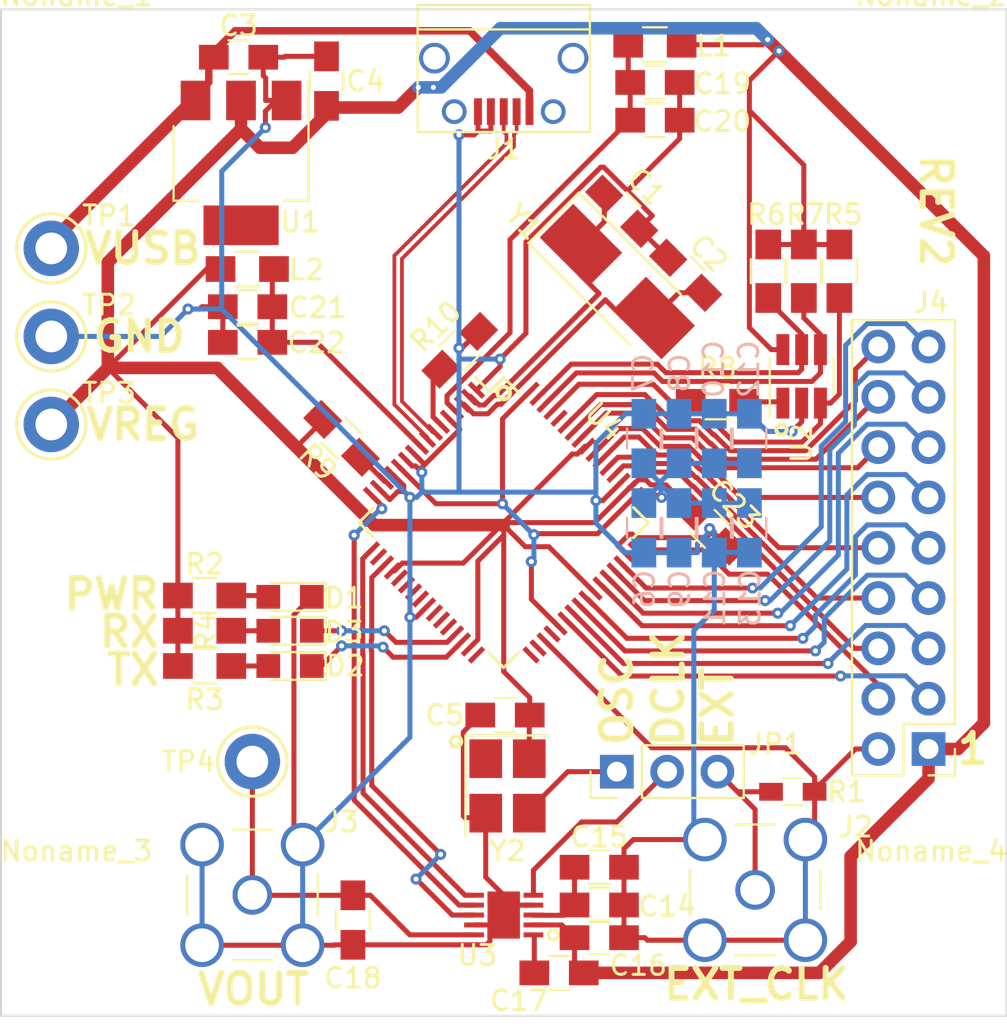
<source format=kicad_pcb>
(kicad_pcb (version 20171130) (host pcbnew "(5.1.12)-1")

  (general
    (thickness 1.6)
    (drawings 30)
    (tracks 631)
    (zones 0)
    (modules 57)
    (nets 61)
  )

  (page A4)
  (layers
    (0 F.Cu signal)
    (31 B.Cu signal)
    (32 B.Adhes user hide)
    (33 F.Adhes user hide)
    (34 B.Paste user hide)
    (35 F.Paste user hide)
    (36 B.SilkS user hide)
    (37 F.SilkS user hide)
    (38 B.Mask user hide)
    (39 F.Mask user hide)
    (40 Dwgs.User user hide)
    (41 Cmts.User user hide)
    (42 Eco1.User user hide)
    (43 Eco2.User user hide)
    (44 Edge.Cuts user)
    (45 Margin user hide)
    (46 B.CrtYd user hide)
    (47 F.CrtYd user hide)
    (48 B.Fab user hide)
    (49 F.Fab user hide)
  )

  (setup
    (last_trace_width 0.254)
    (trace_clearance 0.1778)
    (zone_clearance 0.508)
    (zone_45_only no)
    (trace_min 0.1778)
    (via_size 0.5588)
    (via_drill 0.254)
    (via_min_size 0.5588)
    (via_min_drill 0.254)
    (uvia_size 0.3)
    (uvia_drill 0.1)
    (uvias_allowed no)
    (uvia_min_size 0.2)
    (uvia_min_drill 0.1)
    (edge_width 0.1)
    (segment_width 0.2)
    (pcb_text_width 0.3)
    (pcb_text_size 1.5 1.5)
    (mod_edge_width 0.15)
    (mod_text_size 1 1)
    (mod_text_width 0.15)
    (pad_size 1.5 1.5)
    (pad_drill 0.6)
    (pad_to_mask_clearance 0)
    (aux_axis_origin 22.86 17.78)
    (grid_origin 22.86 17.78)
    (visible_elements 7FFFDFF9)
    (pcbplotparams
      (layerselection 0x010f0_80000001)
      (usegerberextensions true)
      (usegerberattributes true)
      (usegerberadvancedattributes true)
      (creategerberjobfile true)
      (excludeedgelayer true)
      (linewidth 0.100000)
      (plotframeref false)
      (viasonmask true)
      (mode 1)
      (useauxorigin false)
      (hpglpennumber 1)
      (hpglpenspeed 20)
      (hpglpendiameter 15.000000)
      (psnegative false)
      (psa4output false)
      (plotreference true)
      (plotvalue false)
      (plotinvisibletext false)
      (padsonsilk false)
      (subtractmaskfromsilk true)
      (outputformat 1)
      (mirror false)
      (drillshape 0)
      (scaleselection 1)
      (outputdirectory "wavegen-v2"))
  )

  (net 0 "")
  (net 1 "Net-(C3-Pad1)")
  (net 2 GNDA)
  (net 3 +3V3)
  (net 4 "Net-(C10-Pad1)")
  (net 5 "Net-(C14-Pad1)")
  (net 6 "Net-(C17-Pad2)")
  (net 7 "Net-(C18-Pad1)")
  (net 8 FTVPHY)
  (net 9 FTVPLL)
  (net 10 "Net-(D1-Pad2)")
  (net 11 "Net-(D2-Pad2)")
  (net 12 FTTXLED)
  (net 13 "Net-(D3-Pad2)")
  (net 14 FTRXLED)
  (net 15 USB_D-)
  (net 16 USB_D+)
  (net 17 "Net-(J2-Pad1)")
  (net 18 "Net-(J4-Pad3)")
  (net 19 "Net-(J4-Pad4)")
  (net 20 "Net-(J4-Pad5)")
  (net 21 "Net-(J4-Pad6)")
  (net 22 "Net-(J4-Pad7)")
  (net 23 "Net-(J4-Pad8)")
  (net 24 "Net-(J4-Pad9)")
  (net 25 "Net-(J4-Pad10)")
  (net 26 "Net-(J4-Pad11)")
  (net 27 "Net-(J4-Pad12)")
  (net 28 "Net-(J4-Pad13)")
  (net 29 "Net-(J4-Pad14)")
  (net 30 "Net-(J4-Pad15)")
  (net 31 "Net-(J4-Pad16)")
  (net 32 "Net-(J4-Pad17)")
  (net 33 "Net-(J4-Pad18)")
  (net 34 "Net-(JP1-Pad1)")
  (net 35 DAC_CLK)
  (net 36 EEDATA)
  (net 37 EECS)
  (net 38 EECLK)
  (net 39 "Net-(R8-Pad2)")
  (net 40 "Net-(R9-Pad1)")
  (net 41 "Net-(R10-Pad1)")
  (net 42 FTOSC-)
  (net 43 FTOSC+)
  (net 44 /SDATA)
  (net 45 /SCK)
  (net 46 /~FSYNC)
  (net 47 "Net-(U4-Pad18)")
  (net 48 "Net-(U4-Pad21)")
  (net 49 "Net-(U4-Pad22)")
  (net 50 "Net-(U4-Pad23)")
  (net 51 "Net-(U4-Pad24)")
  (net 52 "Net-(U4-Pad26)")
  (net 53 "Net-(U4-Pad27)")
  (net 54 "Net-(U4-Pad28)")
  (net 55 "Net-(U4-Pad32)")
  (net 56 "Net-(U4-Pad33)")
  (net 57 "Net-(U4-Pad34)")
  (net 58 "Net-(U4-Pad36)")
  (net 59 "Net-(U4-Pad60)")
  (net 60 "Net-(Y2-Pad1)")

  (net_class Default "This is the default net class."
    (clearance 0.1778)
    (trace_width 0.254)
    (via_dia 0.5588)
    (via_drill 0.254)
    (uvia_dia 0.3)
    (uvia_drill 0.1)
    (add_net +3V3)
    (add_net /SCK)
    (add_net /SDATA)
    (add_net /~FSYNC)
    (add_net DAC_CLK)
    (add_net EECLK)
    (add_net EECS)
    (add_net EEDATA)
    (add_net FTOSC+)
    (add_net FTOSC-)
    (add_net FTRXLED)
    (add_net FTTXLED)
    (add_net FTVPHY)
    (add_net FTVPLL)
    (add_net GNDA)
    (add_net "Net-(C10-Pad1)")
    (add_net "Net-(C14-Pad1)")
    (add_net "Net-(C17-Pad2)")
    (add_net "Net-(C18-Pad1)")
    (add_net "Net-(C3-Pad1)")
    (add_net "Net-(D1-Pad2)")
    (add_net "Net-(D2-Pad2)")
    (add_net "Net-(D3-Pad2)")
    (add_net "Net-(J2-Pad1)")
    (add_net "Net-(J4-Pad10)")
    (add_net "Net-(J4-Pad11)")
    (add_net "Net-(J4-Pad12)")
    (add_net "Net-(J4-Pad13)")
    (add_net "Net-(J4-Pad14)")
    (add_net "Net-(J4-Pad15)")
    (add_net "Net-(J4-Pad16)")
    (add_net "Net-(J4-Pad17)")
    (add_net "Net-(J4-Pad18)")
    (add_net "Net-(J4-Pad3)")
    (add_net "Net-(J4-Pad4)")
    (add_net "Net-(J4-Pad5)")
    (add_net "Net-(J4-Pad6)")
    (add_net "Net-(J4-Pad7)")
    (add_net "Net-(J4-Pad8)")
    (add_net "Net-(J4-Pad9)")
    (add_net "Net-(JP1-Pad1)")
    (add_net "Net-(R10-Pad1)")
    (add_net "Net-(R8-Pad2)")
    (add_net "Net-(R9-Pad1)")
    (add_net "Net-(U4-Pad18)")
    (add_net "Net-(U4-Pad21)")
    (add_net "Net-(U4-Pad22)")
    (add_net "Net-(U4-Pad23)")
    (add_net "Net-(U4-Pad24)")
    (add_net "Net-(U4-Pad26)")
    (add_net "Net-(U4-Pad27)")
    (add_net "Net-(U4-Pad28)")
    (add_net "Net-(U4-Pad32)")
    (add_net "Net-(U4-Pad33)")
    (add_net "Net-(U4-Pad34)")
    (add_net "Net-(U4-Pad36)")
    (add_net "Net-(U4-Pad60)")
    (add_net "Net-(Y2-Pad1)")
    (add_net USB_D+)
    (add_net USB_D-)
  )

  (net_class Power ""
    (clearance 0.1778)
    (trace_width 0.508)
    (via_dia 0.5588)
    (via_drill 0.254)
    (uvia_dia 0.3)
    (uvia_drill 0.1)
  )

  (module USB_Micro-B-circular locked (layer F.Cu) (tedit 58E7D237) (tstamp 58E59C7F)
    (at 48.26 21.59 180)
    (descr "Micro USB Type B Receptacle")
    (tags "USB USB_B USB_micro USB_OTG")
    (path /58E90E37)
    (attr smd)
    (fp_text reference J1 (at 0 -3.24 180) (layer F.SilkS)
      (effects (font (size 1 1) (thickness 0.15)))
    )
    (fp_text value USB_B (at 0 5.01 180) (layer F.Fab)
      (effects (font (size 1 1) (thickness 0.15)))
    )
    (fp_line (start -4.6 -2.59) (end 4.6 -2.59) (layer F.CrtYd) (width 0.05))
    (fp_line (start 4.6 -2.59) (end 4.6 4.26) (layer F.CrtYd) (width 0.05))
    (fp_line (start 4.6 4.26) (end -4.6 4.26) (layer F.CrtYd) (width 0.05))
    (fp_line (start -4.6 4.26) (end -4.6 -2.59) (layer F.CrtYd) (width 0.05))
    (fp_line (start -4.35 4.03) (end 4.35 4.03) (layer F.SilkS) (width 0.12))
    (fp_line (start -4.35 -2.38) (end 4.35 -2.38) (layer F.SilkS) (width 0.12))
    (fp_line (start 4.35 -2.38) (end 4.35 4.03) (layer F.SilkS) (width 0.12))
    (fp_line (start 4.35 2.8) (end -4.35 2.8) (layer F.SilkS) (width 0.12))
    (fp_line (start -4.35 4.03) (end -4.35 -2.38) (layer F.SilkS) (width 0.12))
    (pad 1 smd rect (at -1.3 -1.35 270) (size 1.35 0.4) (layers F.Cu F.Paste F.Mask)
      (net 1 "Net-(C3-Pad1)"))
    (pad 2 smd rect (at -0.65 -1.35 270) (size 1.35 0.4) (layers F.Cu F.Paste F.Mask)
      (net 15 USB_D-))
    (pad 3 smd rect (at 0 -1.35 270) (size 1.35 0.4) (layers F.Cu F.Paste F.Mask)
      (net 16 USB_D+))
    (pad 4 smd rect (at 0.65 -1.35 270) (size 1.35 0.4) (layers F.Cu F.Paste F.Mask)
      (net 2 GNDA))
    (pad 5 smd rect (at 1.3 -1.35 270) (size 1.35 0.4) (layers F.Cu F.Paste F.Mask)
      (net 2 GNDA))
    (pad 6 thru_hole circle (at -2.5 -1.35 270) (size 1.25 1.25) (drill 0.85) (layers *.Cu *.Mask))
    (pad 6 thru_hole circle (at 2.5 -1.35 270) (size 1.25 1.25) (drill 0.85) (layers *.Cu *.Mask))
    (pad 6 thru_hole circle (at -3.5 1.35 270) (size 1.55 1.55) (drill 1.15) (layers *.Cu *.Mask))
    (pad 6 thru_hole circle (at 3.5 1.35 270) (size 1.55 1.55) (drill 1.15) (layers *.Cu *.Mask))
  )

  (module Mounting_Holes:MountingHole_3.5mm (layer F.Cu) (tedit 58E6B0B5) (tstamp 58E68A3D)
    (at 69.85 64.77)
    (descr "Mounting Hole 3.5mm, no annular")
    (tags "mounting hole 3.5mm no annular")
    (fp_text reference Noname_4 (at 0 -4.5) (layer F.SilkS)
      (effects (font (size 1 1) (thickness 0.15)))
    )
    (fp_text value MountingHole_3.5mm (at 0 4.5) (layer F.Fab)
      (effects (font (size 1 1) (thickness 0.15)))
    )
    (fp_circle (center 0 0) (end 3.5 0) (layer Cmts.User) (width 0.15))
    (fp_circle (center 0 0) (end 3.75 0) (layer F.CrtYd) (width 0.05))
    (pad 1 np_thru_hole circle (at 0 0) (size 3.5 3.5) (drill 3.5) (layers *.Cu *.Mask))
  )

  (module Mounting_Holes:MountingHole_3.5mm (layer F.Cu) (tedit 58E6B0C1) (tstamp 58E68A37)
    (at 26.67 64.77)
    (descr "Mounting Hole 3.5mm, no annular")
    (tags "mounting hole 3.5mm no annular")
    (fp_text reference Noname_3 (at 0 -4.5) (layer F.SilkS)
      (effects (font (size 1 1) (thickness 0.15)))
    )
    (fp_text value MountingHole_3.5mm (at 0 4.5) (layer F.Fab)
      (effects (font (size 1 1) (thickness 0.15)))
    )
    (fp_circle (center 0 0) (end 3.5 0) (layer Cmts.User) (width 0.15))
    (fp_circle (center 0 0) (end 3.75 0) (layer F.CrtYd) (width 0.05))
    (pad 1 np_thru_hole circle (at 0 0) (size 3.5 3.5) (drill 3.5) (layers *.Cu *.Mask))
  )

  (module Mounting_Holes:MountingHole_3.5mm (layer F.Cu) (tedit 58E6B0D7) (tstamp 58E68A1B)
    (at 69.85 21.59)
    (descr "Mounting Hole 3.5mm, no annular")
    (tags "mounting hole 3.5mm no annular")
    (fp_text reference Noname_2 (at 0 -4.5) (layer F.SilkS)
      (effects (font (size 1 1) (thickness 0.15)))
    )
    (fp_text value MountingHole_3.5mm (at -0.254 -4.826) (layer F.Fab)
      (effects (font (size 1 1) (thickness 0.15)))
    )
    (fp_circle (center 0 0) (end 3.5 0) (layer Cmts.User) (width 0.15))
    (fp_circle (center 0 0) (end 3.75 0) (layer F.CrtYd) (width 0.05))
    (pad 1 np_thru_hole circle (at 0 0) (size 3.5 3.5) (drill 3.5) (layers *.Cu *.Mask))
  )

  (module Capacitors_SMD:C_0805_HandSoldering (layer F.Cu) (tedit 58AA84A8) (tstamp 58E59AB4)
    (at 54.2209 27.9687 315)
    (descr "Capacitor SMD 0805, hand soldering")
    (tags "capacitor 0805")
    (path /58E974F6)
    (attr smd)
    (fp_text reference C1 (at 0 -1.75 315) (layer F.SilkS)
      (effects (font (size 1 1) (thickness 0.15)))
    )
    (fp_text value 27p (at 0.075252 -1.55263 315) (layer F.Fab)
      (effects (font (size 1 1) (thickness 0.15)))
    )
    (fp_line (start -1 0.62) (end -1 -0.62) (layer F.Fab) (width 0.1))
    (fp_line (start 1 0.62) (end -1 0.62) (layer F.Fab) (width 0.1))
    (fp_line (start 1 -0.62) (end 1 0.62) (layer F.Fab) (width 0.1))
    (fp_line (start -1 -0.62) (end 1 -0.62) (layer F.Fab) (width 0.1))
    (fp_line (start 0.5 -0.85) (end -0.5 -0.85) (layer F.SilkS) (width 0.12))
    (fp_line (start -0.5 0.85) (end 0.5 0.85) (layer F.SilkS) (width 0.12))
    (fp_line (start -2.25 -0.88) (end 2.25 -0.88) (layer F.CrtYd) (width 0.05))
    (fp_line (start -2.25 -0.88) (end -2.25 0.87) (layer F.CrtYd) (width 0.05))
    (fp_line (start 2.25 0.87) (end 2.25 -0.88) (layer F.CrtYd) (width 0.05))
    (fp_line (start 2.25 0.87) (end -2.25 0.87) (layer F.CrtYd) (width 0.05))
    (fp_text user %R (at 1.796051 0.046051 315) (layer F.Fab)
      (effects (font (size 1 1) (thickness 0.15)))
    )
    (pad 1 smd rect (at -1.25 0 315) (size 1.5 1.25) (layers F.Cu F.Paste F.Mask)
      (net 42 FTOSC-))
    (pad 2 smd rect (at 1.25 0 315) (size 1.5 1.25) (layers F.Cu F.Paste F.Mask)
      (net 2 GNDA))
    (model Capacitors_SMD.3dshapes/C_0805.wrl
      (at (xyz 0 0 0))
      (scale (xyz 1 1 1))
      (rotate (xyz 0 0 0))
    )
  )

  (module Capacitors_SMD:C_0805_HandSoldering (layer F.Cu) (tedit 58AA84A8) (tstamp 58E59AC5)
    (at 57.4538 31.2016 135)
    (descr "Capacitor SMD 0805, hand soldering")
    (tags "capacitor 0805")
    (path /58E97741)
    (attr smd)
    (fp_text reference C2 (at -0.038282 1.597532 135) (layer F.SilkS)
      (effects (font (size 1 1) (thickness 0.15)))
    )
    (fp_text value 27p (at -0.172986 1.55263 135) (layer F.Fab)
      (effects (font (size 1 1) (thickness 0.15)))
    )
    (fp_line (start -1 0.62) (end -1 -0.62) (layer F.Fab) (width 0.1))
    (fp_line (start 1 0.62) (end -1 0.62) (layer F.Fab) (width 0.1))
    (fp_line (start 1 -0.62) (end 1 0.62) (layer F.Fab) (width 0.1))
    (fp_line (start -1 -0.62) (end 1 -0.62) (layer F.Fab) (width 0.1))
    (fp_line (start 0.5 -0.85) (end -0.5 -0.85) (layer F.SilkS) (width 0.12))
    (fp_line (start -0.5 0.85) (end 0.5 0.85) (layer F.SilkS) (width 0.12))
    (fp_line (start -2.25 -0.88) (end 2.25 -0.88) (layer F.CrtYd) (width 0.05))
    (fp_line (start -2.25 -0.88) (end -2.25 0.87) (layer F.CrtYd) (width 0.05))
    (fp_line (start 2.25 0.87) (end 2.25 -0.88) (layer F.CrtYd) (width 0.05))
    (fp_line (start 2.25 0.87) (end -2.25 0.87) (layer F.CrtYd) (width 0.05))
    (fp_text user %R (at -2.148642 -0.063816 135) (layer F.Fab)
      (effects (font (size 1 1) (thickness 0.15)))
    )
    (pad 1 smd rect (at -1.25 0 135) (size 1.5 1.25) (layers F.Cu F.Paste F.Mask)
      (net 43 FTOSC+))
    (pad 2 smd rect (at 1.25 0 135) (size 1.5 1.25) (layers F.Cu F.Paste F.Mask)
      (net 2 GNDA))
    (model Capacitors_SMD.3dshapes/C_0805.wrl
      (at (xyz 0 0 0))
      (scale (xyz 1 1 1))
      (rotate (xyz 0 0 0))
    )
  )

  (module Capacitors_SMD:C_0805_HandSoldering (layer F.Cu) (tedit 58AA84A8) (tstamp 58E59AD6)
    (at 34.8615 20.193)
    (descr "Capacitor SMD 0805, hand soldering")
    (tags "capacitor 0805")
    (path /58E9146D)
    (attr smd)
    (fp_text reference C3 (at 0 -1.5875) (layer F.SilkS)
      (effects (font (size 1 1) (thickness 0.15)))
    )
    (fp_text value 100n (at -0.3175 1.397) (layer F.Fab)
      (effects (font (size 1 1) (thickness 0.15)))
    )
    (fp_line (start -1 0.62) (end -1 -0.62) (layer F.Fab) (width 0.1))
    (fp_line (start 1 0.62) (end -1 0.62) (layer F.Fab) (width 0.1))
    (fp_line (start 1 -0.62) (end 1 0.62) (layer F.Fab) (width 0.1))
    (fp_line (start -1 -0.62) (end 1 -0.62) (layer F.Fab) (width 0.1))
    (fp_line (start 0.5 -0.85) (end -0.5 -0.85) (layer F.SilkS) (width 0.12))
    (fp_line (start -0.5 0.85) (end 0.5 0.85) (layer F.SilkS) (width 0.12))
    (fp_line (start -2.25 -0.88) (end 2.25 -0.88) (layer F.CrtYd) (width 0.05))
    (fp_line (start -2.25 -0.88) (end -2.25 0.87) (layer F.CrtYd) (width 0.05))
    (fp_line (start 2.25 0.87) (end 2.25 -0.88) (layer F.CrtYd) (width 0.05))
    (fp_line (start 2.25 0.87) (end -2.25 0.87) (layer F.CrtYd) (width 0.05))
    (fp_text user %R (at 0 -1.397) (layer F.Fab)
      (effects (font (size 1 1) (thickness 0.15)))
    )
    (pad 1 smd rect (at -1.25 0) (size 1.5 1.25) (layers F.Cu F.Paste F.Mask)
      (net 1 "Net-(C3-Pad1)"))
    (pad 2 smd rect (at 1.25 0) (size 1.5 1.25) (layers F.Cu F.Paste F.Mask)
      (net 2 GNDA))
    (model Capacitors_SMD.3dshapes/C_0805.wrl
      (at (xyz 0 0 0))
      (scale (xyz 1 1 1))
      (rotate (xyz 0 0 0))
    )
  )

  (module Capacitors_SMD:C_0805_HandSoldering (layer F.Cu) (tedit 58AA84A8) (tstamp 58E59AE7)
    (at 39.3065 21.3995 90)
    (descr "Capacitor SMD 0805, hand soldering")
    (tags "capacitor 0805")
    (path /58ED75FD)
    (attr smd)
    (fp_text reference C4 (at 0 1.9685 180) (layer F.SilkS)
      (effects (font (size 1 1) (thickness 0.15)))
    )
    (fp_text value 10u (at 0.0635 1.3335 90) (layer F.Fab)
      (effects (font (size 1 1) (thickness 0.15)))
    )
    (fp_line (start -1 0.62) (end -1 -0.62) (layer F.Fab) (width 0.1))
    (fp_line (start 1 0.62) (end -1 0.62) (layer F.Fab) (width 0.1))
    (fp_line (start 1 -0.62) (end 1 0.62) (layer F.Fab) (width 0.1))
    (fp_line (start -1 -0.62) (end 1 -0.62) (layer F.Fab) (width 0.1))
    (fp_line (start 0.5 -0.85) (end -0.5 -0.85) (layer F.SilkS) (width 0.12))
    (fp_line (start -0.5 0.85) (end 0.5 0.85) (layer F.SilkS) (width 0.12))
    (fp_line (start -2.25 -0.88) (end 2.25 -0.88) (layer F.CrtYd) (width 0.05))
    (fp_line (start -2.25 -0.88) (end -2.25 0.87) (layer F.CrtYd) (width 0.05))
    (fp_line (start 2.25 0.87) (end 2.25 -0.88) (layer F.CrtYd) (width 0.05))
    (fp_line (start 2.25 0.87) (end -2.25 0.87) (layer F.CrtYd) (width 0.05))
    (fp_text user %R (at 0.0635 -1.4605 90) (layer F.Fab)
      (effects (font (size 1 1) (thickness 0.15)))
    )
    (pad 1 smd rect (at -1.25 0 90) (size 1.5 1.25) (layers F.Cu F.Paste F.Mask)
      (net 3 +3V3))
    (pad 2 smd rect (at 1.25 0 90) (size 1.5 1.25) (layers F.Cu F.Paste F.Mask)
      (net 2 GNDA))
    (model Capacitors_SMD.3dshapes/C_0805.wrl
      (at (xyz 0 0 0))
      (scale (xyz 1 1 1))
      (rotate (xyz 0 0 0))
    )
  )

  (module Capacitors_SMD:C_0805_HandSoldering (layer F.Cu) (tedit 58AA84A8) (tstamp 58E59AF8)
    (at 48.3235 53.4035 180)
    (descr "Capacitor SMD 0805, hand soldering")
    (tags "capacitor 0805")
    (path /58ECB60D)
    (attr smd)
    (fp_text reference C5 (at 3.048 0 180) (layer F.SilkS)
      (effects (font (size 1 1) (thickness 0.15)))
    )
    (fp_text value 100n (at 3.1115 0.0635 180) (layer F.Fab)
      (effects (font (size 1 1) (thickness 0.15)))
    )
    (fp_line (start -1 0.62) (end -1 -0.62) (layer F.Fab) (width 0.1))
    (fp_line (start 1 0.62) (end -1 0.62) (layer F.Fab) (width 0.1))
    (fp_line (start 1 -0.62) (end 1 0.62) (layer F.Fab) (width 0.1))
    (fp_line (start -1 -0.62) (end 1 -0.62) (layer F.Fab) (width 0.1))
    (fp_line (start 0.5 -0.85) (end -0.5 -0.85) (layer F.SilkS) (width 0.12))
    (fp_line (start -0.5 0.85) (end 0.5 0.85) (layer F.SilkS) (width 0.12))
    (fp_line (start -2.25 -0.88) (end 2.25 -0.88) (layer F.CrtYd) (width 0.05))
    (fp_line (start -2.25 -0.88) (end -2.25 0.87) (layer F.CrtYd) (width 0.05))
    (fp_line (start 2.25 0.87) (end 2.25 -0.88) (layer F.CrtYd) (width 0.05))
    (fp_line (start 2.25 0.87) (end -2.25 0.87) (layer F.CrtYd) (width 0.05))
    (fp_text user %R (at -2.2225 -0.1905 180) (layer F.Fab)
      (effects (font (size 1 1) (thickness 0.15)))
    )
    (pad 1 smd rect (at -1.25 0 180) (size 1.5 1.25) (layers F.Cu F.Paste F.Mask)
      (net 3 +3V3))
    (pad 2 smd rect (at 1.25 0 180) (size 1.5 1.25) (layers F.Cu F.Paste F.Mask)
      (net 2 GNDA))
    (model Capacitors_SMD.3dshapes/C_0805.wrl
      (at (xyz 0 0 0))
      (scale (xyz 1 1 1))
      (rotate (xyz 0 0 0))
    )
  )

  (module Capacitors_SMD:C_0805_HandSoldering (layer B.Cu) (tedit 58AA84A8) (tstamp 58E59B09)
    (at 55.3396 43.9523 270)
    (descr "Capacitor SMD 0805, hand soldering")
    (tags "capacitor 0805")
    (path /58E9A34A)
    (attr smd)
    (fp_text reference C6 (at 3.101202 -0.032439 270) (layer B.SilkS)
      (effects (font (size 1 1) (thickness 0.15)) (justify mirror))
    )
    (fp_text value 3.3u (at 2.783702 -0.032439 270) (layer B.Fab)
      (effects (font (size 1 1) (thickness 0.15)) (justify mirror))
    )
    (fp_line (start -1 -0.62) (end -1 0.62) (layer B.Fab) (width 0.1))
    (fp_line (start 1 -0.62) (end -1 -0.62) (layer B.Fab) (width 0.1))
    (fp_line (start 1 0.62) (end 1 -0.62) (layer B.Fab) (width 0.1))
    (fp_line (start -1 0.62) (end 1 0.62) (layer B.Fab) (width 0.1))
    (fp_line (start 0.5 0.85) (end -0.5 0.85) (layer B.SilkS) (width 0.12))
    (fp_line (start -0.5 -0.85) (end 0.5 -0.85) (layer B.SilkS) (width 0.12))
    (fp_line (start -2.25 0.88) (end 2.25 0.88) (layer B.CrtYd) (width 0.05))
    (fp_line (start -2.25 0.88) (end -2.25 -0.87) (layer B.CrtYd) (width 0.05))
    (fp_line (start 2.25 -0.87) (end 2.25 0.88) (layer B.CrtYd) (width 0.05))
    (fp_line (start 2.25 -0.87) (end -2.25 -0.87) (layer B.CrtYd) (width 0.05))
    (fp_text user %R (at -0.010298 -0.032439 270) (layer B.Fab)
      (effects (font (size 1 1) (thickness 0.15)) (justify mirror))
    )
    (pad 1 smd rect (at -1.25 0 270) (size 1.5 1.25) (layers B.Cu B.Paste B.Mask)
      (net 4 "Net-(C10-Pad1)"))
    (pad 2 smd rect (at 1.25 0 270) (size 1.5 1.25) (layers B.Cu B.Paste B.Mask)
      (net 2 GNDA))
    (model Capacitors_SMD.3dshapes/C_0805.wrl
      (at (xyz 0 0 0))
      (scale (xyz 1 1 1))
      (rotate (xyz 0 0 0))
    )
  )

  (module Capacitors_SMD:C_0805_HandSoldering (layer B.Cu) (tedit 58AA84A8) (tstamp 58E59B1A)
    (at 55.3396 39.4438 90)
    (descr "Capacitor SMD 0805, hand soldering")
    (tags "capacitor 0805")
    (path /58E9A4F5)
    (attr smd)
    (fp_text reference C7 (at 3.312297 -0.031061 90) (layer B.SilkS)
      (effects (font (size 1 1) (thickness 0.15)) (justify mirror))
    )
    (fp_text value 100n (at 3.121797 0.032439 90) (layer B.Fab)
      (effects (font (size 1 1) (thickness 0.15)) (justify mirror))
    )
    (fp_line (start -1 -0.62) (end -1 0.62) (layer B.Fab) (width 0.1))
    (fp_line (start 1 -0.62) (end -1 -0.62) (layer B.Fab) (width 0.1))
    (fp_line (start 1 0.62) (end 1 -0.62) (layer B.Fab) (width 0.1))
    (fp_line (start -1 0.62) (end 1 0.62) (layer B.Fab) (width 0.1))
    (fp_line (start 0.5 0.85) (end -0.5 0.85) (layer B.SilkS) (width 0.12))
    (fp_line (start -0.5 -0.85) (end 0.5 -0.85) (layer B.SilkS) (width 0.12))
    (fp_line (start -2.25 0.88) (end 2.25 0.88) (layer B.CrtYd) (width 0.05))
    (fp_line (start -2.25 0.88) (end -2.25 -0.87) (layer B.CrtYd) (width 0.05))
    (fp_line (start 2.25 -0.87) (end 2.25 0.88) (layer B.CrtYd) (width 0.05))
    (fp_line (start 2.25 -0.87) (end -2.25 -0.87) (layer B.CrtYd) (width 0.05))
    (fp_text user %R (at 0.073797 0.032439 90) (layer B.Fab)
      (effects (font (size 1 1) (thickness 0.15)) (justify mirror))
    )
    (pad 1 smd rect (at -1.25 0 90) (size 1.5 1.25) (layers B.Cu B.Paste B.Mask)
      (net 4 "Net-(C10-Pad1)"))
    (pad 2 smd rect (at 1.25 0 90) (size 1.5 1.25) (layers B.Cu B.Paste B.Mask)
      (net 2 GNDA))
    (model Capacitors_SMD.3dshapes/C_0805.wrl
      (at (xyz 0 0 0))
      (scale (xyz 1 1 1))
      (rotate (xyz 0 0 0))
    )
  )

  (module Capacitors_SMD:C_0805_HandSoldering (layer B.Cu) (tedit 58AA84A8) (tstamp 58E59B2B)
    (at 57.1176 39.4438 90)
    (descr "Capacitor SMD 0805, hand soldering")
    (tags "capacitor 0805")
    (path /58E9A564)
    (attr smd)
    (fp_text reference C8 (at 3.312297 0.032438 90) (layer B.SilkS)
      (effects (font (size 1 1) (thickness 0.15)) (justify mirror))
    )
    (fp_text value 100n (at 3.121797 0.032438 90) (layer B.Fab)
      (effects (font (size 1 1) (thickness 0.15)) (justify mirror))
    )
    (fp_line (start -1 -0.62) (end -1 0.62) (layer B.Fab) (width 0.1))
    (fp_line (start 1 -0.62) (end -1 -0.62) (layer B.Fab) (width 0.1))
    (fp_line (start 1 0.62) (end 1 -0.62) (layer B.Fab) (width 0.1))
    (fp_line (start -1 0.62) (end 1 0.62) (layer B.Fab) (width 0.1))
    (fp_line (start 0.5 0.85) (end -0.5 0.85) (layer B.SilkS) (width 0.12))
    (fp_line (start -0.5 -0.85) (end 0.5 -0.85) (layer B.SilkS) (width 0.12))
    (fp_line (start -2.25 0.88) (end 2.25 0.88) (layer B.CrtYd) (width 0.05))
    (fp_line (start -2.25 0.88) (end -2.25 -0.87) (layer B.CrtYd) (width 0.05))
    (fp_line (start 2.25 -0.87) (end 2.25 0.88) (layer B.CrtYd) (width 0.05))
    (fp_line (start 2.25 -0.87) (end -2.25 -0.87) (layer B.CrtYd) (width 0.05))
    (fp_text user %R (at 0.073797 0.032438 90) (layer B.Fab)
      (effects (font (size 1 1) (thickness 0.15)) (justify mirror))
    )
    (pad 1 smd rect (at -1.25 0 90) (size 1.5 1.25) (layers B.Cu B.Paste B.Mask)
      (net 4 "Net-(C10-Pad1)"))
    (pad 2 smd rect (at 1.25 0 90) (size 1.5 1.25) (layers B.Cu B.Paste B.Mask)
      (net 2 GNDA))
    (model Capacitors_SMD.3dshapes/C_0805.wrl
      (at (xyz 0 0 0))
      (scale (xyz 1 1 1))
      (rotate (xyz 0 0 0))
    )
  )

  (module Capacitors_SMD:C_0805_HandSoldering (layer B.Cu) (tedit 58AA84A8) (tstamp 58E59B3C)
    (at 57.1176 43.9523 270)
    (descr "Capacitor SMD 0805, hand soldering")
    (tags "capacitor 0805")
    (path /58E9A5C4)
    (attr smd)
    (fp_text reference C9 (at 3.101202 -0.032438 270) (layer B.SilkS)
      (effects (font (size 1 1) (thickness 0.15)) (justify mirror))
    )
    (fp_text value 100n (at 3.037702 -0.032438 270) (layer B.Fab)
      (effects (font (size 1 1) (thickness 0.15)) (justify mirror))
    )
    (fp_line (start -1 -0.62) (end -1 0.62) (layer B.Fab) (width 0.1))
    (fp_line (start 1 -0.62) (end -1 -0.62) (layer B.Fab) (width 0.1))
    (fp_line (start 1 0.62) (end 1 -0.62) (layer B.Fab) (width 0.1))
    (fp_line (start -1 0.62) (end 1 0.62) (layer B.Fab) (width 0.1))
    (fp_line (start 0.5 0.85) (end -0.5 0.85) (layer B.SilkS) (width 0.12))
    (fp_line (start -0.5 -0.85) (end 0.5 -0.85) (layer B.SilkS) (width 0.12))
    (fp_line (start -2.25 0.88) (end 2.25 0.88) (layer B.CrtYd) (width 0.05))
    (fp_line (start -2.25 0.88) (end -2.25 -0.87) (layer B.CrtYd) (width 0.05))
    (fp_line (start 2.25 -0.87) (end 2.25 0.88) (layer B.CrtYd) (width 0.05))
    (fp_line (start 2.25 -0.87) (end -2.25 -0.87) (layer B.CrtYd) (width 0.05))
    (fp_text user %R (at 0 -0.032438 270) (layer B.Fab)
      (effects (font (size 1 1) (thickness 0.15)) (justify mirror))
    )
    (pad 1 smd rect (at -1.25 0 270) (size 1.5 1.25) (layers B.Cu B.Paste B.Mask)
      (net 4 "Net-(C10-Pad1)"))
    (pad 2 smd rect (at 1.25 0 270) (size 1.5 1.25) (layers B.Cu B.Paste B.Mask)
      (net 2 GNDA))
    (model Capacitors_SMD.3dshapes/C_0805.wrl
      (at (xyz 0 0 0))
      (scale (xyz 1 1 1))
      (rotate (xyz 0 0 0))
    )
  )

  (module Capacitors_SMD:C_0805_HandSoldering (layer B.Cu) (tedit 58AA84A8) (tstamp 58E59B4D)
    (at 58.8956 39.4438 90)
    (descr "Capacitor SMD 0805, hand soldering")
    (tags "capacitor 0805")
    (path /58E9A673)
    (attr smd)
    (fp_text reference C10 (at 3.502797 -0.031062 90) (layer B.SilkS)
      (effects (font (size 1 1) (thickness 0.15)) (justify mirror))
    )
    (fp_text value 100n (at 3.121797 0.032438 90) (layer B.Fab)
      (effects (font (size 1 1) (thickness 0.15)) (justify mirror))
    )
    (fp_line (start -1 -0.62) (end -1 0.62) (layer B.Fab) (width 0.1))
    (fp_line (start 1 -0.62) (end -1 -0.62) (layer B.Fab) (width 0.1))
    (fp_line (start 1 0.62) (end 1 -0.62) (layer B.Fab) (width 0.1))
    (fp_line (start -1 0.62) (end 1 0.62) (layer B.Fab) (width 0.1))
    (fp_line (start 0.5 0.85) (end -0.5 0.85) (layer B.SilkS) (width 0.12))
    (fp_line (start -0.5 -0.85) (end 0.5 -0.85) (layer B.SilkS) (width 0.12))
    (fp_line (start -2.25 0.88) (end 2.25 0.88) (layer B.CrtYd) (width 0.05))
    (fp_line (start -2.25 0.88) (end -2.25 -0.87) (layer B.CrtYd) (width 0.05))
    (fp_line (start 2.25 -0.87) (end 2.25 0.88) (layer B.CrtYd) (width 0.05))
    (fp_line (start 2.25 -0.87) (end -2.25 -0.87) (layer B.CrtYd) (width 0.05))
    (fp_text user %R (at 0.073797 0.032438 90) (layer B.Fab)
      (effects (font (size 1 1) (thickness 0.15)) (justify mirror))
    )
    (pad 1 smd rect (at -1.25 0 90) (size 1.5 1.25) (layers B.Cu B.Paste B.Mask)
      (net 4 "Net-(C10-Pad1)"))
    (pad 2 smd rect (at 1.25 0 90) (size 1.5 1.25) (layers B.Cu B.Paste B.Mask)
      (net 2 GNDA))
    (model Capacitors_SMD.3dshapes/C_0805.wrl
      (at (xyz 0 0 0))
      (scale (xyz 1 1 1))
      (rotate (xyz 0 0 0))
    )
  )

  (module Capacitors_SMD:C_0805_HandSoldering (layer B.Cu) (tedit 58AA84A8) (tstamp 58E59B5E)
    (at 58.8956 43.9523 270)
    (descr "Capacitor SMD 0805, hand soldering")
    (tags "capacitor 0805")
    (path /58E9A6EB)
    (attr smd)
    (fp_text reference C11 (at 3.545702 -0.032438 270) (layer B.SilkS)
      (effects (font (size 1 1) (thickness 0.15)) (justify mirror))
    )
    (fp_text value 100n (at 3.037702 -0.032438 270) (layer B.Fab)
      (effects (font (size 1 1) (thickness 0.15)) (justify mirror))
    )
    (fp_line (start -1 -0.62) (end -1 0.62) (layer B.Fab) (width 0.1))
    (fp_line (start 1 -0.62) (end -1 -0.62) (layer B.Fab) (width 0.1))
    (fp_line (start 1 0.62) (end 1 -0.62) (layer B.Fab) (width 0.1))
    (fp_line (start -1 0.62) (end 1 0.62) (layer B.Fab) (width 0.1))
    (fp_line (start 0.5 0.85) (end -0.5 0.85) (layer B.SilkS) (width 0.12))
    (fp_line (start -0.5 -0.85) (end 0.5 -0.85) (layer B.SilkS) (width 0.12))
    (fp_line (start -2.25 0.88) (end 2.25 0.88) (layer B.CrtYd) (width 0.05))
    (fp_line (start -2.25 0.88) (end -2.25 -0.87) (layer B.CrtYd) (width 0.05))
    (fp_line (start 2.25 -0.87) (end 2.25 0.88) (layer B.CrtYd) (width 0.05))
    (fp_line (start 2.25 -0.87) (end -2.25 -0.87) (layer B.CrtYd) (width 0.05))
    (fp_text user %R (at 0 -0.032438 270) (layer B.Fab)
      (effects (font (size 1 1) (thickness 0.15)) (justify mirror))
    )
    (pad 1 smd rect (at -1.25 0 270) (size 1.5 1.25) (layers B.Cu B.Paste B.Mask)
      (net 4 "Net-(C10-Pad1)"))
    (pad 2 smd rect (at 1.25 0 270) (size 1.5 1.25) (layers B.Cu B.Paste B.Mask)
      (net 2 GNDA))
    (model Capacitors_SMD.3dshapes/C_0805.wrl
      (at (xyz 0 0 0))
      (scale (xyz 1 1 1))
      (rotate (xyz 0 0 0))
    )
  )

  (module Capacitors_SMD:C_0805_HandSoldering (layer B.Cu) (tedit 58AA84A8) (tstamp 58E59B6F)
    (at 60.6736 39.4438 90)
    (descr "Capacitor SMD 0805, hand soldering")
    (tags "capacitor 0805")
    (path /58E9A752)
    (attr smd)
    (fp_text reference C12 (at 3.502797 -0.031062 90) (layer B.SilkS)
      (effects (font (size 1 1) (thickness 0.15)) (justify mirror))
    )
    (fp_text value 100n (at 3.121797 0.032438 90) (layer B.Fab)
      (effects (font (size 1 1) (thickness 0.15)) (justify mirror))
    )
    (fp_line (start -1 -0.62) (end -1 0.62) (layer B.Fab) (width 0.1))
    (fp_line (start 1 -0.62) (end -1 -0.62) (layer B.Fab) (width 0.1))
    (fp_line (start 1 0.62) (end 1 -0.62) (layer B.Fab) (width 0.1))
    (fp_line (start -1 0.62) (end 1 0.62) (layer B.Fab) (width 0.1))
    (fp_line (start 0.5 0.85) (end -0.5 0.85) (layer B.SilkS) (width 0.12))
    (fp_line (start -0.5 -0.85) (end 0.5 -0.85) (layer B.SilkS) (width 0.12))
    (fp_line (start -2.25 0.88) (end 2.25 0.88) (layer B.CrtYd) (width 0.05))
    (fp_line (start -2.25 0.88) (end -2.25 -0.87) (layer B.CrtYd) (width 0.05))
    (fp_line (start 2.25 -0.87) (end 2.25 0.88) (layer B.CrtYd) (width 0.05))
    (fp_line (start 2.25 -0.87) (end -2.25 -0.87) (layer B.CrtYd) (width 0.05))
    (fp_text user %R (at 0.073797 0.032438 90) (layer B.Fab)
      (effects (font (size 1 1) (thickness 0.15)) (justify mirror))
    )
    (pad 1 smd rect (at -1.25 0 90) (size 1.5 1.25) (layers B.Cu B.Paste B.Mask)
      (net 4 "Net-(C10-Pad1)"))
    (pad 2 smd rect (at 1.25 0 90) (size 1.5 1.25) (layers B.Cu B.Paste B.Mask)
      (net 2 GNDA))
    (model Capacitors_SMD.3dshapes/C_0805.wrl
      (at (xyz 0 0 0))
      (scale (xyz 1 1 1))
      (rotate (xyz 0 0 0))
    )
  )

  (module Capacitors_SMD:C_0805_HandSoldering (layer B.Cu) (tedit 58AA84A8) (tstamp 58E59B80)
    (at 60.6736 43.9523 270)
    (descr "Capacitor SMD 0805, hand soldering")
    (tags "capacitor 0805")
    (path /58E9A7E6)
    (attr smd)
    (fp_text reference C13 (at 3.545702 -0.032438 270) (layer B.SilkS)
      (effects (font (size 1 1) (thickness 0.15)) (justify mirror))
    )
    (fp_text value 100n (at 3.037702 -0.032438 270) (layer B.Fab)
      (effects (font (size 1 1) (thickness 0.15)) (justify mirror))
    )
    (fp_line (start -1 -0.62) (end -1 0.62) (layer B.Fab) (width 0.1))
    (fp_line (start 1 -0.62) (end -1 -0.62) (layer B.Fab) (width 0.1))
    (fp_line (start 1 0.62) (end 1 -0.62) (layer B.Fab) (width 0.1))
    (fp_line (start -1 0.62) (end 1 0.62) (layer B.Fab) (width 0.1))
    (fp_line (start 0.5 0.85) (end -0.5 0.85) (layer B.SilkS) (width 0.12))
    (fp_line (start -0.5 -0.85) (end 0.5 -0.85) (layer B.SilkS) (width 0.12))
    (fp_line (start -2.25 0.88) (end 2.25 0.88) (layer B.CrtYd) (width 0.05))
    (fp_line (start -2.25 0.88) (end -2.25 -0.87) (layer B.CrtYd) (width 0.05))
    (fp_line (start 2.25 -0.87) (end 2.25 0.88) (layer B.CrtYd) (width 0.05))
    (fp_line (start 2.25 -0.87) (end -2.25 -0.87) (layer B.CrtYd) (width 0.05))
    (fp_text user %R (at 0 -0.032438 270) (layer B.Fab)
      (effects (font (size 1 1) (thickness 0.15)) (justify mirror))
    )
    (pad 1 smd rect (at -1.25 0 270) (size 1.5 1.25) (layers B.Cu B.Paste B.Mask)
      (net 4 "Net-(C10-Pad1)"))
    (pad 2 smd rect (at 1.25 0 270) (size 1.5 1.25) (layers B.Cu B.Paste B.Mask)
      (net 2 GNDA))
    (model Capacitors_SMD.3dshapes/C_0805.wrl
      (at (xyz 0 0 0))
      (scale (xyz 1 1 1))
      (rotate (xyz 0 0 0))
    )
  )

  (module Capacitors_SMD:C_0805_HandSoldering (layer F.Cu) (tedit 58AA84A8) (tstamp 58E59B91)
    (at 53.086 62.992)
    (descr "Capacitor SMD 0805, hand soldering")
    (tags "capacitor 0805")
    (path /58EB83E6)
    (attr smd)
    (fp_text reference C14 (at 3.429 0.0635) (layer F.SilkS)
      (effects (font (size 1 1) (thickness 0.15)))
    )
    (fp_text value 100n (at 3.048 0) (layer F.Fab)
      (effects (font (size 1 1) (thickness 0.15)))
    )
    (fp_line (start -1 0.62) (end -1 -0.62) (layer F.Fab) (width 0.1))
    (fp_line (start 1 0.62) (end -1 0.62) (layer F.Fab) (width 0.1))
    (fp_line (start 1 -0.62) (end 1 0.62) (layer F.Fab) (width 0.1))
    (fp_line (start -1 -0.62) (end 1 -0.62) (layer F.Fab) (width 0.1))
    (fp_line (start 0.5 -0.85) (end -0.5 -0.85) (layer F.SilkS) (width 0.12))
    (fp_line (start -0.5 0.85) (end 0.5 0.85) (layer F.SilkS) (width 0.12))
    (fp_line (start -2.25 -0.88) (end 2.25 -0.88) (layer F.CrtYd) (width 0.05))
    (fp_line (start -2.25 -0.88) (end -2.25 0.87) (layer F.CrtYd) (width 0.05))
    (fp_line (start 2.25 0.87) (end 2.25 -0.88) (layer F.CrtYd) (width 0.05))
    (fp_line (start 2.25 0.87) (end -2.25 0.87) (layer F.CrtYd) (width 0.05))
    (fp_text user %R (at -2.54 0) (layer F.Fab)
      (effects (font (size 1 1) (thickness 0.15)))
    )
    (pad 1 smd rect (at -1.25 0) (size 1.5 1.25) (layers F.Cu F.Paste F.Mask)
      (net 5 "Net-(C14-Pad1)"))
    (pad 2 smd rect (at 1.25 0) (size 1.5 1.25) (layers F.Cu F.Paste F.Mask)
      (net 2 GNDA))
    (model Capacitors_SMD.3dshapes/C_0805.wrl
      (at (xyz 0 0 0))
      (scale (xyz 1 1 1))
      (rotate (xyz 0 0 0))
    )
  )

  (module Capacitors_SMD:C_0805_HandSoldering (layer F.Cu) (tedit 58AA84A8) (tstamp 58E59BA2)
    (at 53.086 61.087)
    (descr "Capacitor SMD 0805, hand soldering")
    (tags "capacitor 0805")
    (path /58ED7B51)
    (attr smd)
    (fp_text reference C15 (at 0 -1.524) (layer F.SilkS)
      (effects (font (size 1 1) (thickness 0.15)))
    )
    (fp_text value 10u (at 2.794 0.127) (layer F.Fab)
      (effects (font (size 1 1) (thickness 0.15)))
    )
    (fp_line (start -1 0.62) (end -1 -0.62) (layer F.Fab) (width 0.1))
    (fp_line (start 1 0.62) (end -1 0.62) (layer F.Fab) (width 0.1))
    (fp_line (start 1 -0.62) (end 1 0.62) (layer F.Fab) (width 0.1))
    (fp_line (start -1 -0.62) (end 1 -0.62) (layer F.Fab) (width 0.1))
    (fp_line (start 0.5 -0.85) (end -0.5 -0.85) (layer F.SilkS) (width 0.12))
    (fp_line (start -0.5 0.85) (end 0.5 0.85) (layer F.SilkS) (width 0.12))
    (fp_line (start -2.25 -0.88) (end 2.25 -0.88) (layer F.CrtYd) (width 0.05))
    (fp_line (start -2.25 -0.88) (end -2.25 0.87) (layer F.CrtYd) (width 0.05))
    (fp_line (start 2.25 0.87) (end 2.25 -0.88) (layer F.CrtYd) (width 0.05))
    (fp_line (start 2.25 0.87) (end -2.25 0.87) (layer F.CrtYd) (width 0.05))
    (fp_text user %R (at 0 -1.397) (layer F.Fab)
      (effects (font (size 1 1) (thickness 0.15)))
    )
    (pad 1 smd rect (at -1.25 0) (size 1.5 1.25) (layers F.Cu F.Paste F.Mask)
      (net 5 "Net-(C14-Pad1)"))
    (pad 2 smd rect (at 1.25 0) (size 1.5 1.25) (layers F.Cu F.Paste F.Mask)
      (net 2 GNDA))
    (model Capacitors_SMD.3dshapes/C_0805.wrl
      (at (xyz 0 0 0))
      (scale (xyz 1 1 1))
      (rotate (xyz 0 0 0))
    )
  )

  (module Capacitors_SMD:C_0805_HandSoldering (layer F.Cu) (tedit 58AA84A8) (tstamp 58E59BB3)
    (at 53.086 64.643)
    (descr "Capacitor SMD 0805, hand soldering")
    (tags "capacitor 0805")
    (path /58EB7AE6)
    (attr smd)
    (fp_text reference C16 (at 1.9685 1.397) (layer F.SilkS)
      (effects (font (size 1 1) (thickness 0.15)))
    )
    (fp_text value 100n (at 3.048 0.127) (layer F.Fab)
      (effects (font (size 1 1) (thickness 0.15)))
    )
    (fp_line (start -1 0.62) (end -1 -0.62) (layer F.Fab) (width 0.1))
    (fp_line (start 1 0.62) (end -1 0.62) (layer F.Fab) (width 0.1))
    (fp_line (start 1 -0.62) (end 1 0.62) (layer F.Fab) (width 0.1))
    (fp_line (start -1 -0.62) (end 1 -0.62) (layer F.Fab) (width 0.1))
    (fp_line (start 0.5 -0.85) (end -0.5 -0.85) (layer F.SilkS) (width 0.12))
    (fp_line (start -0.5 0.85) (end 0.5 0.85) (layer F.SilkS) (width 0.12))
    (fp_line (start -2.25 -0.88) (end 2.25 -0.88) (layer F.CrtYd) (width 0.05))
    (fp_line (start -2.25 -0.88) (end -2.25 0.87) (layer F.CrtYd) (width 0.05))
    (fp_line (start 2.25 0.87) (end 2.25 -0.88) (layer F.CrtYd) (width 0.05))
    (fp_line (start 2.25 0.87) (end -2.25 0.87) (layer F.CrtYd) (width 0.05))
    (fp_text user %R (at -2.54 0.127) (layer F.Fab)
      (effects (font (size 1 1) (thickness 0.15)))
    )
    (pad 1 smd rect (at -1.25 0) (size 1.5 1.25) (layers F.Cu F.Paste F.Mask)
      (net 3 +3V3))
    (pad 2 smd rect (at 1.25 0) (size 1.5 1.25) (layers F.Cu F.Paste F.Mask)
      (net 2 GNDA))
    (model Capacitors_SMD.3dshapes/C_0805.wrl
      (at (xyz 0 0 0))
      (scale (xyz 1 1 1))
      (rotate (xyz 0 0 0))
    )
  )

  (module Capacitors_SMD:C_0805_HandSoldering (layer F.Cu) (tedit 58AA84A8) (tstamp 58E59BC4)
    (at 51.054 66.421 180)
    (descr "Capacitor SMD 0805, hand soldering")
    (tags "capacitor 0805")
    (path /58EB6828)
    (attr smd)
    (fp_text reference C17 (at 2.032 -1.397 180) (layer F.SilkS)
      (effects (font (size 1 1) (thickness 0.15)))
    )
    (fp_text value 10n (at -2.286 -0.127 180) (layer F.Fab)
      (effects (font (size 1 1) (thickness 0.15)))
    )
    (fp_line (start -1 0.62) (end -1 -0.62) (layer F.Fab) (width 0.1))
    (fp_line (start 1 0.62) (end -1 0.62) (layer F.Fab) (width 0.1))
    (fp_line (start 1 -0.62) (end 1 0.62) (layer F.Fab) (width 0.1))
    (fp_line (start -1 -0.62) (end 1 -0.62) (layer F.Fab) (width 0.1))
    (fp_line (start 0.5 -0.85) (end -0.5 -0.85) (layer F.SilkS) (width 0.12))
    (fp_line (start -0.5 0.85) (end 0.5 0.85) (layer F.SilkS) (width 0.12))
    (fp_line (start -2.25 -0.88) (end 2.25 -0.88) (layer F.CrtYd) (width 0.05))
    (fp_line (start -2.25 -0.88) (end -2.25 0.87) (layer F.CrtYd) (width 0.05))
    (fp_line (start 2.25 0.87) (end 2.25 -0.88) (layer F.CrtYd) (width 0.05))
    (fp_line (start 2.25 0.87) (end -2.25 0.87) (layer F.CrtYd) (width 0.05))
    (fp_text user %R (at 0 -1.75 180) (layer F.Fab)
      (effects (font (size 1 1) (thickness 0.15)))
    )
    (pad 1 smd rect (at -1.25 0 180) (size 1.5 1.25) (layers F.Cu F.Paste F.Mask)
      (net 3 +3V3))
    (pad 2 smd rect (at 1.25 0 180) (size 1.5 1.25) (layers F.Cu F.Paste F.Mask)
      (net 6 "Net-(C17-Pad2)"))
    (model Capacitors_SMD.3dshapes/C_0805.wrl
      (at (xyz 0 0 0))
      (scale (xyz 1 1 1))
      (rotate (xyz 0 0 0))
    )
  )

  (module Capacitors_SMD:C_0805_HandSoldering (layer F.Cu) (tedit 58AA84A8) (tstamp 58E59BD5)
    (at 40.64 63.754 270)
    (descr "Capacitor SMD 0805, hand soldering")
    (tags "capacitor 0805")
    (path /58EC2CE9)
    (attr smd)
    (fp_text reference C18 (at 2.921 0) (layer F.SilkS)
      (effects (font (size 1 1) (thickness 0.15)))
    )
    (fp_text value 100n (at 2.032 -0.508) (layer F.Fab)
      (effects (font (size 1 1) (thickness 0.15)))
    )
    (fp_line (start -1 0.62) (end -1 -0.62) (layer F.Fab) (width 0.1))
    (fp_line (start 1 0.62) (end -1 0.62) (layer F.Fab) (width 0.1))
    (fp_line (start 1 -0.62) (end 1 0.62) (layer F.Fab) (width 0.1))
    (fp_line (start -1 -0.62) (end 1 -0.62) (layer F.Fab) (width 0.1))
    (fp_line (start 0.5 -0.85) (end -0.5 -0.85) (layer F.SilkS) (width 0.12))
    (fp_line (start -0.5 0.85) (end 0.5 0.85) (layer F.SilkS) (width 0.12))
    (fp_line (start -2.25 -0.88) (end 2.25 -0.88) (layer F.CrtYd) (width 0.05))
    (fp_line (start -2.25 -0.88) (end -2.25 0.87) (layer F.CrtYd) (width 0.05))
    (fp_line (start 2.25 0.87) (end 2.25 -0.88) (layer F.CrtYd) (width 0.05))
    (fp_line (start 2.25 0.87) (end -2.25 0.87) (layer F.CrtYd) (width 0.05))
    (fp_text user %R (at 0 -1.75 270) (layer F.Fab)
      (effects (font (size 1 1) (thickness 0.15)))
    )
    (pad 1 smd rect (at -1.25 0 270) (size 1.5 1.25) (layers F.Cu F.Paste F.Mask)
      (net 7 "Net-(C18-Pad1)"))
    (pad 2 smd rect (at 1.25 0 270) (size 1.5 1.25) (layers F.Cu F.Paste F.Mask)
      (net 2 GNDA))
    (model Capacitors_SMD.3dshapes/C_0805.wrl
      (at (xyz 0 0 0))
      (scale (xyz 1 1 1))
      (rotate (xyz 0 0 0))
    )
  )

  (module Capacitors_SMD:C_0805_HandSoldering (layer F.Cu) (tedit 58AA84A8) (tstamp 58E59BE6)
    (at 55.8978 21.4674)
    (descr "Capacitor SMD 0805, hand soldering")
    (tags "capacitor 0805")
    (path /58ED6D98)
    (attr smd)
    (fp_text reference C19 (at 3.411216 0.059114) (layer F.SilkS)
      (effects (font (size 1 1) (thickness 0.15)))
    )
    (fp_text value 4.7u (at 2.776216 0.122614) (layer F.Fab)
      (effects (font (size 1 1) (thickness 0.15)))
    )
    (fp_line (start -1 0.62) (end -1 -0.62) (layer F.Fab) (width 0.1))
    (fp_line (start 1 0.62) (end -1 0.62) (layer F.Fab) (width 0.1))
    (fp_line (start 1 -0.62) (end 1 0.62) (layer F.Fab) (width 0.1))
    (fp_line (start -1 -0.62) (end 1 -0.62) (layer F.Fab) (width 0.1))
    (fp_line (start 0.5 -0.85) (end -0.5 -0.85) (layer F.SilkS) (width 0.12))
    (fp_line (start -0.5 0.85) (end 0.5 0.85) (layer F.SilkS) (width 0.12))
    (fp_line (start -2.25 -0.88) (end 2.25 -0.88) (layer F.CrtYd) (width 0.05))
    (fp_line (start -2.25 -0.88) (end -2.25 0.87) (layer F.CrtYd) (width 0.05))
    (fp_line (start 2.25 0.87) (end 2.25 -0.88) (layer F.CrtYd) (width 0.05))
    (fp_line (start 2.25 0.87) (end -2.25 0.87) (layer F.CrtYd) (width 0.05))
    (fp_text user %R (at -2.557784 0.122614) (layer F.Fab)
      (effects (font (size 1 1) (thickness 0.15)))
    )
    (pad 1 smd rect (at -1.25 0) (size 1.5 1.25) (layers F.Cu F.Paste F.Mask)
      (net 8 FTVPHY))
    (pad 2 smd rect (at 1.25 0) (size 1.5 1.25) (layers F.Cu F.Paste F.Mask)
      (net 2 GNDA))
    (model Capacitors_SMD.3dshapes/C_0805.wrl
      (at (xyz 0 0 0))
      (scale (xyz 1 1 1))
      (rotate (xyz 0 0 0))
    )
  )

  (module Capacitors_SMD:C_0805_HandSoldering (layer F.Cu) (tedit 58AA84A8) (tstamp 58E59BF7)
    (at 55.8978 23.3724)
    (descr "Capacitor SMD 0805, hand soldering")
    (tags "capacitor 0805")
    (path /58E9E777)
    (attr smd)
    (fp_text reference C20 (at 3.411217 0.059114) (layer F.SilkS)
      (effects (font (size 1 1) (thickness 0.15)))
    )
    (fp_text value 100n (at 3.030217 -0.004386) (layer F.Fab)
      (effects (font (size 1 1) (thickness 0.15)))
    )
    (fp_line (start -1 0.62) (end -1 -0.62) (layer F.Fab) (width 0.1))
    (fp_line (start 1 0.62) (end -1 0.62) (layer F.Fab) (width 0.1))
    (fp_line (start 1 -0.62) (end 1 0.62) (layer F.Fab) (width 0.1))
    (fp_line (start -1 -0.62) (end 1 -0.62) (layer F.Fab) (width 0.1))
    (fp_line (start 0.5 -0.85) (end -0.5 -0.85) (layer F.SilkS) (width 0.12))
    (fp_line (start -0.5 0.85) (end 0.5 0.85) (layer F.SilkS) (width 0.12))
    (fp_line (start -2.25 -0.88) (end 2.25 -0.88) (layer F.CrtYd) (width 0.05))
    (fp_line (start -2.25 -0.88) (end -2.25 0.87) (layer F.CrtYd) (width 0.05))
    (fp_line (start 2.25 0.87) (end 2.25 -0.88) (layer F.CrtYd) (width 0.05))
    (fp_line (start 2.25 0.87) (end -2.25 0.87) (layer F.CrtYd) (width 0.05))
    (fp_text user %R (at -2.557783 -0.004386) (layer F.Fab)
      (effects (font (size 1 1) (thickness 0.15)))
    )
    (pad 1 smd rect (at -1.25 0) (size 1.5 1.25) (layers F.Cu F.Paste F.Mask)
      (net 8 FTVPHY))
    (pad 2 smd rect (at 1.25 0) (size 1.5 1.25) (layers F.Cu F.Paste F.Mask)
      (net 2 GNDA))
    (model Capacitors_SMD.3dshapes/C_0805.wrl
      (at (xyz 0 0 0))
      (scale (xyz 1 1 1))
      (rotate (xyz 0 0 0))
    )
  )

  (module Capacitors_SMD:C_0805_HandSoldering (layer F.Cu) (tedit 58AA84A8) (tstamp 58E59C08)
    (at 35.3167 32.7906 180)
    (descr "Capacitor SMD 0805, hand soldering")
    (tags "capacitor 0805")
    (path /58ED6A8D)
    (attr smd)
    (fp_text reference C21 (at -3.545272 -0.038917 180) (layer F.SilkS)
      (effects (font (size 1 1) (thickness 0.15)))
    )
    (fp_text value 4.7u (at -2.783272 0.024583 180) (layer F.Fab)
      (effects (font (size 1 1) (thickness 0.15)))
    )
    (fp_line (start -1 0.62) (end -1 -0.62) (layer F.Fab) (width 0.1))
    (fp_line (start 1 0.62) (end -1 0.62) (layer F.Fab) (width 0.1))
    (fp_line (start 1 -0.62) (end 1 0.62) (layer F.Fab) (width 0.1))
    (fp_line (start -1 -0.62) (end 1 -0.62) (layer F.Fab) (width 0.1))
    (fp_line (start 0.5 -0.85) (end -0.5 -0.85) (layer F.SilkS) (width 0.12))
    (fp_line (start -0.5 0.85) (end 0.5 0.85) (layer F.SilkS) (width 0.12))
    (fp_line (start -2.25 -0.88) (end 2.25 -0.88) (layer F.CrtYd) (width 0.05))
    (fp_line (start -2.25 -0.88) (end -2.25 0.87) (layer F.CrtYd) (width 0.05))
    (fp_line (start 2.25 0.87) (end 2.25 -0.88) (layer F.CrtYd) (width 0.05))
    (fp_line (start 2.25 0.87) (end -2.25 0.87) (layer F.CrtYd) (width 0.05))
    (fp_text user %R (at 2.550728 0.024583 180) (layer F.Fab)
      (effects (font (size 1 1) (thickness 0.15)))
    )
    (pad 1 smd rect (at -1.25 0 180) (size 1.5 1.25) (layers F.Cu F.Paste F.Mask)
      (net 9 FTVPLL))
    (pad 2 smd rect (at 1.25 0 180) (size 1.5 1.25) (layers F.Cu F.Paste F.Mask)
      (net 2 GNDA))
    (model Capacitors_SMD.3dshapes/C_0805.wrl
      (at (xyz 0 0 0))
      (scale (xyz 1 1 1))
      (rotate (xyz 0 0 0))
    )
  )

  (module Capacitors_SMD:C_0805_HandSoldering (layer F.Cu) (tedit 58AA84A8) (tstamp 58E59C19)
    (at 35.3167 34.5866 180)
    (descr "Capacitor SMD 0805, hand soldering")
    (tags "capacitor 0805")
    (path /58EA0739)
    (attr smd)
    (fp_text reference C22 (at -3.481772 -0.020866 180) (layer F.SilkS)
      (effects (font (size 1 1) (thickness 0.15)))
    )
    (fp_text value 100n (at -3.037272 0.042634 180) (layer F.Fab)
      (effects (font (size 1 1) (thickness 0.15)))
    )
    (fp_line (start -1 0.62) (end -1 -0.62) (layer F.Fab) (width 0.1))
    (fp_line (start 1 0.62) (end -1 0.62) (layer F.Fab) (width 0.1))
    (fp_line (start 1 -0.62) (end 1 0.62) (layer F.Fab) (width 0.1))
    (fp_line (start -1 -0.62) (end 1 -0.62) (layer F.Fab) (width 0.1))
    (fp_line (start 0.5 -0.85) (end -0.5 -0.85) (layer F.SilkS) (width 0.12))
    (fp_line (start -0.5 0.85) (end 0.5 0.85) (layer F.SilkS) (width 0.12))
    (fp_line (start -2.25 -0.88) (end 2.25 -0.88) (layer F.CrtYd) (width 0.05))
    (fp_line (start -2.25 -0.88) (end -2.25 0.87) (layer F.CrtYd) (width 0.05))
    (fp_line (start 2.25 0.87) (end 2.25 -0.88) (layer F.CrtYd) (width 0.05))
    (fp_line (start 2.25 0.87) (end -2.25 0.87) (layer F.CrtYd) (width 0.05))
    (fp_text user %R (at 2.550728 0.042634 180) (layer F.Fab)
      (effects (font (size 1 1) (thickness 0.15)))
    )
    (pad 1 smd rect (at -1.25 0 180) (size 1.5 1.25) (layers F.Cu F.Paste F.Mask)
      (net 9 FTVPLL))
    (pad 2 smd rect (at 1.25 0 180) (size 1.5 1.25) (layers F.Cu F.Paste F.Mask)
      (net 2 GNDA))
    (model Capacitors_SMD.3dshapes/C_0805.wrl
      (at (xyz 0 0 0))
      (scale (xyz 1 1 1))
      (rotate (xyz 0 0 0))
    )
  )

  (module Capacitors_SMD:C_0805_HandSoldering (layer F.Cu) (tedit 58AA84A8) (tstamp 58E59C2A)
    (at 58.674 44.0055 315)
    (descr "Capacitor SMD 0805, hand soldering")
    (tags "capacitor 0805")
    (path /58EE4933)
    (attr smd)
    (fp_text reference C23 (at 0 -1.75 315) (layer F.SilkS)
      (effects (font (size 1 1) (thickness 0.15)))
    )
    (fp_text value 100n (at 0 1.75 315) (layer F.Fab)
      (effects (font (size 1 1) (thickness 0.15)))
    )
    (fp_line (start -1 0.62) (end -1 -0.62) (layer F.Fab) (width 0.1))
    (fp_line (start 1 0.62) (end -1 0.62) (layer F.Fab) (width 0.1))
    (fp_line (start 1 -0.62) (end 1 0.62) (layer F.Fab) (width 0.1))
    (fp_line (start -1 -0.62) (end 1 -0.62) (layer F.Fab) (width 0.1))
    (fp_line (start 0.5 -0.85) (end -0.5 -0.85) (layer F.SilkS) (width 0.12))
    (fp_line (start -0.5 0.85) (end 0.5 0.85) (layer F.SilkS) (width 0.12))
    (fp_line (start -2.25 -0.88) (end 2.25 -0.88) (layer F.CrtYd) (width 0.05))
    (fp_line (start -2.25 -0.88) (end -2.25 0.87) (layer F.CrtYd) (width 0.05))
    (fp_line (start 2.25 0.87) (end 2.25 -0.88) (layer F.CrtYd) (width 0.05))
    (fp_line (start 2.25 0.87) (end -2.25 0.87) (layer F.CrtYd) (width 0.05))
    (fp_text user %R (at 0 -1.75 315) (layer F.Fab)
      (effects (font (size 1 1) (thickness 0.15)))
    )
    (pad 1 smd rect (at -1.25 0 315) (size 1.5 1.25) (layers F.Cu F.Paste F.Mask)
      (net 3 +3V3))
    (pad 2 smd rect (at 1.25 0 315) (size 1.5 1.25) (layers F.Cu F.Paste F.Mask)
      (net 2 GNDA))
    (model Capacitors_SMD.3dshapes/C_0805.wrl
      (at (xyz 0 0 0))
      (scale (xyz 1 1 1))
      (rotate (xyz 0 0 0))
    )
  )

  (module LEDs:LED_0805 (layer F.Cu) (tedit 57FE93EC) (tstamp 58E59C3F)
    (at 37.465 47.4345 180)
    (descr "LED 0805 smd package")
    (tags "LED led 0805 SMD smd SMT smt smdled SMDLED smtled SMTLED")
    (path /58EA19EE)
    (attr smd)
    (fp_text reference D1 (at -2.7305 -0.0635 180) (layer F.SilkS)
      (effects (font (size 1 1) (thickness 0.15)))
    )
    (fp_text value LED_Small (at -4.953 -0.3175 180) (layer F.Fab)
      (effects (font (size 1 1) (thickness 0.15)))
    )
    (fp_line (start -1.8 -0.7) (end -1.8 0.7) (layer F.SilkS) (width 0.12))
    (fp_line (start -0.4 -0.4) (end -0.4 0.4) (layer F.Fab) (width 0.1))
    (fp_line (start -0.4 0) (end 0.2 -0.4) (layer F.Fab) (width 0.1))
    (fp_line (start 0.2 0.4) (end -0.4 0) (layer F.Fab) (width 0.1))
    (fp_line (start 0.2 -0.4) (end 0.2 0.4) (layer F.Fab) (width 0.1))
    (fp_line (start 1 0.6) (end -1 0.6) (layer F.Fab) (width 0.1))
    (fp_line (start 1 -0.6) (end 1 0.6) (layer F.Fab) (width 0.1))
    (fp_line (start -1 -0.6) (end 1 -0.6) (layer F.Fab) (width 0.1))
    (fp_line (start -1 0.6) (end -1 -0.6) (layer F.Fab) (width 0.1))
    (fp_line (start -1.8 0.7) (end 1 0.7) (layer F.SilkS) (width 0.12))
    (fp_line (start -1.8 -0.7) (end 1 -0.7) (layer F.SilkS) (width 0.12))
    (fp_line (start 1.95 -0.85) (end 1.95 0.85) (layer F.CrtYd) (width 0.05))
    (fp_line (start 1.95 0.85) (end -1.95 0.85) (layer F.CrtYd) (width 0.05))
    (fp_line (start -1.95 0.85) (end -1.95 -0.85) (layer F.CrtYd) (width 0.05))
    (fp_line (start -1.95 -0.85) (end 1.95 -0.85) (layer F.CrtYd) (width 0.05))
    (pad 2 smd rect (at 1.1 0) (size 1.2 1.2) (layers F.Cu F.Paste F.Mask)
      (net 10 "Net-(D1-Pad2)"))
    (pad 1 smd rect (at -1.1 0) (size 1.2 1.2) (layers F.Cu F.Paste F.Mask)
      (net 2 GNDA))
    (model LEDs.3dshapes/LED_0805.wrl
      (at (xyz 0 0 0))
      (scale (xyz 1 1 1))
      (rotate (xyz 0 0 180))
    )
  )

  (module LEDs:LED_0805 (layer F.Cu) (tedit 57FE93EC) (tstamp 58E59C54)
    (at 37.465 50.927 180)
    (descr "LED 0805 smd package")
    (tags "LED led 0805 SMD smd SMT smt smdled SMDLED smtled SMTLED")
    (path /58EA8799)
    (attr smd)
    (fp_text reference D2 (at -2.794 0 180) (layer F.SilkS)
      (effects (font (size 1 1) (thickness 0.15)))
    )
    (fp_text value LED_Small (at -5.207 -0.127 180) (layer F.Fab)
      (effects (font (size 1 1) (thickness 0.15)))
    )
    (fp_line (start -1.8 -0.7) (end -1.8 0.7) (layer F.SilkS) (width 0.12))
    (fp_line (start -0.4 -0.4) (end -0.4 0.4) (layer F.Fab) (width 0.1))
    (fp_line (start -0.4 0) (end 0.2 -0.4) (layer F.Fab) (width 0.1))
    (fp_line (start 0.2 0.4) (end -0.4 0) (layer F.Fab) (width 0.1))
    (fp_line (start 0.2 -0.4) (end 0.2 0.4) (layer F.Fab) (width 0.1))
    (fp_line (start 1 0.6) (end -1 0.6) (layer F.Fab) (width 0.1))
    (fp_line (start 1 -0.6) (end 1 0.6) (layer F.Fab) (width 0.1))
    (fp_line (start -1 -0.6) (end 1 -0.6) (layer F.Fab) (width 0.1))
    (fp_line (start -1 0.6) (end -1 -0.6) (layer F.Fab) (width 0.1))
    (fp_line (start -1.8 0.7) (end 1 0.7) (layer F.SilkS) (width 0.12))
    (fp_line (start -1.8 -0.7) (end 1 -0.7) (layer F.SilkS) (width 0.12))
    (fp_line (start 1.95 -0.85) (end 1.95 0.85) (layer F.CrtYd) (width 0.05))
    (fp_line (start 1.95 0.85) (end -1.95 0.85) (layer F.CrtYd) (width 0.05))
    (fp_line (start -1.95 0.85) (end -1.95 -0.85) (layer F.CrtYd) (width 0.05))
    (fp_line (start -1.95 -0.85) (end 1.95 -0.85) (layer F.CrtYd) (width 0.05))
    (pad 2 smd rect (at 1.1 0) (size 1.2 1.2) (layers F.Cu F.Paste F.Mask)
      (net 11 "Net-(D2-Pad2)"))
    (pad 1 smd rect (at -1.1 0) (size 1.2 1.2) (layers F.Cu F.Paste F.Mask)
      (net 12 FTTXLED))
    (model LEDs.3dshapes/LED_0805.wrl
      (at (xyz 0 0 0))
      (scale (xyz 1 1 1))
      (rotate (xyz 0 0 180))
    )
  )

  (module LEDs:LED_0805 (layer F.Cu) (tedit 57FE93EC) (tstamp 58E59C69)
    (at 37.465 49.149 180)
    (descr "LED 0805 smd package")
    (tags "LED led 0805 SMD smd SMT smt smdled SMDLED smtled SMTLED")
    (path /58EA8BEC)
    (attr smd)
    (fp_text reference D3 (at -2.7305 -0.0635 180) (layer F.SilkS)
      (effects (font (size 1 1) (thickness 0.15)))
    )
    (fp_text value LED_Small (at -5.207 -0.127 180) (layer F.Fab)
      (effects (font (size 1 1) (thickness 0.15)))
    )
    (fp_line (start -1.8 -0.7) (end -1.8 0.7) (layer F.SilkS) (width 0.12))
    (fp_line (start -0.4 -0.4) (end -0.4 0.4) (layer F.Fab) (width 0.1))
    (fp_line (start -0.4 0) (end 0.2 -0.4) (layer F.Fab) (width 0.1))
    (fp_line (start 0.2 0.4) (end -0.4 0) (layer F.Fab) (width 0.1))
    (fp_line (start 0.2 -0.4) (end 0.2 0.4) (layer F.Fab) (width 0.1))
    (fp_line (start 1 0.6) (end -1 0.6) (layer F.Fab) (width 0.1))
    (fp_line (start 1 -0.6) (end 1 0.6) (layer F.Fab) (width 0.1))
    (fp_line (start -1 -0.6) (end 1 -0.6) (layer F.Fab) (width 0.1))
    (fp_line (start -1 0.6) (end -1 -0.6) (layer F.Fab) (width 0.1))
    (fp_line (start -1.8 0.7) (end 1 0.7) (layer F.SilkS) (width 0.12))
    (fp_line (start -1.8 -0.7) (end 1 -0.7) (layer F.SilkS) (width 0.12))
    (fp_line (start 1.95 -0.85) (end 1.95 0.85) (layer F.CrtYd) (width 0.05))
    (fp_line (start 1.95 0.85) (end -1.95 0.85) (layer F.CrtYd) (width 0.05))
    (fp_line (start -1.95 0.85) (end -1.95 -0.85) (layer F.CrtYd) (width 0.05))
    (fp_line (start -1.95 -0.85) (end 1.95 -0.85) (layer F.CrtYd) (width 0.05))
    (pad 2 smd rect (at 1.1 0) (size 1.2 1.2) (layers F.Cu F.Paste F.Mask)
      (net 13 "Net-(D3-Pad2)"))
    (pad 1 smd rect (at -1.1 0) (size 1.2 1.2) (layers F.Cu F.Paste F.Mask)
      (net 14 FTRXLED))
    (model LEDs.3dshapes/LED_0805.wrl
      (at (xyz 0 0 0))
      (scale (xyz 1 1 1))
      (rotate (xyz 0 0 180))
    )
  )

  (module Connectors:SMA_THT_Jack_Straight locked (layer F.Cu) (tedit 58C301F2) (tstamp 58E59CA7)
    (at 60.96 62.23)
    (descr "SMA pcb through hole jack")
    (tags "SMA THT Jack Straight")
    (path /58EC52EC)
    (fp_text reference J2 (at 5.08 -3.175) (layer F.SilkS)
      (effects (font (size 1 1) (thickness 0.15)))
    )
    (fp_text value EXT_CLK (at 0 5) (layer F.Fab)
      (effects (font (size 1 1) (thickness 0.15)))
    )
    (fp_circle (center 0 0) (end 2.04 0) (layer F.Fab) (width 0.1))
    (fp_circle (center 0 0) (end 0.635 0) (layer F.Fab) (width 0.1))
    (fp_line (start 2.03 -3.05) (end 3.05 -3.05) (layer F.Fab) (width 0.1))
    (fp_line (start -1 -3.3) (end 1 -3.3) (layer F.SilkS) (width 0.12))
    (fp_line (start -1 3.3) (end 1 3.3) (layer F.SilkS) (width 0.12))
    (fp_line (start 3.3 -1) (end 3.3 1) (layer F.SilkS) (width 0.12))
    (fp_line (start -3.3 -1) (end -3.3 1) (layer F.SilkS) (width 0.12))
    (fp_line (start 3.17 -3.17) (end 3.17 3.17) (layer F.Fab) (width 0.1))
    (fp_line (start -3.17 3.17) (end 3.17 3.17) (layer F.Fab) (width 0.1))
    (fp_line (start -3.17 -3.17) (end -3.17 3.17) (layer F.Fab) (width 0.1))
    (fp_line (start -3.17 -3.17) (end 3.17 -3.17) (layer F.Fab) (width 0.1))
    (fp_line (start -2.03 -3.05) (end -2.03 -2.03) (layer F.Fab) (width 0.1))
    (fp_line (start -3.05 -2.03) (end -2.03 -2.03) (layer F.Fab) (width 0.1))
    (fp_line (start -2.03 2.03) (end -2.03 3.05) (layer F.Fab) (width 0.1))
    (fp_line (start -3.05 2.03) (end -2.03 2.03) (layer F.Fab) (width 0.1))
    (fp_line (start 2.03 -3.05) (end 2.03 -2.03) (layer F.Fab) (width 0.1))
    (fp_line (start 2.03 -2.03) (end 3.05 -2.03) (layer F.Fab) (width 0.1))
    (fp_line (start 3.05 2.03) (end 2.03 2.03) (layer F.Fab) (width 0.1))
    (fp_line (start 2.03 2.03) (end 2.03 3.05) (layer F.Fab) (width 0.1))
    (fp_line (start -4.14 -4.14) (end 4.14 -4.14) (layer F.CrtYd) (width 0.05))
    (fp_line (start -4.14 -4.14) (end -4.14 4.14) (layer F.CrtYd) (width 0.05))
    (fp_line (start 4.14 4.14) (end 4.14 -4.14) (layer F.CrtYd) (width 0.05))
    (fp_line (start 4.14 4.14) (end -4.14 4.14) (layer F.CrtYd) (width 0.05))
    (fp_line (start 3.05 -3.05) (end 3.05 -2.03) (layer F.Fab) (width 0.1))
    (fp_line (start -3.05 -3.05) (end -3.05 -2.03) (layer F.Fab) (width 0.1))
    (fp_line (start -3.05 -3.05) (end -2.03 -3.05) (layer F.Fab) (width 0.1))
    (fp_line (start -3.05 3.05) (end -2.03 3.05) (layer F.Fab) (width 0.1))
    (fp_line (start -3.05 3.05) (end -3.05 2.03) (layer F.Fab) (width 0.1))
    (fp_line (start 3.05 2.03) (end 3.05 3.05) (layer F.Fab) (width 0.1))
    (fp_line (start 2.03 3.05) (end 3.05 3.05) (layer F.Fab) (width 0.1))
    (fp_text user %R (at 0 -5) (layer F.Fab)
      (effects (font (size 1 1) (thickness 0.15)))
    )
    (pad 2 thru_hole circle (at -2.54 2.54) (size 2.2 2.2) (drill 1.7) (layers *.Cu *.Mask)
      (net 2 GNDA))
    (pad 2 thru_hole circle (at -2.54 -2.54) (size 2.2 2.2) (drill 1.7) (layers *.Cu *.Mask)
      (net 2 GNDA))
    (pad 2 thru_hole circle (at 2.54 -2.54) (size 2.2 2.2) (drill 1.7) (layers *.Cu *.Mask)
      (net 2 GNDA))
    (pad 2 thru_hole circle (at 2.54 2.54) (size 2.2 2.2) (drill 1.7) (layers *.Cu *.Mask)
      (net 2 GNDA))
    (pad 1 thru_hole circle (at 0 0) (size 2 2) (drill 1.5) (layers *.Cu *.Mask)
      (net 17 "Net-(J2-Pad1)"))
  )

  (module Connectors:SMA_THT_Jack_Straight locked (layer F.Cu) (tedit 58C301F2) (tstamp 58E59CCF)
    (at 35.56 62.484)
    (descr "SMA pcb through hole jack")
    (tags "SMA THT Jack Straight")
    (path /58EC1F38)
    (fp_text reference J3 (at 4.5085 -3.683) (layer F.SilkS)
      (effects (font (size 1 1) (thickness 0.15)))
    )
    (fp_text value VOUT (at 0 5) (layer F.Fab)
      (effects (font (size 1 1) (thickness 0.15)))
    )
    (fp_circle (center 0 0) (end 2.04 0) (layer F.Fab) (width 0.1))
    (fp_circle (center 0 0) (end 0.635 0) (layer F.Fab) (width 0.1))
    (fp_line (start 2.03 -3.05) (end 3.05 -3.05) (layer F.Fab) (width 0.1))
    (fp_line (start -1 -3.3) (end 1 -3.3) (layer F.SilkS) (width 0.12))
    (fp_line (start -1 3.3) (end 1 3.3) (layer F.SilkS) (width 0.12))
    (fp_line (start 3.3 -1) (end 3.3 1) (layer F.SilkS) (width 0.12))
    (fp_line (start -3.3 -1) (end -3.3 1) (layer F.SilkS) (width 0.12))
    (fp_line (start 3.17 -3.17) (end 3.17 3.17) (layer F.Fab) (width 0.1))
    (fp_line (start -3.17 3.17) (end 3.17 3.17) (layer F.Fab) (width 0.1))
    (fp_line (start -3.17 -3.17) (end -3.17 3.17) (layer F.Fab) (width 0.1))
    (fp_line (start -3.17 -3.17) (end 3.17 -3.17) (layer F.Fab) (width 0.1))
    (fp_line (start -2.03 -3.05) (end -2.03 -2.03) (layer F.Fab) (width 0.1))
    (fp_line (start -3.05 -2.03) (end -2.03 -2.03) (layer F.Fab) (width 0.1))
    (fp_line (start -2.03 2.03) (end -2.03 3.05) (layer F.Fab) (width 0.1))
    (fp_line (start -3.05 2.03) (end -2.03 2.03) (layer F.Fab) (width 0.1))
    (fp_line (start 2.03 -3.05) (end 2.03 -2.03) (layer F.Fab) (width 0.1))
    (fp_line (start 2.03 -2.03) (end 3.05 -2.03) (layer F.Fab) (width 0.1))
    (fp_line (start 3.05 2.03) (end 2.03 2.03) (layer F.Fab) (width 0.1))
    (fp_line (start 2.03 2.03) (end 2.03 3.05) (layer F.Fab) (width 0.1))
    (fp_line (start -4.14 -4.14) (end 4.14 -4.14) (layer F.CrtYd) (width 0.05))
    (fp_line (start -4.14 -4.14) (end -4.14 4.14) (layer F.CrtYd) (width 0.05))
    (fp_line (start 4.14 4.14) (end 4.14 -4.14) (layer F.CrtYd) (width 0.05))
    (fp_line (start 4.14 4.14) (end -4.14 4.14) (layer F.CrtYd) (width 0.05))
    (fp_line (start 3.05 -3.05) (end 3.05 -2.03) (layer F.Fab) (width 0.1))
    (fp_line (start -3.05 -3.05) (end -3.05 -2.03) (layer F.Fab) (width 0.1))
    (fp_line (start -3.05 -3.05) (end -2.03 -3.05) (layer F.Fab) (width 0.1))
    (fp_line (start -3.05 3.05) (end -2.03 3.05) (layer F.Fab) (width 0.1))
    (fp_line (start -3.05 3.05) (end -3.05 2.03) (layer F.Fab) (width 0.1))
    (fp_line (start 3.05 2.03) (end 3.05 3.05) (layer F.Fab) (width 0.1))
    (fp_line (start 2.03 3.05) (end 3.05 3.05) (layer F.Fab) (width 0.1))
    (fp_text user %R (at 0 -5) (layer F.Fab)
      (effects (font (size 1 1) (thickness 0.15)))
    )
    (pad 2 thru_hole circle (at -2.54 2.54) (size 2.2 2.2) (drill 1.7) (layers *.Cu *.Mask)
      (net 2 GNDA))
    (pad 2 thru_hole circle (at -2.54 -2.54) (size 2.2 2.2) (drill 1.7) (layers *.Cu *.Mask)
      (net 2 GNDA))
    (pad 2 thru_hole circle (at 2.54 -2.54) (size 2.2 2.2) (drill 1.7) (layers *.Cu *.Mask)
      (net 2 GNDA))
    (pad 2 thru_hole circle (at 2.54 2.54) (size 2.2 2.2) (drill 1.7) (layers *.Cu *.Mask)
      (net 2 GNDA))
    (pad 1 thru_hole circle (at 0 0) (size 2 2) (drill 1.5) (layers *.Cu *.Mask)
      (net 7 "Net-(C18-Pad1)"))
  )

  (module Pin_Headers:Pin_Header_Straight_2x09_Pitch2.54mm (layer F.Cu) (tedit 58CD4EC5) (tstamp 58E59CF6)
    (at 69.723 55.118 180)
    (descr "Through hole straight pin header, 2x09, 2.54mm pitch, double rows")
    (tags "Through hole pin header THT 2x09 2.54mm double row")
    (path /58EA4C4C)
    (fp_text reference J4 (at -0.127 22.5425) (layer F.SilkS)
      (effects (font (size 1 1) (thickness 0.15)))
    )
    (fp_text value CONN_02X09 (at -2.413 13.97 270) (layer F.Fab)
      (effects (font (size 1 1) (thickness 0.15)))
    )
    (fp_line (start -1.27 -1.27) (end -1.27 21.59) (layer F.Fab) (width 0.1))
    (fp_line (start -1.27 21.59) (end 3.81 21.59) (layer F.Fab) (width 0.1))
    (fp_line (start 3.81 21.59) (end 3.81 -1.27) (layer F.Fab) (width 0.1))
    (fp_line (start 3.81 -1.27) (end -1.27 -1.27) (layer F.Fab) (width 0.1))
    (fp_line (start -1.33 1.27) (end -1.33 21.65) (layer F.SilkS) (width 0.12))
    (fp_line (start -1.33 21.65) (end 3.87 21.65) (layer F.SilkS) (width 0.12))
    (fp_line (start 3.87 21.65) (end 3.87 -1.33) (layer F.SilkS) (width 0.12))
    (fp_line (start 3.87 -1.33) (end 1.27 -1.33) (layer F.SilkS) (width 0.12))
    (fp_line (start 1.27 -1.33) (end 1.27 1.27) (layer F.SilkS) (width 0.12))
    (fp_line (start 1.27 1.27) (end -1.33 1.27) (layer F.SilkS) (width 0.12))
    (fp_line (start -1.33 0) (end -1.33 -1.33) (layer F.SilkS) (width 0.12))
    (fp_line (start -1.33 -1.33) (end 0 -1.33) (layer F.SilkS) (width 0.12))
    (fp_line (start -1.8 -1.8) (end -1.8 22.1) (layer F.CrtYd) (width 0.05))
    (fp_line (start -1.8 22.1) (end 4.35 22.1) (layer F.CrtYd) (width 0.05))
    (fp_line (start 4.35 22.1) (end 4.35 -1.8) (layer F.CrtYd) (width 0.05))
    (fp_line (start 4.35 -1.8) (end -1.8 -1.8) (layer F.CrtYd) (width 0.05))
    (fp_text user %R (at 1.27 -2.33 180) (layer F.Fab)
      (effects (font (size 1 1) (thickness 0.15)))
    )
    (pad 1 thru_hole rect (at 0 0 180) (size 1.7 1.7) (drill 1) (layers *.Cu *.Mask)
      (net 3 +3V3))
    (pad 2 thru_hole oval (at 2.54 0 180) (size 1.7 1.7) (drill 1) (layers *.Cu *.Mask)
      (net 2 GNDA))
    (pad 3 thru_hole oval (at 0 2.54 180) (size 1.7 1.7) (drill 1) (layers *.Cu *.Mask)
      (net 18 "Net-(J4-Pad3)"))
    (pad 4 thru_hole oval (at 2.54 2.54 180) (size 1.7 1.7) (drill 1) (layers *.Cu *.Mask)
      (net 19 "Net-(J4-Pad4)"))
    (pad 5 thru_hole oval (at 0 5.08 180) (size 1.7 1.7) (drill 1) (layers *.Cu *.Mask)
      (net 20 "Net-(J4-Pad5)"))
    (pad 6 thru_hole oval (at 2.54 5.08 180) (size 1.7 1.7) (drill 1) (layers *.Cu *.Mask)
      (net 21 "Net-(J4-Pad6)"))
    (pad 7 thru_hole oval (at 0 7.62 180) (size 1.7 1.7) (drill 1) (layers *.Cu *.Mask)
      (net 22 "Net-(J4-Pad7)"))
    (pad 8 thru_hole oval (at 2.54 7.62 180) (size 1.7 1.7) (drill 1) (layers *.Cu *.Mask)
      (net 23 "Net-(J4-Pad8)"))
    (pad 9 thru_hole oval (at 0 10.16 180) (size 1.7 1.7) (drill 1) (layers *.Cu *.Mask)
      (net 24 "Net-(J4-Pad9)"))
    (pad 10 thru_hole oval (at 2.54 10.16 180) (size 1.7 1.7) (drill 1) (layers *.Cu *.Mask)
      (net 25 "Net-(J4-Pad10)"))
    (pad 11 thru_hole oval (at 0 12.7 180) (size 1.7 1.7) (drill 1) (layers *.Cu *.Mask)
      (net 26 "Net-(J4-Pad11)"))
    (pad 12 thru_hole oval (at 2.54 12.7 180) (size 1.7 1.7) (drill 1) (layers *.Cu *.Mask)
      (net 27 "Net-(J4-Pad12)"))
    (pad 13 thru_hole oval (at 0 15.24 180) (size 1.7 1.7) (drill 1) (layers *.Cu *.Mask)
      (net 28 "Net-(J4-Pad13)"))
    (pad 14 thru_hole oval (at 2.54 15.24 180) (size 1.7 1.7) (drill 1) (layers *.Cu *.Mask)
      (net 29 "Net-(J4-Pad14)"))
    (pad 15 thru_hole oval (at 0 17.78 180) (size 1.7 1.7) (drill 1) (layers *.Cu *.Mask)
      (net 30 "Net-(J4-Pad15)"))
    (pad 16 thru_hole oval (at 2.54 17.78 180) (size 1.7 1.7) (drill 1) (layers *.Cu *.Mask)
      (net 31 "Net-(J4-Pad16)"))
    (pad 17 thru_hole oval (at 0 20.32 180) (size 1.7 1.7) (drill 1) (layers *.Cu *.Mask)
      (net 32 "Net-(J4-Pad17)"))
    (pad 18 thru_hole oval (at 2.54 20.32 180) (size 1.7 1.7) (drill 1) (layers *.Cu *.Mask)
      (net 33 "Net-(J4-Pad18)"))
    (model ${KISYS3DMOD}/Pin_Headers.3dshapes/Pin_Header_Straight_2x09_Pitch2.54mm.wrl
      (offset (xyz 1.269999980926514 -10.15999984741211 0))
      (scale (xyz 1 1 1))
      (rotate (xyz 0 0 90))
    )
  )

  (module Pin_Headers:Pin_Header_Straight_1x03_Pitch2.54mm (layer F.Cu) (tedit 58CD4EC1) (tstamp 58E59D0C)
    (at 53.975 56.261 90)
    (descr "Through hole straight pin header, 1x03, 2.54mm pitch, single row")
    (tags "Through hole pin header THT 1x03 2.54mm single row")
    (path /58ECC2DC)
    (fp_text reference JP1 (at 1.397 8.001) (layer F.SilkS)
      (effects (font (size 1 1) (thickness 0.15)))
    )
    (fp_text value CLK_SELECT (at 2.159 2.413 180) (layer F.Fab)
      (effects (font (size 1 1) (thickness 0.15)))
    )
    (fp_line (start -1.27 -1.27) (end -1.27 6.35) (layer F.Fab) (width 0.1))
    (fp_line (start -1.27 6.35) (end 1.27 6.35) (layer F.Fab) (width 0.1))
    (fp_line (start 1.27 6.35) (end 1.27 -1.27) (layer F.Fab) (width 0.1))
    (fp_line (start 1.27 -1.27) (end -1.27 -1.27) (layer F.Fab) (width 0.1))
    (fp_line (start -1.33 1.27) (end -1.33 6.41) (layer F.SilkS) (width 0.12))
    (fp_line (start -1.33 6.41) (end 1.33 6.41) (layer F.SilkS) (width 0.12))
    (fp_line (start 1.33 6.41) (end 1.33 1.27) (layer F.SilkS) (width 0.12))
    (fp_line (start 1.33 1.27) (end -1.33 1.27) (layer F.SilkS) (width 0.12))
    (fp_line (start -1.33 0) (end -1.33 -1.33) (layer F.SilkS) (width 0.12))
    (fp_line (start -1.33 -1.33) (end 0 -1.33) (layer F.SilkS) (width 0.12))
    (fp_line (start -1.8 -1.8) (end -1.8 6.85) (layer F.CrtYd) (width 0.05))
    (fp_line (start -1.8 6.85) (end 1.8 6.85) (layer F.CrtYd) (width 0.05))
    (fp_line (start 1.8 6.85) (end 1.8 -1.8) (layer F.CrtYd) (width 0.05))
    (fp_line (start 1.8 -1.8) (end -1.8 -1.8) (layer F.CrtYd) (width 0.05))
    (fp_text user %R (at 0 -2.33 90) (layer F.Fab)
      (effects (font (size 1 1) (thickness 0.15)))
    )
    (pad 1 thru_hole rect (at 0 0 90) (size 1.7 1.7) (drill 1) (layers *.Cu *.Mask)
      (net 34 "Net-(JP1-Pad1)"))
    (pad 2 thru_hole oval (at 0 2.54 90) (size 1.7 1.7) (drill 1) (layers *.Cu *.Mask)
      (net 35 DAC_CLK))
    (pad 3 thru_hole oval (at 0 5.08 90) (size 1.7 1.7) (drill 1) (layers *.Cu *.Mask)
      (net 17 "Net-(J2-Pad1)"))
    (model ${KISYS3DMOD}/Pin_Headers.3dshapes/Pin_Header_Straight_1x03_Pitch2.54mm.wrl
      (offset (xyz 0 -2.539999961853027 0))
      (scale (xyz 1 1 1))
      (rotate (xyz 0 0 90))
    )
  )

  (module Inductors_SMD:L_0805_HandSoldering (layer F.Cu) (tedit 58307B90) (tstamp 58E59D1C)
    (at 55.8978 19.5624 180)
    (descr "Resistor SMD 0805, hand soldering")
    (tags "resistor 0805")
    (path /58E9DF9C)
    (attr smd)
    (fp_text reference L1 (at -2.966716 -0.059113 180) (layer F.SilkS)
      (effects (font (size 1 1) (thickness 0.15)))
    )
    (fp_text value 800m (at -3.538216 0.004387 180) (layer F.Fab)
      (effects (font (size 1 1) (thickness 0.15)))
    )
    (fp_line (start -1 0.62) (end -1 -0.62) (layer F.Fab) (width 0.1))
    (fp_line (start 1 0.62) (end -1 0.62) (layer F.Fab) (width 0.1))
    (fp_line (start 1 -0.62) (end 1 0.62) (layer F.Fab) (width 0.1))
    (fp_line (start -1 -0.62) (end 1 -0.62) (layer F.Fab) (width 0.1))
    (fp_line (start -2.4 -1) (end 2.4 -1) (layer F.CrtYd) (width 0.05))
    (fp_line (start -2.4 1) (end 2.4 1) (layer F.CrtYd) (width 0.05))
    (fp_line (start -2.4 -1) (end -2.4 1) (layer F.CrtYd) (width 0.05))
    (fp_line (start 2.4 -1) (end 2.4 1) (layer F.CrtYd) (width 0.05))
    (fp_line (start 0.6 0.88) (end -0.6 0.88) (layer F.SilkS) (width 0.12))
    (fp_line (start -0.6 -0.88) (end 0.6 -0.88) (layer F.SilkS) (width 0.12))
    (pad 1 smd rect (at -1.35 0 180) (size 1.5 1.3) (layers F.Cu F.Paste F.Mask)
      (net 3 +3V3))
    (pad 2 smd rect (at 1.35 0 180) (size 1.5 1.3) (layers F.Cu F.Paste F.Mask)
      (net 8 FTVPHY))
    (model Inductors_SMD.3dshapes\L_0805_HandSoldering.wrl
      (at (xyz 0 0 0))
      (scale (xyz 1 1 1))
      (rotate (xyz 0 0 0))
    )
  )

  (module Inductors_SMD:L_0805_HandSoldering (layer F.Cu) (tedit 58307B90) (tstamp 58E59D2C)
    (at 35.3022 30.8864)
    (descr "Resistor SMD 0805, hand soldering")
    (tags "resistor 0805")
    (path /58EA072D)
    (attr smd)
    (fp_text reference L2 (at 2.9883 0.0381) (layer F.SilkS)
      (effects (font (size 1 1) (thickness 0.15)))
    )
    (fp_text value 800m (at 3.3058 0.1016) (layer F.Fab)
      (effects (font (size 1 1) (thickness 0.15)))
    )
    (fp_line (start -1 0.62) (end -1 -0.62) (layer F.Fab) (width 0.1))
    (fp_line (start 1 0.62) (end -1 0.62) (layer F.Fab) (width 0.1))
    (fp_line (start 1 -0.62) (end 1 0.62) (layer F.Fab) (width 0.1))
    (fp_line (start -1 -0.62) (end 1 -0.62) (layer F.Fab) (width 0.1))
    (fp_line (start -2.4 -1) (end 2.4 -1) (layer F.CrtYd) (width 0.05))
    (fp_line (start -2.4 1) (end 2.4 1) (layer F.CrtYd) (width 0.05))
    (fp_line (start -2.4 -1) (end -2.4 1) (layer F.CrtYd) (width 0.05))
    (fp_line (start 2.4 -1) (end 2.4 1) (layer F.CrtYd) (width 0.05))
    (fp_line (start 0.6 0.88) (end -0.6 0.88) (layer F.SilkS) (width 0.12))
    (fp_line (start -0.6 -0.88) (end 0.6 -0.88) (layer F.SilkS) (width 0.12))
    (pad 1 smd rect (at -1.35 0) (size 1.5 1.3) (layers F.Cu F.Paste F.Mask)
      (net 3 +3V3))
    (pad 2 smd rect (at 1.35 0) (size 1.5 1.3) (layers F.Cu F.Paste F.Mask)
      (net 9 FTVPLL))
    (model Inductors_SMD.3dshapes\L_0805_HandSoldering.wrl
      (at (xyz 0 0 0))
      (scale (xyz 1 1 1))
      (rotate (xyz 0 0 0))
    )
  )

  (module Resistors_SMD:R_0603_HandSoldering (layer F.Cu) (tedit 58E0A804) (tstamp 58E59D3D)
    (at 62.865 57.277)
    (descr "Resistor SMD 0603, hand soldering")
    (tags "resistor 0603")
    (path /58EC5E55)
    (attr smd)
    (fp_text reference R1 (at 2.71 0) (layer F.SilkS)
      (effects (font (size 1 1) (thickness 0.15)))
    )
    (fp_text value 50 (at 0 -1.143) (layer F.Fab)
      (effects (font (size 1 1) (thickness 0.15)))
    )
    (fp_line (start -0.8 0.4) (end -0.8 -0.4) (layer F.Fab) (width 0.1))
    (fp_line (start 0.8 0.4) (end -0.8 0.4) (layer F.Fab) (width 0.1))
    (fp_line (start 0.8 -0.4) (end 0.8 0.4) (layer F.Fab) (width 0.1))
    (fp_line (start -0.8 -0.4) (end 0.8 -0.4) (layer F.Fab) (width 0.1))
    (fp_line (start 0.5 0.68) (end -0.5 0.68) (layer F.SilkS) (width 0.12))
    (fp_line (start -0.5 -0.68) (end 0.5 -0.68) (layer F.SilkS) (width 0.12))
    (fp_line (start -1.96 -0.7) (end 1.95 -0.7) (layer F.CrtYd) (width 0.05))
    (fp_line (start -1.96 -0.7) (end -1.96 0.7) (layer F.CrtYd) (width 0.05))
    (fp_line (start 1.95 0.7) (end 1.95 -0.7) (layer F.CrtYd) (width 0.05))
    (fp_line (start 1.95 0.7) (end -1.96 0.7) (layer F.CrtYd) (width 0.05))
    (fp_text user %R (at 0 0) (layer F.Fab)
      (effects (font (size 0.5 0.5) (thickness 0.075)))
    )
    (pad 1 smd rect (at -1.1 0) (size 1.2 0.9) (layers F.Cu F.Paste F.Mask)
      (net 17 "Net-(J2-Pad1)"))
    (pad 2 smd rect (at 1.1 0) (size 1.2 0.9) (layers F.Cu F.Paste F.Mask)
      (net 2 GNDA))
    (model ${KISYS3DMOD}/Resistors_SMD.3dshapes/R_0603.wrl
      (at (xyz 0 0 0))
      (scale (xyz 1 1 1))
      (rotate (xyz 0 0 0))
    )
  )

  (module Resistors_SMD:R_0805_HandSoldering (layer F.Cu) (tedit 58E0A804) (tstamp 58E59D4E)
    (at 33.147 47.371 180)
    (descr "Resistor SMD 0805, hand soldering")
    (tags "resistor 0805")
    (path /58EA1EF9)
    (attr smd)
    (fp_text reference R2 (at 0 1.5875 180) (layer F.SilkS)
      (effects (font (size 1 1) (thickness 0.15)))
    )
    (fp_text value 470 (at 2.413 -0.127 180) (layer F.Fab)
      (effects (font (size 1 1) (thickness 0.15)))
    )
    (fp_line (start -1 0.62) (end -1 -0.62) (layer F.Fab) (width 0.1))
    (fp_line (start 1 0.62) (end -1 0.62) (layer F.Fab) (width 0.1))
    (fp_line (start 1 -0.62) (end 1 0.62) (layer F.Fab) (width 0.1))
    (fp_line (start -1 -0.62) (end 1 -0.62) (layer F.Fab) (width 0.1))
    (fp_line (start 0.6 0.88) (end -0.6 0.88) (layer F.SilkS) (width 0.12))
    (fp_line (start -0.6 -0.88) (end 0.6 -0.88) (layer F.SilkS) (width 0.12))
    (fp_line (start -2.35 -0.9) (end 2.35 -0.9) (layer F.CrtYd) (width 0.05))
    (fp_line (start -2.35 -0.9) (end -2.35 0.9) (layer F.CrtYd) (width 0.05))
    (fp_line (start 2.35 0.9) (end 2.35 -0.9) (layer F.CrtYd) (width 0.05))
    (fp_line (start 2.35 0.9) (end -2.35 0.9) (layer F.CrtYd) (width 0.05))
    (fp_text user %R (at 0 0 180) (layer F.Fab)
      (effects (font (size 0.5 0.5) (thickness 0.075)))
    )
    (pad 1 smd rect (at -1.35 0 180) (size 1.5 1.3) (layers F.Cu F.Paste F.Mask)
      (net 10 "Net-(D1-Pad2)"))
    (pad 2 smd rect (at 1.35 0 180) (size 1.5 1.3) (layers F.Cu F.Paste F.Mask)
      (net 3 +3V3))
    (model ${KISYS3DMOD}/Resistors_SMD.3dshapes/R_0805.wrl
      (at (xyz 0 0 0))
      (scale (xyz 1 1 1))
      (rotate (xyz 0 0 0))
    )
  )

  (module Resistors_SMD:R_0805_HandSoldering (layer F.Cu) (tedit 58E0A804) (tstamp 58E59D5F)
    (at 33.147 50.927 180)
    (descr "Resistor SMD 0805, hand soldering")
    (tags "resistor 0805")
    (path /58EA86FC)
    (attr smd)
    (fp_text reference R3 (at 0 -1.7 180) (layer F.SilkS)
      (effects (font (size 1 1) (thickness 0.15)))
    )
    (fp_text value 470 (at 2.413 -0.127 180) (layer F.Fab)
      (effects (font (size 1 1) (thickness 0.15)))
    )
    (fp_line (start -1 0.62) (end -1 -0.62) (layer F.Fab) (width 0.1))
    (fp_line (start 1 0.62) (end -1 0.62) (layer F.Fab) (width 0.1))
    (fp_line (start 1 -0.62) (end 1 0.62) (layer F.Fab) (width 0.1))
    (fp_line (start -1 -0.62) (end 1 -0.62) (layer F.Fab) (width 0.1))
    (fp_line (start 0.6 0.88) (end -0.6 0.88) (layer F.SilkS) (width 0.12))
    (fp_line (start -0.6 -0.88) (end 0.6 -0.88) (layer F.SilkS) (width 0.12))
    (fp_line (start -2.35 -0.9) (end 2.35 -0.9) (layer F.CrtYd) (width 0.05))
    (fp_line (start -2.35 -0.9) (end -2.35 0.9) (layer F.CrtYd) (width 0.05))
    (fp_line (start 2.35 0.9) (end 2.35 -0.9) (layer F.CrtYd) (width 0.05))
    (fp_line (start 2.35 0.9) (end -2.35 0.9) (layer F.CrtYd) (width 0.05))
    (fp_text user %R (at 0 0 180) (layer F.Fab)
      (effects (font (size 0.5 0.5) (thickness 0.075)))
    )
    (pad 1 smd rect (at -1.35 0 180) (size 1.5 1.3) (layers F.Cu F.Paste F.Mask)
      (net 11 "Net-(D2-Pad2)"))
    (pad 2 smd rect (at 1.35 0 180) (size 1.5 1.3) (layers F.Cu F.Paste F.Mask)
      (net 3 +3V3))
    (model ${KISYS3DMOD}/Resistors_SMD.3dshapes/R_0805.wrl
      (at (xyz 0 0 0))
      (scale (xyz 1 1 1))
      (rotate (xyz 0 0 0))
    )
  )

  (module Resistors_SMD:R_0805_HandSoldering (layer F.Cu) (tedit 58E0A804) (tstamp 58E59D70)
    (at 33.147 49.149 180)
    (descr "Resistor SMD 0805, hand soldering")
    (tags "resistor 0805")
    (path /58EA8BE6)
    (attr smd)
    (fp_text reference R4 (at -0.0635 -0.0635 270) (layer F.SilkS)
      (effects (font (size 1 1) (thickness 0.15)))
    )
    (fp_text value 470 (at 2.413 -0.127 180) (layer F.Fab)
      (effects (font (size 1 1) (thickness 0.15)))
    )
    (fp_line (start -1 0.62) (end -1 -0.62) (layer F.Fab) (width 0.1))
    (fp_line (start 1 0.62) (end -1 0.62) (layer F.Fab) (width 0.1))
    (fp_line (start 1 -0.62) (end 1 0.62) (layer F.Fab) (width 0.1))
    (fp_line (start -1 -0.62) (end 1 -0.62) (layer F.Fab) (width 0.1))
    (fp_line (start 0.6 0.88) (end -0.6 0.88) (layer F.SilkS) (width 0.12))
    (fp_line (start -0.6 -0.88) (end 0.6 -0.88) (layer F.SilkS) (width 0.12))
    (fp_line (start -2.35 -0.9) (end 2.35 -0.9) (layer F.CrtYd) (width 0.05))
    (fp_line (start -2.35 -0.9) (end -2.35 0.9) (layer F.CrtYd) (width 0.05))
    (fp_line (start 2.35 0.9) (end 2.35 -0.9) (layer F.CrtYd) (width 0.05))
    (fp_line (start 2.35 0.9) (end -2.35 0.9) (layer F.CrtYd) (width 0.05))
    (fp_text user %R (at 0 0 180) (layer F.Fab)
      (effects (font (size 0.5 0.5) (thickness 0.075)))
    )
    (pad 1 smd rect (at -1.35 0 180) (size 1.5 1.3) (layers F.Cu F.Paste F.Mask)
      (net 13 "Net-(D3-Pad2)"))
    (pad 2 smd rect (at 1.35 0 180) (size 1.5 1.3) (layers F.Cu F.Paste F.Mask)
      (net 3 +3V3))
    (model ${KISYS3DMOD}/Resistors_SMD.3dshapes/R_0805.wrl
      (at (xyz 0 0 0))
      (scale (xyz 1 1 1))
      (rotate (xyz 0 0 0))
    )
  )

  (module Resistors_SMD:R_0805_HandSoldering (layer F.Cu) (tedit 58E0A804) (tstamp 58E59D81)
    (at 65.2175 30.998 270)
    (descr "Resistor SMD 0805, hand soldering")
    (tags "resistor 0805")
    (path /58E956A0)
    (attr smd)
    (fp_text reference R5 (at -2.867491 -0.187481) (layer F.SilkS)
      (effects (font (size 1 1) (thickness 0.15)))
    )
    (fp_text value 10k (at -2.549991 -0.060481 270) (layer F.Fab)
      (effects (font (size 1 1) (thickness 0.15)))
    )
    (fp_line (start -1 0.62) (end -1 -0.62) (layer F.Fab) (width 0.1))
    (fp_line (start 1 0.62) (end -1 0.62) (layer F.Fab) (width 0.1))
    (fp_line (start 1 -0.62) (end 1 0.62) (layer F.Fab) (width 0.1))
    (fp_line (start -1 -0.62) (end 1 -0.62) (layer F.Fab) (width 0.1))
    (fp_line (start 0.6 0.88) (end -0.6 0.88) (layer F.SilkS) (width 0.12))
    (fp_line (start -0.6 -0.88) (end 0.6 -0.88) (layer F.SilkS) (width 0.12))
    (fp_line (start -2.35 -0.9) (end 2.35 -0.9) (layer F.CrtYd) (width 0.05))
    (fp_line (start -2.35 -0.9) (end -2.35 0.9) (layer F.CrtYd) (width 0.05))
    (fp_line (start 2.35 0.9) (end 2.35 -0.9) (layer F.CrtYd) (width 0.05))
    (fp_line (start 2.35 0.9) (end -2.35 0.9) (layer F.CrtYd) (width 0.05))
    (fp_text user %R (at 0 0 90) (layer F.Fab)
      (effects (font (size 0.5 0.5) (thickness 0.075)))
    )
    (pad 1 smd rect (at -1.35 0 270) (size 1.5 1.3) (layers F.Cu F.Paste F.Mask)
      (net 3 +3V3))
    (pad 2 smd rect (at 1.35 0 270) (size 1.5 1.3) (layers F.Cu F.Paste F.Mask)
      (net 36 EEDATA))
    (model ${KISYS3DMOD}/Resistors_SMD.3dshapes/R_0805.wrl
      (at (xyz 0 0 0))
      (scale (xyz 1 1 1))
      (rotate (xyz 0 0 0))
    )
  )

  (module Resistors_SMD:R_0805_HandSoldering (layer F.Cu) (tedit 58E0A804) (tstamp 58E59D92)
    (at 61.6254 30.998 270)
    (descr "Resistor SMD 0805, hand soldering")
    (tags "resistor 0805")
    (path /58E955E4)
    (attr smd)
    (fp_text reference R6 (at -2.867491 0.093916) (layer F.SilkS)
      (effects (font (size 1 1) (thickness 0.15)))
    )
    (fp_text value 10k (at -2.549991 -0.096584 270) (layer F.Fab)
      (effects (font (size 1 1) (thickness 0.15)))
    )
    (fp_line (start -1 0.62) (end -1 -0.62) (layer F.Fab) (width 0.1))
    (fp_line (start 1 0.62) (end -1 0.62) (layer F.Fab) (width 0.1))
    (fp_line (start 1 -0.62) (end 1 0.62) (layer F.Fab) (width 0.1))
    (fp_line (start -1 -0.62) (end 1 -0.62) (layer F.Fab) (width 0.1))
    (fp_line (start 0.6 0.88) (end -0.6 0.88) (layer F.SilkS) (width 0.12))
    (fp_line (start -0.6 -0.88) (end 0.6 -0.88) (layer F.SilkS) (width 0.12))
    (fp_line (start -2.35 -0.9) (end 2.35 -0.9) (layer F.CrtYd) (width 0.05))
    (fp_line (start -2.35 -0.9) (end -2.35 0.9) (layer F.CrtYd) (width 0.05))
    (fp_line (start 2.35 0.9) (end 2.35 -0.9) (layer F.CrtYd) (width 0.05))
    (fp_line (start 2.35 0.9) (end -2.35 0.9) (layer F.CrtYd) (width 0.05))
    (fp_text user %R (at 0 0 270) (layer F.Fab)
      (effects (font (size 0.5 0.5) (thickness 0.075)))
    )
    (pad 1 smd rect (at -1.35 0 270) (size 1.5 1.3) (layers F.Cu F.Paste F.Mask)
      (net 3 +3V3))
    (pad 2 smd rect (at 1.35 0 270) (size 1.5 1.3) (layers F.Cu F.Paste F.Mask)
      (net 37 EECS))
    (model ${KISYS3DMOD}/Resistors_SMD.3dshapes/R_0805.wrl
      (at (xyz 0 0 0))
      (scale (xyz 1 1 1))
      (rotate (xyz 0 0 0))
    )
  )

  (module Resistors_SMD:R_0805_HandSoldering (layer F.Cu) (tedit 58E0A804) (tstamp 58E59DA3)
    (at 63.4215 30.998 270)
    (descr "Resistor SMD 0805, hand soldering")
    (tags "resistor 0805")
    (path /58E95657)
    (attr smd)
    (fp_text reference R7 (at -2.867491 -0.078533) (layer F.SilkS)
      (effects (font (size 1 1) (thickness 0.15)))
    )
    (fp_text value 10k (at -2.549991 -0.078533 270) (layer F.Fab)
      (effects (font (size 1 1) (thickness 0.15)))
    )
    (fp_line (start -1 0.62) (end -1 -0.62) (layer F.Fab) (width 0.1))
    (fp_line (start 1 0.62) (end -1 0.62) (layer F.Fab) (width 0.1))
    (fp_line (start 1 -0.62) (end 1 0.62) (layer F.Fab) (width 0.1))
    (fp_line (start -1 -0.62) (end 1 -0.62) (layer F.Fab) (width 0.1))
    (fp_line (start 0.6 0.88) (end -0.6 0.88) (layer F.SilkS) (width 0.12))
    (fp_line (start -0.6 -0.88) (end 0.6 -0.88) (layer F.SilkS) (width 0.12))
    (fp_line (start -2.35 -0.9) (end 2.35 -0.9) (layer F.CrtYd) (width 0.05))
    (fp_line (start -2.35 -0.9) (end -2.35 0.9) (layer F.CrtYd) (width 0.05))
    (fp_line (start 2.35 0.9) (end 2.35 -0.9) (layer F.CrtYd) (width 0.05))
    (fp_line (start 2.35 0.9) (end -2.35 0.9) (layer F.CrtYd) (width 0.05))
    (fp_text user %R (at 0 0 270) (layer F.Fab)
      (effects (font (size 0.5 0.5) (thickness 0.075)))
    )
    (pad 1 smd rect (at -1.35 0 270) (size 1.5 1.3) (layers F.Cu F.Paste F.Mask)
      (net 3 +3V3))
    (pad 2 smd rect (at 1.35 0 270) (size 1.5 1.3) (layers F.Cu F.Paste F.Mask)
      (net 38 EECLK))
    (model ${KISYS3DMOD}/Resistors_SMD.3dshapes/R_0805.wrl
      (at (xyz 0 0 0))
      (scale (xyz 1 1 1))
      (rotate (xyz 0 0 0))
    )
  )

  (module Resistors_SMD:R_0805_HandSoldering (layer F.Cu) (tedit 58E0A804) (tstamp 58E59DB4)
    (at 59.055 37.592)
    (descr "Resistor SMD 0805, hand soldering")
    (tags "resistor 0805")
    (path /58E92350)
    (attr smd)
    (fp_text reference R8 (at 0 -1.7) (layer F.SilkS)
      (effects (font (size 1 1) (thickness 0.15)))
    )
    (fp_text value 2.2k (at 0 1.75) (layer F.Fab)
      (effects (font (size 1 1) (thickness 0.15)))
    )
    (fp_line (start -1 0.62) (end -1 -0.62) (layer F.Fab) (width 0.1))
    (fp_line (start 1 0.62) (end -1 0.62) (layer F.Fab) (width 0.1))
    (fp_line (start 1 -0.62) (end 1 0.62) (layer F.Fab) (width 0.1))
    (fp_line (start -1 -0.62) (end 1 -0.62) (layer F.Fab) (width 0.1))
    (fp_line (start 0.6 0.88) (end -0.6 0.88) (layer F.SilkS) (width 0.12))
    (fp_line (start -0.6 -0.88) (end 0.6 -0.88) (layer F.SilkS) (width 0.12))
    (fp_line (start -2.35 -0.9) (end 2.35 -0.9) (layer F.CrtYd) (width 0.05))
    (fp_line (start -2.35 -0.9) (end -2.35 0.9) (layer F.CrtYd) (width 0.05))
    (fp_line (start 2.35 0.9) (end 2.35 -0.9) (layer F.CrtYd) (width 0.05))
    (fp_line (start 2.35 0.9) (end -2.35 0.9) (layer F.CrtYd) (width 0.05))
    (fp_text user %R (at 0 0) (layer F.Fab)
      (effects (font (size 0.5 0.5) (thickness 0.075)))
    )
    (pad 1 smd rect (at -1.35 0) (size 1.5 1.3) (layers F.Cu F.Paste F.Mask)
      (net 36 EEDATA))
    (pad 2 smd rect (at 1.35 0) (size 1.5 1.3) (layers F.Cu F.Paste F.Mask)
      (net 39 "Net-(R8-Pad2)"))
    (model ${KISYS3DMOD}/Resistors_SMD.3dshapes/R_0805.wrl
      (at (xyz 0 0 0))
      (scale (xyz 1 1 1))
      (rotate (xyz 0 0 0))
    )
  )

  (module Resistors_SMD:R_0805_HandSoldering (layer F.Cu) (tedit 58E0A804) (tstamp 58E59DC5)
    (at 40.0685 39.4335 135)
    (descr "Resistor SMD 0805, hand soldering")
    (tags "resistor 0805")
    (path /58E93882)
    (attr smd)
    (fp_text reference R9 (at 0 -1.7 135) (layer F.SilkS)
      (effects (font (size 1 1) (thickness 0.15)))
    )
    (fp_text value 1k (at 0 1.75 135) (layer F.Fab)
      (effects (font (size 1 1) (thickness 0.15)))
    )
    (fp_line (start -1 0.62) (end -1 -0.62) (layer F.Fab) (width 0.1))
    (fp_line (start 1 0.62) (end -1 0.62) (layer F.Fab) (width 0.1))
    (fp_line (start 1 -0.62) (end 1 0.62) (layer F.Fab) (width 0.1))
    (fp_line (start -1 -0.62) (end 1 -0.62) (layer F.Fab) (width 0.1))
    (fp_line (start 0.6 0.88) (end -0.6 0.88) (layer F.SilkS) (width 0.12))
    (fp_line (start -0.6 -0.88) (end 0.6 -0.88) (layer F.SilkS) (width 0.12))
    (fp_line (start -2.35 -0.9) (end 2.35 -0.9) (layer F.CrtYd) (width 0.05))
    (fp_line (start -2.35 -0.9) (end -2.35 0.9) (layer F.CrtYd) (width 0.05))
    (fp_line (start 2.35 0.9) (end 2.35 -0.9) (layer F.CrtYd) (width 0.05))
    (fp_line (start 2.35 0.9) (end -2.35 0.9) (layer F.CrtYd) (width 0.05))
    (fp_text user %R (at 0 0 135) (layer F.Fab)
      (effects (font (size 0.5 0.5) (thickness 0.075)))
    )
    (pad 1 smd rect (at -1.35 0 135) (size 1.5 1.3) (layers F.Cu F.Paste F.Mask)
      (net 40 "Net-(R9-Pad1)"))
    (pad 2 smd rect (at 1.35 0 135) (size 1.5 1.3) (layers F.Cu F.Paste F.Mask)
      (net 3 +3V3))
    (model ${KISYS3DMOD}/Resistors_SMD.3dshapes/R_0805.wrl
      (at (xyz 0 0 0))
      (scale (xyz 1 1 1))
      (rotate (xyz 0 0 0))
    )
  )

  (module Resistors_SMD:R_0805_HandSoldering (layer F.Cu) (tedit 58E0A804) (tstamp 58E59DD6)
    (at 46.0375 34.9885 45)
    (descr "Resistor SMD 0805, hand soldering")
    (tags "resistor 0805")
    (path /58E9378C)
    (attr smd)
    (fp_text reference R10 (at 0 -1.7 45) (layer F.SilkS)
      (effects (font (size 1 1) (thickness 0.15)))
    )
    (fp_text value 12k (at 0 1.75 45) (layer F.Fab)
      (effects (font (size 1 1) (thickness 0.15)))
    )
    (fp_line (start -1 0.62) (end -1 -0.62) (layer F.Fab) (width 0.1))
    (fp_line (start 1 0.62) (end -1 0.62) (layer F.Fab) (width 0.1))
    (fp_line (start 1 -0.62) (end 1 0.62) (layer F.Fab) (width 0.1))
    (fp_line (start -1 -0.62) (end 1 -0.62) (layer F.Fab) (width 0.1))
    (fp_line (start 0.6 0.88) (end -0.6 0.88) (layer F.SilkS) (width 0.12))
    (fp_line (start -0.6 -0.88) (end 0.6 -0.88) (layer F.SilkS) (width 0.12))
    (fp_line (start -2.35 -0.9) (end 2.35 -0.9) (layer F.CrtYd) (width 0.05))
    (fp_line (start -2.35 -0.9) (end -2.35 0.9) (layer F.CrtYd) (width 0.05))
    (fp_line (start 2.35 0.9) (end 2.35 -0.9) (layer F.CrtYd) (width 0.05))
    (fp_line (start 2.35 0.9) (end -2.35 0.9) (layer F.CrtYd) (width 0.05))
    (fp_text user %R (at 0 0 45) (layer F.Fab)
      (effects (font (size 0.5 0.5) (thickness 0.075)))
    )
    (pad 1 smd rect (at -1.35 0 45) (size 1.5 1.3) (layers F.Cu F.Paste F.Mask)
      (net 41 "Net-(R10-Pad1)"))
    (pad 2 smd rect (at 1.35 0 45) (size 1.5 1.3) (layers F.Cu F.Paste F.Mask)
      (net 2 GNDA))
    (model ${KISYS3DMOD}/Resistors_SMD.3dshapes/R_0805.wrl
      (at (xyz 0 0 0))
      (scale (xyz 1 1 1))
      (rotate (xyz 0 0 0))
    )
  )

  (module WG:SOT-223 (layer F.Cu) (tedit 58CE4E7E) (tstamp 58E59DEC)
    (at 34.9885 25.527 270)
    (descr "module CMS SOT223 4 pins")
    (tags "CMS SOT")
    (path /58E91142)
    (attr smd)
    (fp_text reference U1 (at 2.9845 -2.9845) (layer F.SilkS)
      (effects (font (size 1 1) (thickness 0.15)))
    )
    (fp_text value LD1117S33TR (at 2.921 -0.0635) (layer F.Fab)
      (effects (font (size 1 1) (thickness 0.15)))
    )
    (fp_line (start -1.85 -2.3) (end -0.8 -3.35) (layer F.Fab) (width 0.1))
    (fp_line (start 1.91 3.41) (end 1.91 2.15) (layer F.SilkS) (width 0.12))
    (fp_line (start 1.91 -3.41) (end 1.91 -2.15) (layer F.SilkS) (width 0.12))
    (fp_line (start 4.4 -3.6) (end -4.4 -3.6) (layer F.CrtYd) (width 0.05))
    (fp_line (start 4.4 3.6) (end 4.4 -3.6) (layer F.CrtYd) (width 0.05))
    (fp_line (start -4.4 3.6) (end 4.4 3.6) (layer F.CrtYd) (width 0.05))
    (fp_line (start -4.4 -3.6) (end -4.4 3.6) (layer F.CrtYd) (width 0.05))
    (fp_line (start -1.85 -2.3) (end -1.85 3.35) (layer F.Fab) (width 0.1))
    (fp_line (start -1.85 3.41) (end 1.91 3.41) (layer F.SilkS) (width 0.12))
    (fp_line (start -0.8 -3.35) (end 1.85 -3.35) (layer F.Fab) (width 0.1))
    (fp_line (start -4.1 -3.41) (end 1.91 -3.41) (layer F.SilkS) (width 0.12))
    (fp_line (start -1.85 3.35) (end 1.85 3.35) (layer F.Fab) (width 0.1))
    (fp_line (start 1.85 -3.35) (end 1.85 3.35) (layer F.Fab) (width 0.1))
    (fp_text user %R (at 0 0 270) (layer F.Fab)
      (effects (font (size 0.8 0.8) (thickness 0.12)))
    )
    (pad 4 smd rect (at 3.15 0 270) (size 2 3.8) (layers F.Cu F.Paste F.Mask))
    (pad 2 smd rect (at -3.15 0 270) (size 2 1.5) (layers F.Cu F.Paste F.Mask)
      (net 3 +3V3))
    (pad 3 smd rect (at -3.15 2.3 270) (size 2 1.5) (layers F.Cu F.Paste F.Mask)
      (net 1 "Net-(C3-Pad1)"))
    (pad 1 smd rect (at -3.15 -2.3 270) (size 2 1.5) (layers F.Cu F.Paste F.Mask)
      (net 2 GNDA))
    (model ${KISYS3DMOD}/TO_SOT_Packages_SMD.3dshapes/SOT-223.wrl
      (at (xyz 0 0 0))
      (scale (xyz 0.4 0.4 0.5))
      (rotate (xyz 0 0 90))
    )
  )

  (module TO_SOT_Packages_SMD:SOT-23-6_Handsoldering (layer F.Cu) (tedit 58CE4E7E) (tstamp 58E59E02)
    (at 63.312 36.3055 90)
    (descr "6-pin SOT-23 package, Handsoldering")
    (tags "SOT-23-6 Handsoldering")
    (path /58EDB16F)
    (attr smd)
    (fp_text reference U2 (at -3.382 -0.0025 90) (layer F.SilkS)
      (effects (font (size 1 1) (thickness 0.15)))
    )
    (fp_text value 93LC46BT (at 1.7615 -1.59 180) (layer F.Fab)
      (effects (font (size 1 1) (thickness 0.15)))
    )
    (fp_line (start -0.9 1.61) (end 0.9 1.61) (layer F.SilkS) (width 0.12))
    (fp_line (start 0.9 -1.61) (end -2.05 -1.61) (layer F.SilkS) (width 0.12))
    (fp_line (start -2.4 1.8) (end -2.4 -1.8) (layer F.CrtYd) (width 0.05))
    (fp_line (start 2.4 1.8) (end -2.4 1.8) (layer F.CrtYd) (width 0.05))
    (fp_line (start 2.4 -1.8) (end 2.4 1.8) (layer F.CrtYd) (width 0.05))
    (fp_line (start -2.4 -1.8) (end 2.4 -1.8) (layer F.CrtYd) (width 0.05))
    (fp_line (start -0.9 -0.9) (end -0.25 -1.55) (layer F.Fab) (width 0.1))
    (fp_line (start 0.9 -1.55) (end -0.25 -1.55) (layer F.Fab) (width 0.1))
    (fp_line (start -0.9 -0.9) (end -0.9 1.55) (layer F.Fab) (width 0.1))
    (fp_line (start 0.9 1.55) (end -0.9 1.55) (layer F.Fab) (width 0.1))
    (fp_line (start 0.9 -1.55) (end 0.9 1.55) (layer F.Fab) (width 0.1))
    (fp_text user %R (at 0 0 90) (layer F.Fab)
      (effects (font (size 0.5 0.5) (thickness 0.075)))
    )
    (pad 1 smd rect (at -1.35 -0.95 90) (size 1.56 0.65) (layers F.Cu F.Paste F.Mask)
      (net 39 "Net-(R8-Pad2)"))
    (pad 2 smd rect (at -1.35 0 90) (size 1.56 0.65) (layers F.Cu F.Paste F.Mask)
      (net 2 GNDA))
    (pad 3 smd rect (at -1.35 0.95 90) (size 1.56 0.65) (layers F.Cu F.Paste F.Mask)
      (net 36 EEDATA))
    (pad 4 smd rect (at 1.35 0.95 90) (size 1.56 0.65) (layers F.Cu F.Paste F.Mask)
      (net 38 EECLK))
    (pad 6 smd rect (at 1.35 -0.95 90) (size 1.56 0.65) (layers F.Cu F.Paste F.Mask)
      (net 3 +3V3))
    (pad 5 smd rect (at 1.35 0 90) (size 1.56 0.65) (layers F.Cu F.Paste F.Mask)
      (net 37 EECS))
    (model ${KISYS3DMOD}/TO_SOT_Packages_SMD.3dshapes/SOT-23-6.wrl
      (at (xyz 0 0 0))
      (scale (xyz 1 1 1))
      (rotate (xyz 0 0 0))
    )
  )

  (module WG:AD9837 (layer F.Cu) (tedit 58E3FAE5) (tstamp 58E59E16)
    (at 48.26 63.5 180)
    (path /58EB4CDC)
    (fp_text reference U3 (at 1.3335 -2.032 180) (layer F.SilkS)
      (effects (font (size 1 1) (thickness 0.15)))
    )
    (fp_text value AD9837 (at 0 2.3 180) (layer F.Fab)
      (effects (font (size 1 1) (thickness 0.15)))
    )
    (fp_circle (center -2.5 -1) (end -2.5 -1.25) (layer F.SilkS) (width 0.15))
    (fp_line (start -1.5 -1.5) (end 1.5 -1.5) (layer F.Fab) (width 0.15))
    (fp_line (start 1.5 -1.5) (end 1.5 1.5) (layer F.Fab) (width 0.15))
    (fp_line (start 1.5 1.5) (end -1.5 1.5) (layer F.Fab) (width 0.15))
    (fp_line (start -1.5 1.5) (end -1.5 -1.5) (layer F.Fab) (width 0.15))
    (pad 11 smd rect (at 0 0 180) (size 1.64 2.38) (layers F.Cu F.Paste F.Mask)
      (net 2 GNDA))
    (pad 1 smd rect (at -1.5 -1 180) (size 1 0.25) (layers F.Cu F.Paste F.Mask)
      (net 6 "Net-(C17-Pad2)"))
    (pad 2 smd rect (at -1.5 -0.5 180) (size 1 0.25) (layers F.Cu F.Paste F.Mask)
      (net 3 +3V3))
    (pad 3 smd rect (at -1.5 0 180) (size 1 0.25) (layers F.Cu F.Paste F.Mask)
      (net 5 "Net-(C14-Pad1)"))
    (pad 4 smd rect (at -1.5 0.5 180) (size 1 0.25) (layers F.Cu F.Paste F.Mask)
      (net 2 GNDA))
    (pad 5 smd rect (at -1.5 1 180) (size 1 0.25) (layers F.Cu F.Paste F.Mask)
      (net 35 DAC_CLK))
    (pad 6 smd rect (at 1.5 1 180) (size 1 0.25) (layers F.Cu F.Paste F.Mask)
      (net 44 /SDATA))
    (pad 7 smd rect (at 1.5 0.5 180) (size 1 0.25) (layers F.Cu F.Paste F.Mask)
      (net 45 /SCK))
    (pad 8 smd rect (at 1.5 0 180) (size 1 0.25) (layers F.Cu F.Paste F.Mask)
      (net 46 /~FSYNC))
    (pad 9 smd rect (at 1.5 -0.5 180) (size 1 0.25) (layers F.Cu F.Paste F.Mask)
      (net 2 GNDA))
    (pad 10 smd rect (at 1.5 -1 180) (size 1 0.25) (layers F.Cu F.Paste F.Mask)
      (net 7 "Net-(C18-Pad1)"))
  )

  (module Housings_QFP:LQFP-64_10x10mm_Pitch0.5mm locked (layer F.Cu) (tedit 58CC9A47) (tstamp 58E59E6D)
    (at 48.26 43.688 315)
    (descr "64 LEAD LQFP 10x10mm (see MICREL LQFP10x10-64LD-PL-1.pdf)")
    (tags "QFP 0.5")
    (path /58E90C8E)
    (attr smd)
    (fp_text reference U4 (at 0 -7.2 315) (layer F.SilkS)
      (effects (font (size 1 1) (thickness 0.15)))
    )
    (fp_text value FT2232H (at 0 1.796051 315) (layer F.Fab)
      (effects (font (size 1 1) (thickness 0.15)))
    )
    (fp_line (start -4 -5) (end 5 -5) (layer F.Fab) (width 0.15))
    (fp_line (start 5 -5) (end 5 5) (layer F.Fab) (width 0.15))
    (fp_line (start 5 5) (end -5 5) (layer F.Fab) (width 0.15))
    (fp_line (start -5 5) (end -5 -4) (layer F.Fab) (width 0.15))
    (fp_line (start -5 -4) (end -4 -5) (layer F.Fab) (width 0.15))
    (fp_line (start -6.45 -6.45) (end -6.45 6.45) (layer F.CrtYd) (width 0.05))
    (fp_line (start 6.45 -6.45) (end 6.45 6.45) (layer F.CrtYd) (width 0.05))
    (fp_line (start -6.45 -6.45) (end 6.45 -6.45) (layer F.CrtYd) (width 0.05))
    (fp_line (start -6.45 6.45) (end 6.45 6.45) (layer F.CrtYd) (width 0.05))
    (fp_line (start -5.175 -5.175) (end -5.175 -4.175) (layer F.SilkS) (width 0.15))
    (fp_line (start 5.175 -5.175) (end 5.175 -4.1) (layer F.SilkS) (width 0.15))
    (fp_line (start 5.175 5.175) (end 5.175 4.1) (layer F.SilkS) (width 0.15))
    (fp_line (start -5.175 5.175) (end -5.175 4.1) (layer F.SilkS) (width 0.15))
    (fp_line (start -5.175 -5.175) (end -4.1 -5.175) (layer F.SilkS) (width 0.15))
    (fp_line (start -5.175 5.175) (end -4.1 5.175) (layer F.SilkS) (width 0.15))
    (fp_line (start 5.175 5.175) (end 4.1 5.175) (layer F.SilkS) (width 0.15))
    (fp_line (start 5.175 -5.175) (end 4.1 -5.175) (layer F.SilkS) (width 0.15))
    (fp_line (start -5.175 -4.175) (end -6.2 -4.175) (layer F.SilkS) (width 0.15))
    (fp_text user %R (at 0 0 315) (layer F.Fab)
      (effects (font (size 1 1) (thickness 0.15)))
    )
    (pad 1 smd rect (at -5.7 -3.75 315) (size 1 0.25) (layers F.Cu F.Paste F.Mask)
      (net 2 GNDA))
    (pad 2 smd rect (at -5.7 -3.25 315) (size 1 0.25) (layers F.Cu F.Paste F.Mask)
      (net 42 FTOSC-))
    (pad 3 smd rect (at -5.7 -2.75 315) (size 1 0.25) (layers F.Cu F.Paste F.Mask)
      (net 43 FTOSC+))
    (pad 4 smd rect (at -5.7 -2.25 315) (size 1 0.25) (layers F.Cu F.Paste F.Mask)
      (net 8 FTVPHY))
    (pad 5 smd rect (at -5.7 -1.75 315) (size 1 0.25) (layers F.Cu F.Paste F.Mask)
      (net 2 GNDA))
    (pad 6 smd rect (at -5.7 -1.25 315) (size 1 0.25) (layers F.Cu F.Paste F.Mask)
      (net 41 "Net-(R10-Pad1)"))
    (pad 7 smd rect (at -5.7 -0.75 315) (size 1 0.25) (layers F.Cu F.Paste F.Mask)
      (net 15 USB_D-))
    (pad 8 smd rect (at -5.7 -0.25 315) (size 1 0.25) (layers F.Cu F.Paste F.Mask)
      (net 16 USB_D+))
    (pad 9 smd rect (at -5.7 0.25 315) (size 1 0.25) (layers F.Cu F.Paste F.Mask)
      (net 9 FTVPLL))
    (pad 10 smd rect (at -5.7 0.75 315) (size 1 0.25) (layers F.Cu F.Paste F.Mask)
      (net 2 GNDA))
    (pad 11 smd rect (at -5.7 1.25 315) (size 1 0.25) (layers F.Cu F.Paste F.Mask)
      (net 2 GNDA))
    (pad 12 smd rect (at -5.7 1.75 315) (size 1 0.25) (layers F.Cu F.Paste F.Mask)
      (net 4 "Net-(C10-Pad1)"))
    (pad 13 smd rect (at -5.7 2.25 315) (size 1 0.25) (layers F.Cu F.Paste F.Mask)
      (net 2 GNDA))
    (pad 14 smd rect (at -5.7 2.75 315) (size 1 0.25) (layers F.Cu F.Paste F.Mask)
      (net 40 "Net-(R9-Pad1)"))
    (pad 15 smd rect (at -5.7 3.25 315) (size 1 0.25) (layers F.Cu F.Paste F.Mask)
      (net 2 GNDA))
    (pad 16 smd rect (at -5.7 3.75 315) (size 1 0.25) (layers F.Cu F.Paste F.Mask)
      (net 45 /SCK))
    (pad 17 smd rect (at -3.75 5.7 45) (size 1 0.25) (layers F.Cu F.Paste F.Mask)
      (net 44 /SDATA))
    (pad 18 smd rect (at -3.25 5.7 45) (size 1 0.25) (layers F.Cu F.Paste F.Mask)
      (net 47 "Net-(U4-Pad18)"))
    (pad 19 smd rect (at -2.75 5.7 45) (size 1 0.25) (layers F.Cu F.Paste F.Mask)
      (net 46 /~FSYNC))
    (pad 20 smd rect (at -2.25 5.7 45) (size 1 0.25) (layers F.Cu F.Paste F.Mask)
      (net 3 +3V3))
    (pad 21 smd rect (at -1.75 5.7 45) (size 1 0.25) (layers F.Cu F.Paste F.Mask)
      (net 48 "Net-(U4-Pad21)"))
    (pad 22 smd rect (at -1.25 5.7 45) (size 1 0.25) (layers F.Cu F.Paste F.Mask)
      (net 49 "Net-(U4-Pad22)"))
    (pad 23 smd rect (at -0.75 5.7 45) (size 1 0.25) (layers F.Cu F.Paste F.Mask)
      (net 50 "Net-(U4-Pad23)"))
    (pad 24 smd rect (at -0.25 5.7 45) (size 1 0.25) (layers F.Cu F.Paste F.Mask)
      (net 51 "Net-(U4-Pad24)"))
    (pad 25 smd rect (at 0.25 5.7 45) (size 1 0.25) (layers F.Cu F.Paste F.Mask)
      (net 2 GNDA))
    (pad 26 smd rect (at 0.75 5.7 45) (size 1 0.25) (layers F.Cu F.Paste F.Mask)
      (net 52 "Net-(U4-Pad26)"))
    (pad 27 smd rect (at 1.25 5.7 45) (size 1 0.25) (layers F.Cu F.Paste F.Mask)
      (net 53 "Net-(U4-Pad27)"))
    (pad 28 smd rect (at 1.75 5.7 45) (size 1 0.25) (layers F.Cu F.Paste F.Mask)
      (net 54 "Net-(U4-Pad28)"))
    (pad 29 smd rect (at 2.25 5.7 45) (size 1 0.25) (layers F.Cu F.Paste F.Mask)
      (net 14 FTRXLED))
    (pad 30 smd rect (at 2.75 5.7 45) (size 1 0.25) (layers F.Cu F.Paste F.Mask)
      (net 12 FTTXLED))
    (pad 31 smd rect (at 3.25 5.7 45) (size 1 0.25) (layers F.Cu F.Paste F.Mask)
      (net 3 +3V3))
    (pad 32 smd rect (at 3.75 5.7 45) (size 1 0.25) (layers F.Cu F.Paste F.Mask)
      (net 55 "Net-(U4-Pad32)"))
    (pad 33 smd rect (at 5.7 3.75 315) (size 1 0.25) (layers F.Cu F.Paste F.Mask)
      (net 56 "Net-(U4-Pad33)"))
    (pad 34 smd rect (at 5.7 3.25 315) (size 1 0.25) (layers F.Cu F.Paste F.Mask)
      (net 57 "Net-(U4-Pad34)"))
    (pad 35 smd rect (at 5.7 2.75 315) (size 1 0.25) (layers F.Cu F.Paste F.Mask)
      (net 2 GNDA))
    (pad 36 smd rect (at 5.7 2.25 315) (size 1 0.25) (layers F.Cu F.Paste F.Mask)
      (net 58 "Net-(U4-Pad36)"))
    (pad 37 smd rect (at 5.7 1.75 315) (size 1 0.25) (layers F.Cu F.Paste F.Mask)
      (net 4 "Net-(C10-Pad1)"))
    (pad 38 smd rect (at 5.7 1.25 315) (size 1 0.25) (layers F.Cu F.Paste F.Mask)
      (net 18 "Net-(J4-Pad3)"))
    (pad 39 smd rect (at 5.7 0.75 315) (size 1 0.25) (layers F.Cu F.Paste F.Mask)
      (net 20 "Net-(J4-Pad5)"))
    (pad 40 smd rect (at 5.7 0.25 315) (size 1 0.25) (layers F.Cu F.Paste F.Mask)
      (net 22 "Net-(J4-Pad7)"))
    (pad 41 smd rect (at 5.7 -0.25 315) (size 1 0.25) (layers F.Cu F.Paste F.Mask)
      (net 24 "Net-(J4-Pad9)"))
    (pad 42 smd rect (at 5.7 -0.75 315) (size 1 0.25) (layers F.Cu F.Paste F.Mask)
      (net 3 +3V3))
    (pad 43 smd rect (at 5.7 -1.25 315) (size 1 0.25) (layers F.Cu F.Paste F.Mask)
      (net 26 "Net-(J4-Pad11)"))
    (pad 44 smd rect (at 5.7 -1.75 315) (size 1 0.25) (layers F.Cu F.Paste F.Mask)
      (net 28 "Net-(J4-Pad13)"))
    (pad 45 smd rect (at 5.7 -2.25 315) (size 1 0.25) (layers F.Cu F.Paste F.Mask)
      (net 30 "Net-(J4-Pad15)"))
    (pad 46 smd rect (at 5.7 -2.75 315) (size 1 0.25) (layers F.Cu F.Paste F.Mask)
      (net 32 "Net-(J4-Pad17)"))
    (pad 47 smd rect (at 5.7 -3.25 315) (size 1 0.25) (layers F.Cu F.Paste F.Mask)
      (net 2 GNDA))
    (pad 48 smd rect (at 5.7 -3.75 315) (size 1 0.25) (layers F.Cu F.Paste F.Mask)
      (net 19 "Net-(J4-Pad4)"))
    (pad 49 smd rect (at 3.75 -5.7 45) (size 1 0.25) (layers F.Cu F.Paste F.Mask)
      (net 4 "Net-(C10-Pad1)"))
    (pad 50 smd rect (at 3.25 -5.7 45) (size 1 0.25) (layers F.Cu F.Paste F.Mask)
      (net 3 +3V3))
    (pad 51 smd rect (at 2.75 -5.7 45) (size 1 0.25) (layers F.Cu F.Paste F.Mask)
      (net 2 GNDA))
    (pad 52 smd rect (at 2.25 -5.7 45) (size 1 0.25) (layers F.Cu F.Paste F.Mask)
      (net 21 "Net-(J4-Pad6)"))
    (pad 53 smd rect (at 1.75 -5.7 45) (size 1 0.25) (layers F.Cu F.Paste F.Mask)
      (net 23 "Net-(J4-Pad8)"))
    (pad 54 smd rect (at 1.25 -5.7 45) (size 1 0.25) (layers F.Cu F.Paste F.Mask)
      (net 25 "Net-(J4-Pad10)"))
    (pad 55 smd rect (at 0.75 -5.7 45) (size 1 0.25) (layers F.Cu F.Paste F.Mask)
      (net 27 "Net-(J4-Pad12)"))
    (pad 56 smd rect (at 0.25 -5.7 45) (size 1 0.25) (layers F.Cu F.Paste F.Mask)
      (net 3 +3V3))
    (pad 57 smd rect (at -0.25 -5.7 45) (size 1 0.25) (layers F.Cu F.Paste F.Mask)
      (net 29 "Net-(J4-Pad14)"))
    (pad 58 smd rect (at -0.75 -5.7 45) (size 1 0.25) (layers F.Cu F.Paste F.Mask)
      (net 31 "Net-(J4-Pad16)"))
    (pad 59 smd rect (at -1.25 -5.7 45) (size 1 0.25) (layers F.Cu F.Paste F.Mask)
      (net 33 "Net-(J4-Pad18)"))
    (pad 60 smd rect (at -1.75 -5.7 45) (size 1 0.25) (layers F.Cu F.Paste F.Mask)
      (net 59 "Net-(U4-Pad60)"))
    (pad 61 smd rect (at -2.25 -5.7 45) (size 1 0.25) (layers F.Cu F.Paste F.Mask)
      (net 36 EEDATA))
    (pad 62 smd rect (at -2.75 -5.7 45) (size 1 0.25) (layers F.Cu F.Paste F.Mask)
      (net 38 EECLK))
    (pad 63 smd rect (at -3.25 -5.7 45) (size 1 0.25) (layers F.Cu F.Paste F.Mask)
      (net 37 EECS))
    (pad 64 smd rect (at -3.75 -5.7 45) (size 1 0.25) (layers F.Cu F.Paste F.Mask)
      (net 4 "Net-(C10-Pad1)"))
    (model Housings_QFP.3dshapes/LQFP-64_10x10mm_Pitch0.5mm.wrl
      (at (xyz 0 0 0))
      (scale (xyz 1 1 1))
      (rotate (xyz 0 0 0))
    )
  )

  (module Crystals:Crystal_SMD_5032-2pin_5.0x3.2mm_HandSoldering (layer F.Cu) (tedit 58CD2E9C) (tstamp 58E59E88)
    (at 53.9989 31.5183 315)
    (descr "SMD Crystal SERIES SMD2520/2 http://www.icbase.com/File/PDF/HKC/HKC00061008.pdf, hand-soldering, 5.0x3.2mm^2 package")
    (tags "SMD SMT crystal hand-soldering")
    (path /58EF153D)
    (attr smd)
    (fp_text reference Y1 (at -5.465738 1.213424 315) (layer F.SilkS)
      (effects (font (size 1 1) (thickness 0.15)))
    )
    (fp_text value 12MHz (at 0 2.8 315) (layer F.Fab)
      (effects (font (size 1 1) (thickness 0.15)))
    )
    (fp_line (start -2.3 -1.6) (end 2.3 -1.6) (layer F.Fab) (width 0.1))
    (fp_line (start 2.3 -1.6) (end 2.5 -1.4) (layer F.Fab) (width 0.1))
    (fp_line (start 2.5 -1.4) (end 2.5 1.4) (layer F.Fab) (width 0.1))
    (fp_line (start 2.5 1.4) (end 2.3 1.6) (layer F.Fab) (width 0.1))
    (fp_line (start 2.3 1.6) (end -2.3 1.6) (layer F.Fab) (width 0.1))
    (fp_line (start -2.3 1.6) (end -2.5 1.4) (layer F.Fab) (width 0.1))
    (fp_line (start -2.5 1.4) (end -2.5 -1.4) (layer F.Fab) (width 0.1))
    (fp_line (start -2.5 -1.4) (end -2.3 -1.6) (layer F.Fab) (width 0.1))
    (fp_line (start -2.5 0.6) (end -1.5 1.6) (layer F.Fab) (width 0.1))
    (fp_line (start 2.7 -1.8) (end -4.55 -1.8) (layer F.SilkS) (width 0.12))
    (fp_line (start -4.55 -1.8) (end -4.55 1.8) (layer F.SilkS) (width 0.12))
    (fp_line (start -4.55 1.8) (end 2.7 1.8) (layer F.SilkS) (width 0.12))
    (fp_line (start -4.6 -1.9) (end -4.6 1.9) (layer F.CrtYd) (width 0.05))
    (fp_line (start -4.6 1.9) (end 4.6 1.9) (layer F.CrtYd) (width 0.05))
    (fp_line (start 4.6 1.9) (end 4.6 -1.9) (layer F.CrtYd) (width 0.05))
    (fp_line (start 4.6 -1.9) (end -4.6 -1.9) (layer F.CrtYd) (width 0.05))
    (fp_circle (center 0 0) (end 0.4 0) (layer F.Adhes) (width 0.1))
    (fp_circle (center 0 0) (end 0.333333 0) (layer F.Adhes) (width 0.133333))
    (fp_circle (center 0 0) (end 0.213333 0) (layer F.Adhes) (width 0.133333))
    (fp_circle (center 0 0) (end 0.093333 0) (layer F.Adhes) (width 0.186667))
    (fp_text user %R (at 0 0 315) (layer F.Fab)
      (effects (font (size 1 1) (thickness 0.15)))
    )
    (pad 1 smd rect (at -2.6 0 315) (size 3.5 2.4) (layers F.Cu F.Paste F.Mask)
      (net 42 FTOSC-))
    (pad 2 smd rect (at 2.6 0 315) (size 3.5 2.4) (layers F.Cu F.Paste F.Mask)
      (net 43 FTOSC+))
    (model ${KISYS3DMOD}/Crystals.3dshapes/Crystal_SMD_5032-2pin_5.0x3.2mm_HandSoldering.wrl
      (at (xyz 0 0 0))
      (scale (xyz 0.393701 0.393701 0.393701))
      (rotate (xyz 0 0 0))
    )
  )

  (module Oscillators:Oscillator_SMD_Abracon_ASE-4pin_3.2x2.5mm_HandSoldering (layer F.Cu) (tedit 58CD3344) (tstamp 58E59EA4)
    (at 48.4505 56.9815 270)
    (descr "Miniature Crystal Clock Oscillator Abracon ASE series, http://www.abracon.com/Oscillators/ASEseries.pdf, hand-soldering, 3.2x2.5mm^2 package")
    (tags "SMD SMT crystal oscillator hand-soldering")
    (path /58ED3BD4)
    (attr smd)
    (fp_text reference Y2 (at 3.28 0) (layer F.SilkS)
      (effects (font (size 1 1) (thickness 0.15)))
    )
    (fp_text value OXETGCJANF (at 2.4545 1.4605) (layer F.Fab)
      (effects (font (size 1 1) (thickness 0.15)))
    )
    (fp_line (start -1.5 -1.25) (end 1.5 -1.25) (layer F.Fab) (width 0.1))
    (fp_line (start 1.5 -1.25) (end 1.6 -1.15) (layer F.Fab) (width 0.1))
    (fp_line (start 1.6 -1.15) (end 1.6 1.15) (layer F.Fab) (width 0.1))
    (fp_line (start 1.6 1.15) (end 1.5 1.25) (layer F.Fab) (width 0.1))
    (fp_line (start 1.5 1.25) (end -1.5 1.25) (layer F.Fab) (width 0.1))
    (fp_line (start -1.5 1.25) (end -1.6 1.15) (layer F.Fab) (width 0.1))
    (fp_line (start -1.6 1.15) (end -1.6 -1.15) (layer F.Fab) (width 0.1))
    (fp_line (start -1.6 -1.15) (end -1.5 -1.25) (layer F.Fab) (width 0.1))
    (fp_line (start -1.6 0.25) (end -0.6 1.25) (layer F.Fab) (width 0.1))
    (fp_line (start -2.55 -2.125) (end -2.55 2.125) (layer F.SilkS) (width 0.12))
    (fp_line (start -2.55 2.125) (end 2.55 2.125) (layer F.SilkS) (width 0.12))
    (fp_line (start -2.6 -2.2) (end -2.6 2.2) (layer F.CrtYd) (width 0.05))
    (fp_line (start -2.6 2.2) (end 2.6 2.2) (layer F.CrtYd) (width 0.05))
    (fp_line (start 2.6 2.2) (end 2.6 -2.2) (layer F.CrtYd) (width 0.05))
    (fp_line (start 2.6 -2.2) (end -2.6 -2.2) (layer F.CrtYd) (width 0.05))
    (fp_circle (center 0 0) (end 0.25 0) (layer F.Adhes) (width 0.1))
    (fp_circle (center 0 0) (end 0.208333 0) (layer F.Adhes) (width 0.083333))
    (fp_circle (center 0 0) (end 0.133333 0) (layer F.Adhes) (width 0.083333))
    (fp_circle (center 0 0) (end 0.058333 0) (layer F.Adhes) (width 0.116667))
    (fp_text user %R (at 0 0 270) (layer F.Fab)
      (effects (font (size 0.7 0.7) (thickness 0.105)))
    )
    (pad 1 smd rect (at -1.375 1.1 270) (size 1.95 1.65) (layers F.Cu F.Paste F.Mask)
      (net 60 "Net-(Y2-Pad1)"))
    (pad 2 smd rect (at 1.375 1.1 270) (size 1.95 1.65) (layers F.Cu F.Paste F.Mask)
      (net 2 GNDA))
    (pad 3 smd rect (at 1.375 -1.1 270) (size 1.95 1.65) (layers F.Cu F.Paste F.Mask)
      (net 34 "Net-(JP1-Pad1)"))
    (pad 4 smd rect (at -1.375 -1.1 270) (size 1.95 1.65) (layers F.Cu F.Paste F.Mask)
      (net 3 +3V3))
    (model ${KISYS3DMOD}/Oscillators.3dshapes/Oscillator_SMD_Abracon_ASE-4pin_3.2x2.5mm_HandSoldering.wrl
      (at (xyz 0 0 0))
      (scale (xyz 1 1 1))
      (rotate (xyz 0 0 0))
    )
  )

  (module Measurement_Points:Test_Point_Keystone_5005-5009_Compact (layer F.Cu) (tedit 56E5DE99) (tstamp 58E5C9A2)
    (at 25.4 29.845)
    (descr "Keystone Miniature THM Test Point 5005-5009, http://www.keyelco.com/product-pdf.cfm?p=1314")
    (tags "Through Hole Mount Test Points")
    (path /58EFB1CC)
    (attr virtual)
    (fp_text reference TP1 (at 2.921 -1.651) (layer F.SilkS)
      (effects (font (size 1 1) (thickness 0.15)))
    )
    (fp_text value VBUS (at 3.81 0.127) (layer F.Fab)
      (effects (font (size 1 1) (thickness 0.15)))
    )
    (fp_line (start -1.25 -0.4) (end 1.25 -0.4) (layer F.Fab) (width 0.15))
    (fp_line (start 1.25 -0.4) (end 1.25 0.4) (layer F.Fab) (width 0.15))
    (fp_line (start 1.25 0.4) (end -1.25 0.4) (layer F.Fab) (width 0.15))
    (fp_line (start -1.25 0.4) (end -1.25 -0.4) (layer F.Fab) (width 0.15))
    (fp_circle (center 0 0) (end 2 0) (layer F.CrtYd) (width 0.05))
    (fp_circle (center 0 0) (end 1.6 0) (layer F.Fab) (width 0.15))
    (fp_circle (center 0 0) (end 1.75 0) (layer F.SilkS) (width 0.15))
    (pad 1 thru_hole circle (at 0 0) (size 2.8 2.8) (drill 1.6) (layers *.Cu *.Mask)
      (net 1 "Net-(C3-Pad1)"))
  )

  (module Measurement_Points:Test_Point_Keystone_5005-5009_Compact (layer F.Cu) (tedit 56E5DE99) (tstamp 58E5C9AE)
    (at 25.4 34.29)
    (descr "Keystone Miniature THM Test Point 5005-5009, http://www.keyelco.com/product-pdf.cfm?p=1314")
    (tags "Through Hole Mount Test Points")
    (path /58EFB351)
    (attr virtual)
    (fp_text reference TP2 (at 2.921 -1.5875) (layer F.SilkS)
      (effects (font (size 1 1) (thickness 0.15)))
    )
    (fp_text value GND (at 3.302 0) (layer F.Fab)
      (effects (font (size 1 1) (thickness 0.15)))
    )
    (fp_line (start -1.25 -0.4) (end 1.25 -0.4) (layer F.Fab) (width 0.15))
    (fp_line (start 1.25 -0.4) (end 1.25 0.4) (layer F.Fab) (width 0.15))
    (fp_line (start 1.25 0.4) (end -1.25 0.4) (layer F.Fab) (width 0.15))
    (fp_line (start -1.25 0.4) (end -1.25 -0.4) (layer F.Fab) (width 0.15))
    (fp_circle (center 0 0) (end 2 0) (layer F.CrtYd) (width 0.05))
    (fp_circle (center 0 0) (end 1.6 0) (layer F.Fab) (width 0.15))
    (fp_circle (center 0 0) (end 1.75 0) (layer F.SilkS) (width 0.15))
    (pad 1 thru_hole circle (at 0 0) (size 2.8 2.8) (drill 1.6) (layers *.Cu *.Mask)
      (net 2 GNDA))
  )

  (module Measurement_Points:Test_Point_Keystone_5005-5009_Compact (layer F.Cu) (tedit 56E5DE99) (tstamp 58E5C9BA)
    (at 25.4 38.735 180)
    (descr "Keystone Miniature THM Test Point 5005-5009, http://www.keyelco.com/product-pdf.cfm?p=1314")
    (tags "Through Hole Mount Test Points")
    (path /58EFB0F9)
    (attr virtual)
    (fp_text reference TP3 (at -2.921 1.5875 180) (layer F.SilkS)
      (effects (font (size 1 1) (thickness 0.15)))
    )
    (fp_text value +3.3V (at -4.064 0.127 180) (layer F.Fab)
      (effects (font (size 1 1) (thickness 0.15)))
    )
    (fp_line (start -1.25 -0.4) (end 1.25 -0.4) (layer F.Fab) (width 0.15))
    (fp_line (start 1.25 -0.4) (end 1.25 0.4) (layer F.Fab) (width 0.15))
    (fp_line (start 1.25 0.4) (end -1.25 0.4) (layer F.Fab) (width 0.15))
    (fp_line (start -1.25 0.4) (end -1.25 -0.4) (layer F.Fab) (width 0.15))
    (fp_circle (center 0 0) (end 2 0) (layer F.CrtYd) (width 0.05))
    (fp_circle (center 0 0) (end 1.6 0) (layer F.Fab) (width 0.15))
    (fp_circle (center 0 0) (end 1.75 0) (layer F.SilkS) (width 0.15))
    (pad 1 thru_hole circle (at 0 0 180) (size 2.8 2.8) (drill 1.6) (layers *.Cu *.Mask)
      (net 3 +3V3))
  )

  (module Measurement_Points:Test_Point_Keystone_5005-5009_Compact (layer F.Cu) (tedit 56E5DE99) (tstamp 58E5C9C6)
    (at 35.56 55.753)
    (descr "Keystone Miniature THM Test Point 5005-5009, http://www.keyelco.com/product-pdf.cfm?p=1314")
    (tags "Through Hole Mount Test Points")
    (path /58EFA158)
    (attr virtual)
    (fp_text reference TP4 (at -3.2385 0) (layer F.SilkS)
      (effects (font (size 1 1) (thickness 0.15)))
    )
    (fp_text value VOUT (at 0 2.75) (layer F.Fab)
      (effects (font (size 1 1) (thickness 0.15)))
    )
    (fp_line (start -1.25 -0.4) (end 1.25 -0.4) (layer F.Fab) (width 0.15))
    (fp_line (start 1.25 -0.4) (end 1.25 0.4) (layer F.Fab) (width 0.15))
    (fp_line (start 1.25 0.4) (end -1.25 0.4) (layer F.Fab) (width 0.15))
    (fp_line (start -1.25 0.4) (end -1.25 -0.4) (layer F.Fab) (width 0.15))
    (fp_circle (center 0 0) (end 2 0) (layer F.CrtYd) (width 0.05))
    (fp_circle (center 0 0) (end 1.6 0) (layer F.Fab) (width 0.15))
    (fp_circle (center 0 0) (end 1.75 0) (layer F.SilkS) (width 0.15))
    (pad 1 thru_hole circle (at 0 0) (size 2.8 2.8) (drill 1.6) (layers *.Cu *.Mask)
      (net 7 "Net-(C18-Pad1)"))
  )

  (module Mounting_Holes:MountingHole_3.5mm (layer F.Cu) (tedit 58E6B0CB) (tstamp 58E68A19)
    (at 26.67 21.59)
    (descr "Mounting Hole 3.5mm, no annular")
    (tags "mounting hole 3.5mm no annular")
    (fp_text reference Noname_1 (at 0 -4.5) (layer F.SilkS)
      (effects (font (size 1 1) (thickness 0.15)))
    )
    (fp_text value MountingHole_3.5mm (at 0 -4.699) (layer F.Fab)
      (effects (font (size 1 1) (thickness 0.15)))
    )
    (fp_circle (center 0 0) (end 3.5 0) (layer Cmts.User) (width 0.15))
    (fp_circle (center 0 0) (end 3.75 0) (layer F.CrtYd) (width 0.05))
    (pad 1 np_thru_hole circle (at 0 0) (size 3.5 3.5) (drill 3.5) (layers *.Cu *.Mask))
  )

  (gr_circle (center 48.26 37.1475) (end 48.26 36.83) (layer F.SilkS) (width 0.2))
  (gr_circle (center 62.2935 38.989) (end 62.0395 39.0525) (layer F.SilkS) (width 0.2))
  (gr_circle (center 45.847 54.737) (end 46.0375 54.5465) (layer F.SilkS) (width 0.2))
  (gr_text REV2 (at 70.104 27.94 270) (layer F.SilkS)
    (effects (font (size 1.5 1.5) (thickness 0.3)))
  )
  (gr_text GND (at 29.845 34.29) (layer F.SilkS)
    (effects (font (size 1.5 1.5) (thickness 0.3)))
  )
  (gr_text VREG (at 30.0355 38.735) (layer F.SilkS)
    (effects (font (size 1.5 1.5) (thickness 0.3)))
  )
  (gr_text VUSB (at 30.0355 29.845) (layer F.SilkS)
    (effects (font (size 1.5 1.5) (thickness 0.3)))
  )
  (gr_text 1 (at 71.9455 55.118) (layer F.SilkS)
    (effects (font (size 1.5 1.5) (thickness 0.3)))
  )
  (gr_text OSC (at 53.975 52.6415 90) (layer F.SilkS)
    (effects (font (size 1.5 1.5) (thickness 0.3)))
  )
  (gr_text EXT (at 59.055 52.959 90) (layer F.SilkS)
    (effects (font (size 1.5 1.5) (thickness 0.3)))
  )
  (gr_text DCLK (at 56.5785 52.07 90) (layer F.SilkS)
    (effects (font (size 1.5 1.5) (thickness 0.3)))
  )
  (gr_text PWR (at 28.448 47.3075) (layer F.SilkS)
    (effects (font (size 1.5 1.5) (thickness 0.3)))
  )
  (gr_text RX (at 29.337 49.2125) (layer F.SilkS)
    (effects (font (size 1.5 1.5) (thickness 0.3)))
  )
  (gr_text TX (at 29.5275 51.1175) (layer F.SilkS)
    (effects (font (size 1.5 1.5) (thickness 0.3)))
  )
  (gr_text VOUT (at 35.6235 67.2465) (layer F.SilkS)
    (effects (font (size 1.5 1.5) (thickness 0.3)))
  )
  (gr_text EXT_CLK (at 61.0235 66.9925) (layer F.SilkS)
    (effects (font (size 1.5 1.5) (thickness 0.3)))
  )
  (dimension 43.18 (width 0.3) (layer Dwgs.User)
    (gr_text "1.7000 in" (at 48.26 72.47) (layer Dwgs.User)
      (effects (font (size 1.5 1.5) (thickness 0.3)))
    )
    (feature1 (pts (xy 69.85 64.77) (xy 69.85 73.82)))
    (feature2 (pts (xy 26.67 64.77) (xy 26.67 73.82)))
    (crossbar (pts (xy 26.67 71.12) (xy 69.85 71.12)))
    (arrow1a (pts (xy 69.85 71.12) (xy 68.723496 71.706421)))
    (arrow1b (pts (xy 69.85 71.12) (xy 68.723496 70.533579)))
    (arrow2a (pts (xy 26.67 71.12) (xy 27.796504 71.706421)))
    (arrow2b (pts (xy 26.67 71.12) (xy 27.796504 70.533579)))
  )
  (dimension 43.18 (width 0.3) (layer Dwgs.User)
    (gr_text "1.7000 in" (at 77.55 43.18 90) (layer Dwgs.User)
      (effects (font (size 1.5 1.5) (thickness 0.3)))
    )
    (feature1 (pts (xy 69.85 21.59) (xy 78.9 21.59)))
    (feature2 (pts (xy 69.85 64.77) (xy 78.9 64.77)))
    (crossbar (pts (xy 76.2 64.77) (xy 76.2 21.59)))
    (arrow1a (pts (xy 76.2 21.59) (xy 76.786421 22.716504)))
    (arrow1b (pts (xy 76.2 21.59) (xy 75.613579 22.716504)))
    (arrow2a (pts (xy 76.2 64.77) (xy 76.786421 63.643496)))
    (arrow2b (pts (xy 76.2 64.77) (xy 75.613579 63.643496)))
  )
  (dimension 50.8 (width 0.3) (layer Dwgs.User)
    (gr_text "2.0000 in" (at 81.36 43.18 90) (layer Dwgs.User)
      (effects (font (size 1.5 1.5) (thickness 0.3)))
    )
    (feature1 (pts (xy 73.66 17.78) (xy 82.71 17.78)))
    (feature2 (pts (xy 73.66 68.58) (xy 82.71 68.58)))
    (crossbar (pts (xy 80.01 68.58) (xy 80.01 17.78)))
    (arrow1a (pts (xy 80.01 17.78) (xy 80.596421 18.906504)))
    (arrow1b (pts (xy 80.01 17.78) (xy 79.423579 18.906504)))
    (arrow2a (pts (xy 80.01 68.58) (xy 80.596421 67.453496)))
    (arrow2b (pts (xy 80.01 68.58) (xy 79.423579 67.453496)))
  )
  (dimension 50.8 (width 0.3) (layer Dwgs.User)
    (gr_text "2.0000 in" (at 48.26 76.28) (layer Dwgs.User)
      (effects (font (size 1.5 1.5) (thickness 0.3)))
    )
    (feature1 (pts (xy 73.66 68.58) (xy 73.66 77.63)))
    (feature2 (pts (xy 22.86 68.58) (xy 22.86 77.63)))
    (crossbar (pts (xy 22.86 74.93) (xy 73.66 74.93)))
    (arrow1a (pts (xy 73.66 74.93) (xy 72.533496 75.516421)))
    (arrow1b (pts (xy 73.66 74.93) (xy 72.533496 74.343579)))
    (arrow2a (pts (xy 22.86 74.93) (xy 23.986504 75.516421)))
    (arrow2b (pts (xy 22.86 74.93) (xy 23.986504 74.343579)))
  )
  (gr_line (start 60.96 17.78) (end 60.96 68.58) (angle 90) (layer Eco1.User) (width 0.2))
  (gr_line (start 35.56 68.58) (end 35.56 17.78) (angle 90) (layer Eco1.User) (width 0.2))
  (gr_line (start 73.66 55.88) (end 22.86 55.88) (angle 90) (layer Eco1.User) (width 0.2))
  (gr_line (start 22.86 30.48) (end 73.66 30.48) (angle 90) (layer Eco1.User) (width 0.2))
  (gr_line (start 73.66 43.18) (end 22.86 43.18) (angle 90) (layer Eco1.User) (width 0.2))
  (gr_line (start 48.26 17.78) (end 48.26 68.58) (angle 90) (layer Eco1.User) (width 0.2))
  (gr_line (start 22.86 68.58) (end 22.86 17.78) (angle 90) (layer Edge.Cuts) (width 0.1))
  (gr_line (start 73.66 68.58) (end 22.86 68.58) (angle 90) (layer Edge.Cuts) (width 0.1))
  (gr_line (start 73.66 17.78) (end 73.66 68.58) (angle 90) (layer Edge.Cuts) (width 0.1))
  (gr_line (start 22.86 17.78) (end 73.66 17.78) (angle 90) (layer Edge.Cuts) (width 0.1))

  (via (at 62.8269 39.08552) (size 0.5588) (drill 0.254) (layers F.Cu B.Cu) (net 2))
  (segment (start 32.6195 22.377) (end 32.5505 22.377) (width 0.635) (layer F.Cu) (net 1))
  (segment (start 32.5505 22.377) (end 25.4 29.5275) (width 0.635) (layer F.Cu) (net 1))
  (segment (start 25.4 29.5275) (end 25.4 29.845) (width 0.635) (layer F.Cu) (net 1))
  (segment (start 32.6885 22.377) (end 32.6195 22.377) (width 0.635) (layer F.Cu) (net 1))
  (segment (start 32.4345 22.377) (end 32.4235 22.377) (width 0.381) (layer F.Cu) (net 1))
  (segment (start 33.3575 20.193) (end 33.3575 21.454) (width 0.381) (layer F.Cu) (net 1))
  (segment (start 33.3575 21.454) (end 32.4345 22.377) (width 0.381) (layer F.Cu) (net 1))
  (segment (start 32.6195 22.377) (end 32.4345 22.377) (width 0.254) (layer F.Cu) (net 1))
  (segment (start 33.4825 20.193) (end 33.6115 20.193) (width 0.254) (layer F.Cu) (net 1))
  (segment (start 33.4825 20.193) (end 33.3575 20.193) (width 0.381) (layer F.Cu) (net 1))
  (segment (start 49.56 22.94) (end 49.56 21.884) (width 0.381) (layer F.Cu) (net 1))
  (segment (start 49.56 21.884) (end 46.5355 18.8595) (width 0.381) (layer F.Cu) (net 1))
  (segment (start 46.5355 18.8595) (end 34.691 18.8595) (width 0.381) (layer F.Cu) (net 1))
  (segment (start 34.691 18.8595) (end 33.3575 20.193) (width 0.381) (layer F.Cu) (net 1))
  (segment (start 25.4 29.4005) (end 25.4 29.845) (width 0.381) (layer F.Cu) (net 1))
  (segment (start 46.96 23.9199) (end 46.7649 24.115) (width 0.254) (layer F.Cu) (net 2))
  (segment (start 46.7649 24.115) (end 45.9998 24.115) (width 0.254) (layer F.Cu) (net 2))
  (segment (start 46.96 23.9199) (end 47.61 23.9199) (width 0.254) (layer F.Cu) (net 2))
  (segment (start 45.9998 34.878) (end 45.9998 24.115) (width 0.254) (layer B.Cu) (net 2))
  (segment (start 47.61 22.94) (end 47.61 23.9199) (width 0.254) (layer F.Cu) (net 2))
  (segment (start 46.96 22.94) (end 46.96 23.9199) (width 0.254) (layer F.Cu) (net 2))
  (segment (start 43.837 48.4646) (end 43.5214 48.4646) (width 0.254) (layer F.Cu) (net 2))
  (segment (start 43.5214 48.4646) (end 43.5214 42.4143) (width 0.254) (layer B.Cu) (net 2))
  (segment (start 38.1 59.944) (end 43.5214 54.5226) (width 0.254) (layer B.Cu) (net 2))
  (segment (start 43.5214 54.5226) (end 43.5214 48.4646) (width 0.254) (layer B.Cu) (net 2))
  (segment (start 44.4063 47.8953) (end 43.837 48.4646) (width 0.254) (layer F.Cu) (net 2))
  (segment (start 56.5699 30.3177) (end 55.1048 28.8526) (width 0.254) (layer F.Cu) (net 2))
  (segment (start 34.013 32.9059) (end 43.5214 42.4143) (width 0.254) (layer B.Cu) (net 2))
  (segment (start 32.3105 32.9059) (end 34.013 32.9059) (width 0.254) (layer B.Cu) (net 2))
  (segment (start 36.22 23.7472) (end 34.013 25.9542) (width 0.254) (layer B.Cu) (net 2))
  (segment (start 34.013 25.9542) (end 34.013 32.9059) (width 0.254) (layer B.Cu) (net 2))
  (segment (start 36.7611 22.377) (end 36.22 22.9181) (width 0.254) (layer F.Cu) (net 2))
  (segment (start 36.22 22.9181) (end 36.22 23.7472) (width 0.254) (layer F.Cu) (net 2))
  (segment (start 36.7611 22.377) (end 36.2336 22.377) (width 0.254) (layer F.Cu) (net 2))
  (segment (start 37.2885 22.377) (end 36.7611 22.377) (width 0.254) (layer F.Cu) (net 2))
  (segment (start 36.1115 20.193) (end 37.1664 20.193) (width 0.254) (layer F.Cu) (net 2))
  (segment (start 39.3065 20.1495) (end 37.2099 20.1495) (width 0.254) (layer F.Cu) (net 2))
  (segment (start 37.2099 20.1495) (end 37.1664 20.193) (width 0.254) (layer F.Cu) (net 2))
  (segment (start 43.5214 42.4143) (end 43.8574 42.4143) (width 0.254) (layer B.Cu) (net 2))
  (segment (start 43.8574 42.4143) (end 44.1206 42.1511) (width 0.254) (layer B.Cu) (net 2))
  (segment (start 45.9998 42.1511) (end 44.1206 42.1511) (width 0.254) (layer B.Cu) (net 2))
  (segment (start 38.1 65.024) (end 38.1 59.944) (width 0.254) (layer B.Cu) (net 2))
  (segment (start 48.0769 35.4332) (end 48.0769 35.81) (width 0.254) (layer F.Cu) (net 2))
  (segment (start 48.0769 35.81) (end 46.8811 37.0058) (width 0.254) (layer F.Cu) (net 2))
  (segment (start 54.5088 26.9413) (end 53.3155 25.7481) (width 0.254) (layer F.Cu) (net 2))
  (segment (start 53.3155 25.7481) (end 53.1565 25.7481) (width 0.254) (layer F.Cu) (net 2))
  (segment (start 53.1565 25.7481) (end 49.3809 29.5237) (width 0.254) (layer F.Cu) (net 2))
  (segment (start 49.3809 29.5237) (end 49.3809 34.1292) (width 0.254) (layer F.Cu) (net 2))
  (segment (start 49.3809 34.1292) (end 48.0769 35.4332) (width 0.254) (layer F.Cu) (net 2))
  (segment (start 45.9998 35.4332) (end 48.0769 35.4332) (width 0.254) (layer B.Cu) (net 2))
  (segment (start 45.9998 35.4332) (end 45.9998 42.1511) (width 0.254) (layer B.Cu) (net 2))
  (segment (start 45.9998 34.878) (end 45.9998 35.4332) (width 0.254) (layer B.Cu) (net 2))
  (segment (start 55.3396 45.2023) (end 54.4097 45.2023) (width 0.254) (layer B.Cu) (net 2))
  (segment (start 52.9165 42.5753) (end 52.9165 43.7091) (width 0.254) (layer B.Cu) (net 2))
  (segment (start 52.9165 43.7091) (end 54.4097 45.2023) (width 0.254) (layer B.Cu) (net 2))
  (segment (start 52.9165 42.1511) (end 52.9165 42.5753) (width 0.254) (layer B.Cu) (net 2))
  (segment (start 57.1176 38.1938) (end 55.3396 38.1938) (width 0.254) (layer B.Cu) (net 2))
  (segment (start 58.8956 38.1938) (end 57.1176 38.1938) (width 0.254) (layer B.Cu) (net 2))
  (segment (start 57.1176 45.2023) (end 55.3396 45.2023) (width 0.254) (layer B.Cu) (net 2))
  (segment (start 57.5826 45.2023) (end 57.1176 45.2023) (width 0.254) (layer B.Cu) (net 2))
  (segment (start 57.5826 45.2023) (end 58.0475 45.2023) (width 0.254) (layer B.Cu) (net 2))
  (segment (start 60.6736 38.1938) (end 58.8956 38.1938) (width 0.254) (layer B.Cu) (net 2))
  (segment (start 58.7381 44.0698) (end 58.818 44.0698) (width 0.254) (layer B.Cu) (net 2))
  (segment (start 58.818 44.0698) (end 58.8956 44.1474) (width 0.254) (layer B.Cu) (net 2))
  (segment (start 58.7381 44.0698) (end 58.0475 44.7604) (width 0.254) (layer B.Cu) (net 2))
  (segment (start 58.0475 44.7604) (end 58.0475 45.2023) (width 0.254) (layer B.Cu) (net 2))
  (segment (start 58.6606 43.9923) (end 58.7381 44.0698) (width 0.254) (layer B.Cu) (net 2))
  (segment (start 60.6736 45.2023) (end 59.7437 45.2023) (width 0.254) (layer B.Cu) (net 2))
  (segment (start 58.8956 45.1893) (end 58.8956 44.1474) (width 0.254) (layer B.Cu) (net 2))
  (segment (start 58.8956 45.2023) (end 58.8956 45.1893) (width 0.254) (layer B.Cu) (net 2))
  (segment (start 59.7437 45.2023) (end 59.7307 45.1893) (width 0.254) (layer B.Cu) (net 2))
  (segment (start 59.7307 45.1893) (end 58.8956 45.1893) (width 0.254) (layer B.Cu) (net 2))
  (segment (start 58.42 59.69) (end 57.8644 59.1344) (width 0.254) (layer B.Cu) (net 2))
  (segment (start 57.8644 59.1344) (end 57.8644 49.1322) (width 0.254) (layer B.Cu) (net 2))
  (segment (start 57.8644 49.1322) (end 58.8956 48.101) (width 0.254) (layer B.Cu) (net 2))
  (segment (start 58.8956 48.101) (end 58.8956 45.2023) (width 0.254) (layer B.Cu) (net 2))
  (segment (start 54.336 61.087) (end 54.336 62.992) (width 0.254) (layer F.Cu) (net 2))
  (segment (start 54.336 60.622) (end 54.336 61.087) (width 0.254) (layer F.Cu) (net 2))
  (segment (start 54.336 60.622) (end 54.336 60.1571) (width 0.254) (layer F.Cu) (net 2))
  (segment (start 54.8635 64.643) (end 54.336 64.1155) (width 0.254) (layer F.Cu) (net 2))
  (segment (start 54.336 64.1155) (end 54.336 62.992) (width 0.254) (layer F.Cu) (net 2))
  (segment (start 54.8635 64.643) (end 55.3909 64.643) (width 0.254) (layer F.Cu) (net 2))
  (segment (start 54.336 64.643) (end 54.8635 64.643) (width 0.254) (layer F.Cu) (net 2))
  (segment (start 47.3505 59.9735) (end 47.3505 58.8017) (width 0.254) (layer F.Cu) (net 2))
  (segment (start 47.3505 58.8017) (end 47.1328 58.584) (width 0.254) (layer F.Cu) (net 2))
  (segment (start 47.1328 58.584) (end 46.2948 58.584) (width 0.254) (layer F.Cu) (net 2))
  (segment (start 46.2948 58.584) (end 46.2205 58.5097) (width 0.254) (layer F.Cu) (net 2))
  (segment (start 46.2205 58.5097) (end 46.2205 54.2565) (width 0.254) (layer F.Cu) (net 2))
  (segment (start 46.2205 54.2565) (end 47.0735 53.4035) (width 0.254) (layer F.Cu) (net 2))
  (segment (start 47.3505 59.9735) (end 47.3505 61.5905) (width 0.254) (layer F.Cu) (net 2))
  (segment (start 47.3505 61.5905) (end 48.76 63) (width 0.254) (layer F.Cu) (net 2))
  (segment (start 47.3505 58.3565) (end 47.3505 59.9735) (width 0.254) (layer F.Cu) (net 2))
  (segment (start 54.5088 26.9413) (end 55.1048 27.5374) (width 0.254) (layer F.Cu) (net 2))
  (segment (start 55.1048 27.5374) (end 55.1048 27.5375) (width 0.254) (layer F.Cu) (net 2))
  (segment (start 55.1048 27.5375) (end 55.7624 28.195) (width 0.254) (layer F.Cu) (net 2))
  (segment (start 54.5088 26.9413) (end 57.1478 24.3023) (width 0.254) (layer F.Cu) (net 2))
  (segment (start 55.1048 28.8526) (end 55.7624 28.195) (width 0.254) (layer F.Cu) (net 2))
  (segment (start 57.1478 23.3724) (end 57.1478 21.4674) (width 0.254) (layer F.Cu) (net 2))
  (segment (start 57.1478 23.8373) (end 57.1478 23.3724) (width 0.254) (layer F.Cu) (net 2))
  (segment (start 57.1478 23.8373) (end 57.1478 24.3023) (width 0.254) (layer F.Cu) (net 2))
  (segment (start 34.0667 34.5866) (end 34.0667 32.7906) (width 0.254) (layer F.Cu) (net 2))
  (segment (start 58.7923 44.1435) (end 58.7923 44.124) (width 0.254) (layer F.Cu) (net 2))
  (segment (start 58.7923 44.124) (end 58.6606 43.9923) (width 0.254) (layer F.Cu) (net 2))
  (segment (start 54.0195 44.8512) (end 54.5996 44.2711) (width 0.254) (layer F.Cu) (net 2))
  (segment (start 54.5996 44.2711) (end 54.7545 44.2711) (width 0.254) (layer F.Cu) (net 2))
  (segment (start 54.7545 44.2711) (end 54.9307 44.4473) (width 0.254) (layer F.Cu) (net 2))
  (segment (start 54.9307 44.4473) (end 58.4885 44.4473) (width 0.254) (layer F.Cu) (net 2))
  (segment (start 58.4885 44.4473) (end 58.7923 44.1435) (width 0.254) (layer F.Cu) (net 2))
  (segment (start 58.7923 44.1435) (end 58.8119 44.1435) (width 0.254) (layer F.Cu) (net 2))
  (segment (start 58.8119 44.1435) (end 58.812 44.1434) (width 0.254) (layer F.Cu) (net 2))
  (segment (start 38.565 47.4345) (end 37.66 48.3395) (width 0.254) (layer F.Cu) (net 2))
  (segment (start 37.66 48.3395) (end 37.66 59.504) (width 0.254) (layer F.Cu) (net 2))
  (segment (start 37.66 59.504) (end 38.1 59.944) (width 0.254) (layer F.Cu) (net 2))
  (segment (start 58.42 64.77) (end 55.5179 64.77) (width 0.254) (layer F.Cu) (net 2))
  (segment (start 55.5179 64.77) (end 55.3909 64.643) (width 0.254) (layer F.Cu) (net 2))
  (segment (start 63.5 64.77) (end 58.42 64.77) (width 0.254) (layer F.Cu) (net 2))
  (segment (start 58.42 59.69) (end 54.8031 59.69) (width 0.254) (layer F.Cu) (net 2))
  (segment (start 54.8031 59.69) (end 54.336 60.1571) (width 0.254) (layer F.Cu) (net 2))
  (segment (start 63.5 59.69) (end 63.5 64.77) (width 0.254) (layer B.Cu) (net 2))
  (segment (start 33.02 65.024) (end 38.1 65.024) (width 0.254) (layer F.Cu) (net 2))
  (segment (start 33.02 59.944) (end 33.02 65.024) (width 0.254) (layer B.Cu) (net 2))
  (segment (start 40.64 65.004) (end 39.7101 65.004) (width 0.254) (layer F.Cu) (net 2))
  (segment (start 38.1 65.024) (end 39.6901 65.024) (width 0.254) (layer F.Cu) (net 2))
  (segment (start 39.6901 65.024) (end 39.7101 65.004) (width 0.254) (layer F.Cu) (net 2))
  (segment (start 63.965 57.277) (end 63.965 59.225) (width 0.254) (layer F.Cu) (net 2))
  (segment (start 63.965 59.225) (end 63.5 59.69) (width 0.254) (layer F.Cu) (net 2))
  (segment (start 63.965 57.0882) (end 63.965 57.277) (width 0.254) (layer F.Cu) (net 2))
  (segment (start 63.965 57.0882) (end 63.965 56.8995) (width 0.254) (layer F.Cu) (net 2))
  (segment (start 67.183 55.118) (end 66.0281 55.118) (width 0.254) (layer F.Cu) (net 2))
  (segment (start 63.965 56.8995) (end 64.2466 56.8995) (width 0.254) (layer F.Cu) (net 2))
  (segment (start 64.2466 56.8995) (end 66.0281 55.118) (width 0.254) (layer F.Cu) (net 2))
  (segment (start 63.965 56.8995) (end 63.965 56.5221) (width 0.254) (layer F.Cu) (net 2))
  (segment (start 52.9165 42.1511) (end 45.9998 42.1511) (width 0.254) (layer B.Cu) (net 2))
  (segment (start 46.9921 34.0339) (end 46.148 34.878) (width 0.254) (layer F.Cu) (net 2))
  (segment (start 46.148 34.878) (end 45.9998 34.878) (width 0.254) (layer F.Cu) (net 2))
  (segment (start 36.1115 20.193) (end 36.1115 21.1229) (width 0.254) (layer F.Cu) (net 2))
  (segment (start 36.2336 22.377) (end 36.2336 21.245) (width 0.254) (layer F.Cu) (net 2))
  (segment (start 36.2336 21.245) (end 36.1115 21.1229) (width 0.254) (layer F.Cu) (net 2))
  (segment (start 47.565 64) (end 47.565 64.8155) (width 0.254) (layer F.Cu) (net 2))
  (segment (start 47.565 64.8155) (end 47.3765 65.004) (width 0.254) (layer F.Cu) (net 2))
  (segment (start 47.3765 65.004) (end 40.64 65.004) (width 0.254) (layer F.Cu) (net 2))
  (segment (start 47.565 64) (end 47.76 64) (width 0.254) (layer F.Cu) (net 2))
  (segment (start 47.76 64) (end 48.26 63.5) (width 0.254) (layer F.Cu) (net 2))
  (segment (start 46.76 64) (end 47.565 64) (width 0.254) (layer F.Cu) (net 2))
  (segment (start 48.76 63) (end 48.26 63.5) (width 0.254) (layer F.Cu) (net 2))
  (segment (start 49.0631 63) (end 48.76 63) (width 0.254) (layer F.Cu) (net 2))
  (segment (start 49.76 63) (end 49.0631 63) (width 0.254) (layer F.Cu) (net 2))
  (segment (start 44.1206 41.1496) (end 44.1206 42.1511) (width 0.254) (layer B.Cu) (net 2))
  (segment (start 43.9982 41.0271) (end 44.1206 41.1496) (width 0.254) (layer F.Cu) (net 2))
  (segment (start 43.6302 40.826) (end 43.797 40.826) (width 0.254) (layer F.Cu) (net 2))
  (segment (start 43.797 40.826) (end 43.9982 41.0271) (width 0.254) (layer F.Cu) (net 2))
  (segment (start 43.9982 41.0271) (end 44.2684 40.7569) (width 0.254) (layer F.Cu) (net 2))
  (segment (start 43.3456 40.5414) (end 43.6302 40.826) (width 0.254) (layer F.Cu) (net 2))
  (segment (start 45.4669 38.4201) (end 46.0361 38.9892) (width 0.254) (layer F.Cu) (net 2))
  (segment (start 44.192 40.6806) (end 44.3447 40.6806) (width 0.254) (layer F.Cu) (net 2))
  (segment (start 44.3447 40.6806) (end 46.0361 38.9892) (width 0.254) (layer F.Cu) (net 2))
  (segment (start 44.192 40.6806) (end 44.2684 40.7569) (width 0.254) (layer F.Cu) (net 2))
  (segment (start 43.6992 40.1878) (end 44.192 40.6806) (width 0.254) (layer F.Cu) (net 2))
  (segment (start 43.2077 42.1217) (end 43.2288 42.1217) (width 0.254) (layer F.Cu) (net 2))
  (segment (start 43.2288 42.1217) (end 43.5214 42.4143) (width 0.254) (layer F.Cu) (net 2))
  (segment (start 42.5006 42.5247) (end 42.9036 42.1217) (width 0.254) (layer F.Cu) (net 2))
  (segment (start 42.9036 42.1217) (end 43.2077 42.1217) (width 0.254) (layer F.Cu) (net 2))
  (segment (start 43.2077 42.1217) (end 43.2077 41.8178) (width 0.254) (layer F.Cu) (net 2))
  (segment (start 43.2077 41.8178) (end 43.2078 41.8177) (width 0.254) (layer F.Cu) (net 2))
  (segment (start 52.9165 42.1511) (end 52.9165 39.687) (width 0.254) (layer B.Cu) (net 2))
  (segment (start 52.9165 39.687) (end 54.4097 38.1938) (width 0.254) (layer B.Cu) (net 2))
  (segment (start 42.6385 41.2485) (end 43.2078 41.8177) (width 0.254) (layer F.Cu) (net 2))
  (segment (start 41.9314 41.9556) (end 42.5006 42.5247) (width 0.254) (layer F.Cu) (net 2))
  (segment (start 50.346 49.6631) (end 55.7394 55.0565) (width 0.254) (layer F.Cu) (net 2))
  (segment (start 55.7394 55.0565) (end 62.4994 55.0565) (width 0.254) (layer F.Cu) (net 2))
  (segment (start 62.4994 55.0565) (end 63.965 56.5221) (width 0.254) (layer F.Cu) (net 2))
  (segment (start 59.5579 44.8894) (end 58.812 44.1434) (width 0.254) (layer F.Cu) (net 2))
  (segment (start 54.5886 45.4204) (end 54.0195 44.8512) (width 0.254) (layer F.Cu) (net 2))
  (segment (start 55.3396 38.1938) (end 54.4097 38.1938) (width 0.254) (layer B.Cu) (net 2))
  (segment (start 54.2351 41.602) (end 53.2618 42.5753) (width 0.254) (layer F.Cu) (net 2))
  (segment (start 53.2618 42.5753) (end 52.9165 42.5753) (width 0.254) (layer F.Cu) (net 2))
  (segment (start 34.0667 32.7906) (end 33.0118 32.7906) (width 0.254) (layer F.Cu) (net 2))
  (segment (start 32.3105 32.9059) (end 32.8965 32.9059) (width 0.254) (layer F.Cu) (net 2))
  (segment (start 32.8965 32.9059) (end 33.0118 32.7906) (width 0.254) (layer F.Cu) (net 2))
  (segment (start 25.4 34.29) (end 30.9264 34.29) (width 0.254) (layer B.Cu) (net 2))
  (segment (start 30.9264 34.29) (end 32.3105 32.9059) (width 0.254) (layer B.Cu) (net 2))
  (via (at 45.9998 24.115) (size 0.5588) (layers F.Cu B.Cu) (net 2))
  (via (at 43.5214 48.4646) (size 0.5588) (layers F.Cu B.Cu) (net 2))
  (via (at 36.22 23.7472) (size 0.5588) (layers F.Cu B.Cu) (net 2))
  (via (at 48.0769 35.4332) (size 0.5588) (layers F.Cu B.Cu) (net 2))
  (via (at 58.6606 43.9923) (size 0.5588) (layers F.Cu B.Cu) (net 2))
  (via (at 45.9998 34.878) (size 0.5588) (layers F.Cu B.Cu) (net 2))
  (via (at 44.1206 41.1496) (size 0.5588) (layers F.Cu B.Cu) (net 2))
  (via (at 43.5214 42.4143) (size 0.5588) (layers F.Cu B.Cu) (net 2))
  (via (at 52.9165 42.5753) (size 0.5588) (layers F.Cu B.Cu) (net 2))
  (via (at 32.3105 32.9059) (size 0.5588) (layers F.Cu B.Cu) (net 2))
  (segment (start 63.312 38.60042) (end 62.8269 39.08552) (width 0.254) (layer F.Cu) (net 2))
  (segment (start 63.312 37.6555) (end 63.312 38.60042) (width 0.254) (layer F.Cu) (net 2))
  (segment (start 61.56532 39.08552) (end 60.6736 38.1938) (width 0.254) (layer B.Cu) (net 2))
  (segment (start 62.8269 39.08552) (end 61.56532 39.08552) (width 0.254) (layer B.Cu) (net 2))
  (segment (start 33.9522 30.8864) (end 33.4442 30.8864) (width 0.254) (layer F.Cu) (net 3))
  (segment (start 40.3199 22.733) (end 40.2364 22.6495) (width 0.254) (layer F.Cu) (net 3))
  (segment (start 40.3199 22.733) (end 42.926 22.733) (width 0.635) (layer F.Cu) (net 3))
  (segment (start 42.926 22.733) (end 43.942 21.717) (width 0.635) (layer F.Cu) (net 3))
  (segment (start 34.9885 23.8125) (end 35.941 24.765) (width 0.635) (layer F.Cu) (net 3))
  (segment (start 35.941 24.765) (end 37.592 24.765) (width 0.635) (layer F.Cu) (net 3))
  (segment (start 37.592 24.765) (end 39.624 22.733) (width 0.635) (layer F.Cu) (net 3))
  (segment (start 39.624 22.733) (end 40.3199 22.733) (width 0.635) (layer F.Cu) (net 3))
  (segment (start 39.3065 22.6495) (end 40.2364 22.6495) (width 0.254) (layer F.Cu) (net 3))
  (segment (start 37.7825 39.878) (end 33.782 35.8775) (width 0.635) (layer F.Cu) (net 3))
  (segment (start 33.782 35.8775) (end 28.2575 35.8775) (width 0.635) (layer F.Cu) (net 3))
  (segment (start 48.1315 43.8165) (end 41.721 43.8165) (width 0.635) (layer F.Cu) (net 3))
  (segment (start 41.721 43.8165) (end 37.7825 39.878) (width 0.635) (layer F.Cu) (net 3))
  (segment (start 34.9885 23.8125) (end 28.2575 30.5435) (width 0.635) (layer F.Cu) (net 3))
  (segment (start 28.2575 30.5435) (end 28.2575 35.8775) (width 0.635) (layer F.Cu) (net 3))
  (segment (start 34.9885 22.377) (end 34.9885 23.8125) (width 0.635) (layer F.Cu) (net 3))
  (segment (start 39.1139 38.4973) (end 39.1139 38.5466) (width 0.254) (layer F.Cu) (net 3))
  (segment (start 39.1139 38.5466) (end 37.7825 39.878) (width 0.254) (layer F.Cu) (net 3))
  (segment (start 39.1139 38.4789) (end 39.1139 38.4973) (width 0.254) (layer F.Cu) (net 3))
  (segment (start 48.26 44.323) (end 48.26 43.8165) (width 0.254) (layer F.Cu) (net 3))
  (segment (start 46.5276 50.0166) (end 46.9519 49.5923) (width 0.254) (layer F.Cu) (net 3))
  (segment (start 46.9519 49.5923) (end 46.9519 45.6311) (width 0.254) (layer F.Cu) (net 3))
  (segment (start 46.9519 45.6311) (end 48.26 44.323) (width 0.254) (layer F.Cu) (net 3))
  (segment (start 60.6706 22.8852) (end 60.6706 33.8431) (width 0.254) (layer F.Cu) (net 3))
  (segment (start 60.6706 33.8431) (end 61.783 34.9555) (width 0.254) (layer F.Cu) (net 3))
  (segment (start 61.783 34.9555) (end 62.362 34.9555) (width 0.254) (layer F.Cu) (net 3))
  (segment (start 63.4215 29.648) (end 63.4215 25.6361) (width 0.254) (layer F.Cu) (net 3))
  (segment (start 63.4215 25.6361) (end 60.6706 22.8852) (width 0.254) (layer F.Cu) (net 3))
  (segment (start 61.6254 29.648) (end 63.4215 29.648) (width 0.254) (layer F.Cu) (net 3))
  (segment (start 48.1315 43.8165) (end 46.2137 45.7343) (width 0.254) (layer F.Cu) (net 3))
  (segment (start 46.2137 45.7343) (end 43.131 45.7343) (width 0.254) (layer F.Cu) (net 3))
  (segment (start 43.131 45.7343) (end 42.7378 46.1275) (width 0.254) (layer F.Cu) (net 3))
  (segment (start 42.7378 46.1275) (end 42.6385 46.1275) (width 0.254) (layer F.Cu) (net 3))
  (segment (start 48.26 43.688) (end 48.1315 43.8165) (width 0.254) (layer F.Cu) (net 3))
  (segment (start 48.26 43.8165) (end 48.1315 43.8165) (width 0.635) (layer F.Cu) (net 3))
  (segment (start 48.26 43.8165) (end 48.26 43.688) (width 0.254) (layer F.Cu) (net 3))
  (segment (start 48.26 43.688) (end 48.26 43.8165) (width 0.254) (layer F.Cu) (net 3))
  (segment (start 54.5886 41.9556) (end 52.8562 43.688) (width 0.254) (layer F.Cu) (net 3))
  (segment (start 52.8562 43.688) (end 48.26 43.688) (width 0.254) (layer F.Cu) (net 3))
  (segment (start 52.4673 39.8343) (end 52.368 39.8343) (width 0.254) (layer F.Cu) (net 3))
  (segment (start 52.368 39.8343) (end 51.9748 40.2275) (width 0.254) (layer F.Cu) (net 3))
  (segment (start 51.9748 40.2275) (end 51.7223 40.2275) (width 0.254) (layer F.Cu) (net 3))
  (segment (start 51.7223 40.2275) (end 51.7214 40.2266) (width 0.254) (layer F.Cu) (net 3))
  (segment (start 51.7214 40.2266) (end 48.26 43.688) (width 0.254) (layer F.Cu) (net 3))
  (segment (start 65.2175 29.648) (end 63.4215 29.648) (width 0.254) (layer F.Cu) (net 3))
  (segment (start 61.595 19.304) (end 62.1665 19.8755) (width 0.635) (layer F.Cu) (net 3))
  (segment (start 57.2478 19.5624) (end 61.3366 19.5624) (width 0.254) (layer F.Cu) (net 3))
  (segment (start 61.3366 19.5624) (end 61.595 19.304) (width 0.254) (layer F.Cu) (net 3))
  (segment (start 60.6706 22.8852) (end 60.6706 21.3714) (width 0.254) (layer F.Cu) (net 3))
  (segment (start 60.6706 21.3714) (end 62.1665 19.8755) (width 0.254) (layer F.Cu) (net 3))
  (segment (start 62.1665 19.8755) (end 72.517 30.226) (width 0.635) (layer F.Cu) (net 3))
  (segment (start 72.517 30.226) (end 72.517 53.809) (width 0.635) (layer F.Cu) (net 3))
  (segment (start 72.517 53.809) (end 71.208 55.118) (width 0.635) (layer F.Cu) (net 3))
  (segment (start 71.208 55.118) (end 69.723 55.118) (width 0.635) (layer F.Cu) (net 3))
  (segment (start 69.723 55.118) (end 69.723 56.603) (width 0.635) (layer F.Cu) (net 3))
  (segment (start 69.723 56.603) (end 65.786 60.54) (width 0.635) (layer F.Cu) (net 3))
  (segment (start 65.786 60.54) (end 65.786 64.845) (width 0.635) (layer F.Cu) (net 3))
  (segment (start 65.786 64.845) (end 64.21 66.421) (width 0.635) (layer F.Cu) (net 3))
  (segment (start 64.21 66.421) (end 52.304 66.421) (width 0.635) (layer F.Cu) (net 3))
  (segment (start 49.76 64) (end 51.193 64) (width 0.254) (layer F.Cu) (net 3))
  (segment (start 51.193 64) (end 51.836 64.643) (width 0.254) (layer F.Cu) (net 3))
  (segment (start 51.836 64.643) (end 51.836 65.953) (width 0.254) (layer F.Cu) (net 3))
  (segment (start 51.836 65.953) (end 52.304 66.421) (width 0.254) (layer F.Cu) (net 3))
  (segment (start 49.5505 55.6065) (end 49.5505 53.4265) (width 0.254) (layer F.Cu) (net 3))
  (segment (start 49.5505 53.4265) (end 49.5735 53.4035) (width 0.254) (layer F.Cu) (net 3))
  (segment (start 48.26 43.8165) (end 49.3507 44.9072) (width 0.254) (layer F.Cu) (net 3))
  (segment (start 49.3507 44.9072) (end 50.5399 44.9072) (width 0.254) (layer F.Cu) (net 3))
  (segment (start 50.5399 44.9072) (end 52.8208 47.1882) (width 0.254) (layer F.Cu) (net 3))
  (segment (start 48.26 44.323) (end 48.26 51.211) (width 0.254) (layer F.Cu) (net 3))
  (segment (start 48.26 51.211) (end 49.5735 52.5245) (width 0.254) (layer F.Cu) (net 3))
  (segment (start 49.5735 52.5245) (end 49.5735 53.4035) (width 0.254) (layer F.Cu) (net 3))
  (segment (start 39.1139 38.4789) (end 39.1139 38.4973) (width 0.254) (layer F.Cu) (net 3))
  (segment (start 31.797 47.371) (end 31.797 49.149) (width 0.254) (layer F.Cu) (net 3))
  (segment (start 31.797 49.149) (end 31.797 50.927) (width 0.254) (layer F.Cu) (net 3))
  (segment (start 54.5886 41.9556) (end 54.5886 41.9314) (width 0.254) (layer F.Cu) (net 3))
  (segment (start 54.5886 41.9556) (end 54.6279 41.9556) (width 0.254) (layer F.Cu) (net 3))
  (segment (start 54.6279 41.9556) (end 55.0545 41.529) (width 0.254) (layer F.Cu) (net 3))
  (segment (start 55.0545 41.529) (end 55.4355 41.529) (width 0.254) (layer F.Cu) (net 3))
  (segment (start 55.4355 41.529) (end 55.6895 41.783) (width 0.254) (layer F.Cu) (net 3))
  (segment (start 55.6895 41.783) (end 56.4515 41.783) (width 0.254) (layer F.Cu) (net 3))
  (segment (start 56.4515 41.783) (end 57.7901 43.1216) (width 0.254) (layer F.Cu) (net 3))
  (segment (start 28.2575 35.8775) (end 25.4 38.735) (width 0.635) (layer F.Cu) (net 3))
  (segment (start 31.797 47.371) (end 31.797 39.417) (width 0.254) (layer F.Cu) (net 3))
  (segment (start 31.797 39.417) (end 28.2575 35.8775) (width 0.254) (layer F.Cu) (net 3))
  (segment (start 33.4442 30.8864) (end 33.2486 30.8864) (width 0.254) (layer F.Cu) (net 3))
  (segment (start 33.2486 30.8864) (end 28.2575 35.8775) (width 0.254) (layer F.Cu) (net 3))
  (segment (start 43.942 21.717) (end 44.704 21.717) (width 0.635) (layer B.Cu) (net 3))
  (segment (start 61.595 19.304) (end 61.0235 18.7325) (width 0.635) (layer B.Cu) (net 3))
  (segment (start 61.0235 18.7325) (end 48.0836 18.7325) (width 0.635) (layer B.Cu) (net 3))
  (segment (start 48.0836 18.7325) (end 45.0991 21.717) (width 0.635) (layer B.Cu) (net 3))
  (segment (start 45.0991 21.717) (end 44.704 21.717) (width 0.635) (layer B.Cu) (net 3))
  (via (at 62.1665 19.8755) (size 0.5588) (layers F.Cu B.Cu) (net 3))
  (via (at 61.595 19.304) (size 0.5588) (layers F.Cu B.Cu) (net 3))
  (via (at 43.942 21.717) (size 0.5588) (layers F.Cu B.Cu) (net 3))
  (via (at 44.704 21.717) (size 0.5588) (layers F.Cu B.Cu) (net 3))
  (segment (start 56.1975 41.7822) (end 57.1176 42.7023) (width 0.254) (layer B.Cu) (net 4))
  (segment (start 56.1975 41.7195) (end 56.1975 41.7822) (width 0.254) (layer B.Cu) (net 4))
  (segment (start 56.1975 41.7822) (end 56.1975 41.7195) (width 0.254) (layer B.Cu) (net 4))
  (segment (start 56.2356 42.418) (end 56.1975 42.3799) (width 0.254) (layer B.Cu) (net 4))
  (segment (start 56.1975 42.3799) (end 56.1975 41.7822) (width 0.254) (layer B.Cu) (net 4))
  (segment (start 55.3396 40.6938) (end 55.3396 40.8616) (width 0.254) (layer B.Cu) (net 4))
  (segment (start 55.3396 40.8616) (end 56.1975 41.7195) (width 0.254) (layer B.Cu) (net 4))
  (segment (start 55.3396 42.7023) (end 55.3396 42.5774) (width 0.254) (layer B.Cu) (net 4))
  (segment (start 55.3396 42.5774) (end 56.1975 41.7195) (width 0.254) (layer B.Cu) (net 4))
  (segment (start 56.1975 41.7195) (end 56.1975 41.6139) (width 0.254) (layer B.Cu) (net 4))
  (segment (start 56.1975 41.6139) (end 57.1176 40.6938) (width 0.254) (layer B.Cu) (net 4))
  (segment (start 57.1176 40.6938) (end 58.8956 40.6938) (width 0.254) (layer B.Cu) (net 4))
  (segment (start 58.8956 40.6938) (end 60.6736 40.6938) (width 0.254) (layer B.Cu) (net 4))
  (segment (start 60.6736 42.7023) (end 58.8956 42.7023) (width 0.254) (layer B.Cu) (net 4))
  (segment (start 58.8956 42.7023) (end 57.1176 42.7023) (width 0.254) (layer B.Cu) (net 4))
  (segment (start 42.9921 40.8949) (end 44.8326 42.7355) (width 0.254) (layer F.Cu) (net 4))
  (segment (start 44.8326 42.7355) (end 48.1965 42.7355) (width 0.254) (layer F.Cu) (net 4))
  (segment (start 49.6389 37.0058) (end 48.1965 38.4482) (width 0.254) (layer F.Cu) (net 4))
  (segment (start 48.1965 38.4482) (end 48.1965 42.7355) (width 0.254) (layer F.Cu) (net 4))
  (segment (start 51.0531 48.9559) (end 49.657 47.5599) (width 0.254) (layer F.Cu) (net 4))
  (segment (start 49.657 47.5599) (end 49.657 45.6565) (width 0.254) (layer F.Cu) (net 4))
  (segment (start 49.784 44.2976) (end 49.8348 44.2468) (width 0.254) (layer F.Cu) (net 4))
  (segment (start 49.8348 44.2468) (end 53.0045 44.2468) (width 0.254) (layer F.Cu) (net 4))
  (segment (start 53.0045 44.2468) (end 54.9422 42.3091) (width 0.254) (layer F.Cu) (net 4))
  (segment (start 49.784 44.2976) (end 49.7586 44.2976) (width 0.254) (layer B.Cu) (net 4))
  (segment (start 49.7586 44.2976) (end 48.1965 42.7355) (width 0.254) (layer B.Cu) (net 4))
  (segment (start 49.784 44.2976) (end 49.784 45.5295) (width 0.254) (layer B.Cu) (net 4))
  (segment (start 49.784 45.5295) (end 49.657 45.6565) (width 0.254) (layer B.Cu) (net 4))
  (segment (start 56.2356 42.418) (end 56.1267 42.3091) (width 0.254) (layer F.Cu) (net 4))
  (segment (start 56.1267 42.3091) (end 54.9422 42.3091) (width 0.254) (layer F.Cu) (net 4))
  (via (at 48.1965 42.7355) (size 0.5588) (layers F.Cu B.Cu) (net 4))
  (via (at 49.657 45.6565) (size 0.5588) (layers F.Cu B.Cu) (net 4))
  (via (at 49.784 44.2976) (size 0.5588) (layers F.Cu B.Cu) (net 4))
  (via (at 56.2356 42.418) (size 0.5588) (layers F.Cu B.Cu) (net 4))
  (segment (start 51.836 61.087) (end 51.836 62.992) (width 0.254) (layer F.Cu) (net 5))
  (segment (start 51.836 62.992) (end 51.3153 63.5127) (width 0.254) (layer F.Cu) (net 5))
  (segment (start 51.3153 63.5127) (end 49.7727 63.5127) (width 0.254) (layer F.Cu) (net 5))
  (segment (start 49.7727 63.5127) (end 49.76 63.5) (width 0.254) (layer F.Cu) (net 5))
  (segment (start 49.804 66.421) (end 49.804 64.544) (width 0.254) (layer F.Cu) (net 6))
  (segment (start 49.804 64.544) (end 49.76 64.5) (width 0.254) (layer F.Cu) (net 6))
  (segment (start 35.56 62.484) (end 35.56 55.753) (width 0.254) (layer F.Cu) (net 7))
  (segment (start 40.64 62.504) (end 35.58 62.504) (width 0.254) (layer F.Cu) (net 7))
  (segment (start 35.58 62.504) (end 35.56 62.484) (width 0.254) (layer F.Cu) (net 7))
  (segment (start 40.64 62.504) (end 41.519 62.504) (width 0.254) (layer F.Cu) (net 7))
  (segment (start 41.519 62.504) (end 43.515 64.5) (width 0.254) (layer F.Cu) (net 7))
  (segment (start 43.515 64.5) (end 46.76 64.5) (width 0.254) (layer F.Cu) (net 7))
  (segment (start 54.6478 23.3724) (end 54.6478 21.4674) (width 0.254) (layer F.Cu) (net 8))
  (segment (start 54.5478 19.5624) (end 54.5478 21.3674) (width 0.254) (layer F.Cu) (net 8))
  (segment (start 54.5478 21.3674) (end 54.6478 21.4674) (width 0.254) (layer F.Cu) (net 8))
  (segment (start 45.8205 38.0665) (end 45.3962 37.6422) (width 0.254) (layer F.Cu) (net 8))
  (segment (start 45.3962 37.6422) (end 45.3962 37.2808) (width 0.254) (layer F.Cu) (net 8))
  (segment (start 45.3962 37.2808) (end 48.5775 34.0995) (width 0.254) (layer F.Cu) (net 8))
  (segment (start 48.5775 34.0995) (end 48.5775 29.4005) (width 0.254) (layer F.Cu) (net 8))
  (segment (start 48.5775 29.4005) (end 54.6056 23.3724) (width 0.254) (layer F.Cu) (net 8))
  (segment (start 54.6056 23.3724) (end 54.6478 23.3724) (width 0.254) (layer F.Cu) (net 8))
  (segment (start 36.5667 34.5866) (end 38.8051 34.5866) (width 0.254) (layer F.Cu) (net 9))
  (segment (start 38.8051 34.5866) (end 44.0527 39.8343) (width 0.254) (layer F.Cu) (net 9))
  (segment (start 36.5125 34.5866) (end 36.5667 34.5866) (width 0.254) (layer F.Cu) (net 9))
  (segment (start 36.5667 34.5866) (end 36.5667 32.7906) (width 0.254) (layer F.Cu) (net 9))
  (segment (start 36.5667 32.7906) (end 36.5667 30.9719) (width 0.254) (layer F.Cu) (net 9))
  (segment (start 36.5667 30.9719) (end 36.6522 30.8864) (width 0.254) (layer F.Cu) (net 9))
  (segment (start 34.497 47.371) (end 36.3015 47.371) (width 0.254) (layer F.Cu) (net 10))
  (segment (start 36.3015 47.371) (end 36.365 47.4345) (width 0.254) (layer F.Cu) (net 10))
  (segment (start 34.497 50.927) (end 36.365 50.927) (width 0.254) (layer F.Cu) (net 11))
  (segment (start 42.164 49.9745) (end 42.672 50.4825) (width 0.254) (layer F.Cu) (net 12))
  (segment (start 42.672 50.4825) (end 45.3546 50.4825) (width 0.254) (layer F.Cu) (net 12))
  (segment (start 45.3546 50.4825) (end 46.174 49.6631) (width 0.254) (layer F.Cu) (net 12))
  (segment (start 40.0685 49.911) (end 42.1005 49.911) (width 0.254) (layer B.Cu) (net 12))
  (segment (start 42.1005 49.911) (end 42.164 49.9745) (width 0.254) (layer B.Cu) (net 12))
  (segment (start 40.0685 49.911) (end 39.0525 50.927) (width 0.254) (layer F.Cu) (net 12))
  (segment (start 39.0525 50.927) (end 38.565 50.927) (width 0.254) (layer F.Cu) (net 12))
  (via (at 42.164 49.9745) (size 0.5588) (layers F.Cu B.Cu) (net 12))
  (via (at 40.0685 49.911) (size 0.5588) (layers F.Cu B.Cu) (net 12))
  (segment (start 36.365 49.149) (end 34.497 49.149) (width 0.254) (layer F.Cu) (net 13))
  (segment (start 42.2275 49.149) (end 42.8123 49.7338) (width 0.254) (layer F.Cu) (net 14))
  (segment (start 42.8123 49.7338) (end 45.3962 49.7338) (width 0.254) (layer F.Cu) (net 14))
  (segment (start 45.3962 49.7338) (end 45.8205 49.3095) (width 0.254) (layer F.Cu) (net 14))
  (segment (start 40.0685 49.149) (end 42.2275 49.149) (width 0.254) (layer B.Cu) (net 14))
  (segment (start 38.565 49.149) (end 40.0685 49.149) (width 0.254) (layer F.Cu) (net 14))
  (via (at 42.2275 49.149) (size 0.5588) (layers F.Cu B.Cu) (net 14))
  (via (at 40.0685 49.149) (size 0.5588) (layers F.Cu B.Cu) (net 14))
  (segment (start 48.91 22.94) (end 48.91 23.9525) (width 0.1906) (layer F.Cu) (net 15))
  (segment (start 48.91 23.9525) (end 48.7755 24.087) (width 0.1906) (layer F.Cu) (net 15))
  (segment (start 48.7755 24.087) (end 48.7755 24.7094) (width 0.1906) (layer F.Cu) (net 15))
  (segment (start 48.7755 24.7094) (end 43.1165 30.3684) (width 0.1906) (layer F.Cu) (net 15))
  (segment (start 43.1165 30.3684) (end 43.1165 37.568) (width 0.1906) (layer F.Cu) (net 15))
  (segment (start 43.1165 37.568) (end 44.6757 39.1272) (width 0.1906) (layer F.Cu) (net 15))
  (segment (start 44.6757 39.1272) (end 44.7598 39.1272) (width 0.1906) (layer F.Cu) (net 15))
  (segment (start 48.26 22.94) (end 48.26 23.9525) (width 0.1906) (layer F.Cu) (net 16))
  (segment (start 48.26 23.9525) (end 48.3945 24.087) (width 0.1906) (layer F.Cu) (net 16))
  (segment (start 48.3945 24.087) (end 48.3945 24.5516) (width 0.1906) (layer F.Cu) (net 16))
  (segment (start 48.3945 24.5516) (end 42.7355 30.2106) (width 0.1906) (layer F.Cu) (net 16))
  (segment (start 42.7355 30.2106) (end 42.7355 37.7258) (width 0.1906) (layer F.Cu) (net 16))
  (segment (start 42.7355 37.7258) (end 44.4063 39.3966) (width 0.1906) (layer F.Cu) (net 16))
  (segment (start 44.4063 39.3966) (end 44.4063 39.4807) (width 0.1906) (layer F.Cu) (net 16))
  (segment (start 60.071 57.277) (end 61.765 57.277) (width 0.254) (layer F.Cu) (net 17))
  (segment (start 59.055 56.261) (end 60.071 57.277) (width 0.254) (layer F.Cu) (net 17))
  (segment (start 60.96 62.23) (end 60.96 58.166) (width 0.254) (layer F.Cu) (net 17))
  (segment (start 60.96 58.166) (end 60.071 57.277) (width 0.254) (layer F.Cu) (net 17))
  (segment (start 65.278 51.435) (end 65.2898 51.4232) (width 0.254) (layer B.Cu) (net 18))
  (segment (start 65.2898 51.4232) (end 68.5682 51.4232) (width 0.254) (layer B.Cu) (net 18))
  (segment (start 68.5682 51.4232) (end 69.723 52.578) (width 0.254) (layer B.Cu) (net 18))
  (segment (start 65.278 51.435) (end 54.2392 51.435) (width 0.254) (layer F.Cu) (net 18))
  (segment (start 54.2392 51.435) (end 51.4066 48.6024) (width 0.254) (layer F.Cu) (net 18))
  (via (at 65.278 51.435) (size 0.5588) (layers F.Cu B.Cu) (net 18))
  (segment (start 67.183 52.578) (end 67.183 51.8795) (width 0.254) (layer F.Cu) (net 19))
  (segment (start 67.183 51.8795) (end 61.595 46.2915) (width 0.254) (layer F.Cu) (net 19))
  (segment (start 61.595 46.2915) (end 59.645 46.2915) (width 0.254) (layer F.Cu) (net 19))
  (segment (start 59.645 46.2915) (end 58.4204 45.0669) (width 0.254) (layer F.Cu) (net 19))
  (segment (start 58.4204 45.0669) (end 54.9422 45.0669) (width 0.254) (layer F.Cu) (net 19))
  (segment (start 64.643 50.8) (end 64.643 50.7782) (width 0.254) (layer B.Cu) (net 20))
  (segment (start 64.643 50.7782) (end 66.538 48.8832) (width 0.254) (layer B.Cu) (net 20))
  (segment (start 66.538 48.8832) (end 68.5682 48.8832) (width 0.254) (layer B.Cu) (net 20))
  (segment (start 68.5682 48.8832) (end 69.723 50.038) (width 0.254) (layer B.Cu) (net 20))
  (segment (start 64.643 50.8) (end 54.3113 50.8) (width 0.254) (layer F.Cu) (net 20))
  (segment (start 54.3113 50.8) (end 51.7602 48.2488) (width 0.254) (layer F.Cu) (net 20))
  (via (at 64.643 50.8) (size 0.5588) (layers F.Cu B.Cu) (net 20))
  (segment (start 53.8815 41.2485) (end 54.3058 40.8242) (width 0.254) (layer F.Cu) (net 21))
  (segment (start 54.3058 40.8242) (end 55.3245 40.8242) (width 0.254) (layer F.Cu) (net 21))
  (segment (start 55.3245 40.8242) (end 55.638 41.1377) (width 0.254) (layer F.Cu) (net 21))
  (segment (start 55.638 41.1377) (end 57.076 41.1377) (width 0.254) (layer F.Cu) (net 21))
  (segment (start 57.076 41.1377) (end 57.7828 41.8445) (width 0.254) (layer F.Cu) (net 21))
  (segment (start 57.7828 41.8445) (end 57.828 41.8445) (width 0.254) (layer F.Cu) (net 21))
  (segment (start 57.828 41.8445) (end 60.835 44.8515) (width 0.254) (layer F.Cu) (net 21))
  (segment (start 60.835 44.8515) (end 60.835 44.8965) (width 0.254) (layer F.Cu) (net 21))
  (segment (start 60.835 44.8965) (end 65.9765 50.038) (width 0.254) (layer F.Cu) (net 21))
  (segment (start 65.9765 50.038) (end 67.183 50.038) (width 0.254) (layer F.Cu) (net 21))
  (segment (start 64.008 50.165) (end 64.4525 49.7205) (width 0.254) (layer B.Cu) (net 22))
  (segment (start 64.4525 49.7205) (end 64.4525 48.5194) (width 0.254) (layer B.Cu) (net 22))
  (segment (start 64.4525 48.5194) (end 66.6287 46.3432) (width 0.254) (layer B.Cu) (net 22))
  (segment (start 66.6287 46.3432) (end 68.5682 46.3432) (width 0.254) (layer B.Cu) (net 22))
  (segment (start 68.5682 46.3432) (end 69.723 47.498) (width 0.254) (layer B.Cu) (net 22))
  (segment (start 64.008 50.165) (end 54.3834 50.165) (width 0.254) (layer F.Cu) (net 22))
  (segment (start 54.3834 50.165) (end 52.1137 47.8953) (width 0.254) (layer F.Cu) (net 22))
  (via (at 64.008 50.165) (size 0.5588) (layers F.Cu B.Cu) (net 22))
  (segment (start 53.5279 40.8949) (end 54.0369 40.386) (width 0.254) (layer F.Cu) (net 23))
  (segment (start 54.0369 40.386) (end 55.497 40.386) (width 0.254) (layer F.Cu) (net 23))
  (segment (start 55.497 40.386) (end 55.8169 40.7059) (width 0.254) (layer F.Cu) (net 23))
  (segment (start 55.8169 40.7059) (end 57.2548 40.7059) (width 0.254) (layer F.Cu) (net 23))
  (segment (start 57.2548 40.7059) (end 57.9617 41.4127) (width 0.254) (layer F.Cu) (net 23))
  (segment (start 57.9617 41.4127) (end 58.0068 41.4127) (width 0.254) (layer F.Cu) (net 23))
  (segment (start 58.0068 41.4127) (end 64.0921 47.498) (width 0.254) (layer F.Cu) (net 23))
  (segment (start 64.0921 47.498) (end 67.183 47.498) (width 0.254) (layer F.Cu) (net 23))
  (segment (start 63.373 49.53) (end 64.008 48.895) (width 0.254) (layer B.Cu) (net 24))
  (segment (start 64.008 48.895) (end 64.008 48.3532) (width 0.254) (layer B.Cu) (net 24))
  (segment (start 64.008 48.3532) (end 66.0282 46.333) (width 0.254) (layer B.Cu) (net 24))
  (segment (start 66.0282 46.333) (end 66.0282 44.4037) (width 0.254) (layer B.Cu) (net 24))
  (segment (start 66.0282 44.4037) (end 66.6287 43.8032) (width 0.254) (layer B.Cu) (net 24))
  (segment (start 66.6287 43.8032) (end 68.5682 43.8032) (width 0.254) (layer B.Cu) (net 24))
  (segment (start 68.5682 43.8032) (end 69.723 44.958) (width 0.254) (layer B.Cu) (net 24))
  (segment (start 63.373 49.53) (end 54.483 49.53) (width 0.254) (layer F.Cu) (net 24))
  (segment (start 54.483 49.53) (end 52.4947 47.5417) (width 0.254) (layer F.Cu) (net 24))
  (segment (start 52.4947 47.5417) (end 52.4673 47.5417) (width 0.254) (layer F.Cu) (net 24))
  (via (at 63.373 49.53) (size 0.5588) (layers F.Cu B.Cu) (net 24))
  (segment (start 53.1744 40.5414) (end 54.3458 39.37) (width 0.254) (layer F.Cu) (net 25))
  (segment (start 54.3458 39.37) (end 55.0917 39.37) (width 0.254) (layer F.Cu) (net 25))
  (segment (start 55.0917 39.37) (end 55.9957 40.274) (width 0.254) (layer F.Cu) (net 25))
  (segment (start 55.9957 40.274) (end 57.4337 40.274) (width 0.254) (layer F.Cu) (net 25))
  (segment (start 57.4337 40.274) (end 58.1406 40.9809) (width 0.254) (layer F.Cu) (net 25))
  (segment (start 58.1406 40.9809) (end 58.1857 40.9809) (width 0.254) (layer F.Cu) (net 25))
  (segment (start 58.1857 40.9809) (end 62.1628 44.958) (width 0.254) (layer F.Cu) (net 25))
  (segment (start 62.1628 44.958) (end 67.183 44.958) (width 0.254) (layer F.Cu) (net 25))
  (segment (start 62.738 48.895) (end 65.5964 46.0366) (width 0.254) (layer B.Cu) (net 26))
  (segment (start 65.5964 46.0366) (end 65.5964 42.2955) (width 0.254) (layer B.Cu) (net 26))
  (segment (start 65.5964 42.2955) (end 66.6287 41.2632) (width 0.254) (layer B.Cu) (net 26))
  (segment (start 66.6287 41.2632) (end 68.5682 41.2632) (width 0.254) (layer B.Cu) (net 26))
  (segment (start 68.5682 41.2632) (end 69.723 42.418) (width 0.254) (layer B.Cu) (net 26))
  (segment (start 62.738 48.895) (end 55.245 48.895) (width 0.254) (layer F.Cu) (net 26))
  (segment (start 55.245 48.895) (end 53.1846 46.8346) (width 0.254) (layer F.Cu) (net 26))
  (segment (start 53.1846 46.8346) (end 53.1744 46.8346) (width 0.254) (layer F.Cu) (net 26))
  (via (at 62.738 48.895) (size 0.5588) (layers F.Cu B.Cu) (net 26))
  (segment (start 67.183 42.418) (end 60.2335 42.418) (width 0.254) (layer F.Cu) (net 27))
  (segment (start 60.2335 42.418) (end 58.3646 40.5491) (width 0.254) (layer F.Cu) (net 27))
  (segment (start 58.3646 40.5491) (end 58.3194 40.5491) (width 0.254) (layer F.Cu) (net 27))
  (segment (start 58.3194 40.5491) (end 57.6125 39.8422) (width 0.254) (layer F.Cu) (net 27))
  (segment (start 57.6125 39.8422) (end 56.1746 39.8422) (width 0.254) (layer F.Cu) (net 27))
  (segment (start 56.1746 39.8422) (end 55.2705 38.9382) (width 0.254) (layer F.Cu) (net 27))
  (segment (start 55.2705 38.9382) (end 54.0705 38.9382) (width 0.254) (layer F.Cu) (net 27))
  (segment (start 54.0705 38.9382) (end 52.8208 40.1878) (width 0.254) (layer F.Cu) (net 27))
  (segment (start 62.103 48.26) (end 62.23 48.26) (width 0.254) (layer B.Cu) (net 28))
  (segment (start 62.23 48.26) (end 65.1646 45.3254) (width 0.254) (layer B.Cu) (net 28))
  (segment (start 65.1646 45.3254) (end 65.1646 40.1873) (width 0.254) (layer B.Cu) (net 28))
  (segment (start 65.1646 40.1873) (end 66.6287 38.7232) (width 0.254) (layer B.Cu) (net 28))
  (segment (start 66.6287 38.7232) (end 68.5682 38.7232) (width 0.254) (layer B.Cu) (net 28))
  (segment (start 68.5682 38.7232) (end 69.723 39.878) (width 0.254) (layer B.Cu) (net 28))
  (segment (start 62.103 48.26) (end 55.3085 48.26) (width 0.254) (layer F.Cu) (net 28))
  (segment (start 55.3085 48.26) (end 53.5296 46.4811) (width 0.254) (layer F.Cu) (net 28))
  (segment (start 53.5296 46.4811) (end 53.5279 46.4811) (width 0.254) (layer F.Cu) (net 28))
  (via (at 62.103 48.26) (size 0.5588) (layers F.Cu B.Cu) (net 28))
  (segment (start 52.1137 39.4807) (end 53.4309 38.1635) (width 0.254) (layer F.Cu) (net 29))
  (segment (start 53.4309 38.1635) (end 55.1065 38.1635) (width 0.254) (layer F.Cu) (net 29))
  (segment (start 55.1065 38.1635) (end 56.3534 39.4104) (width 0.254) (layer F.Cu) (net 29))
  (segment (start 56.3534 39.4104) (end 57.7914 39.4104) (width 0.254) (layer F.Cu) (net 29))
  (segment (start 57.7914 39.4104) (end 58.4983 40.1173) (width 0.254) (layer F.Cu) (net 29))
  (segment (start 58.4983 40.1173) (end 58.5434 40.1173) (width 0.254) (layer F.Cu) (net 29))
  (segment (start 58.5434 40.1173) (end 59.3456 40.9194) (width 0.254) (layer F.Cu) (net 29))
  (segment (start 59.3456 40.9194) (end 66.1416 40.9194) (width 0.254) (layer F.Cu) (net 29))
  (segment (start 66.1416 40.9194) (end 67.183 39.878) (width 0.254) (layer F.Cu) (net 29))
  (segment (start 61.468 47.625) (end 61.722 47.625) (width 0.254) (layer B.Cu) (net 30))
  (segment (start 61.722 47.625) (end 64.7328 44.6142) (width 0.254) (layer B.Cu) (net 30))
  (segment (start 64.7328 44.6142) (end 64.7328 40.0085) (width 0.254) (layer B.Cu) (net 30))
  (segment (start 64.7328 40.0085) (end 65.9765 38.7647) (width 0.254) (layer B.Cu) (net 30))
  (segment (start 65.9765 38.7647) (end 65.9765 36.8354) (width 0.254) (layer B.Cu) (net 30))
  (segment (start 65.9765 36.8354) (end 66.6804 36.1315) (width 0.254) (layer B.Cu) (net 30))
  (segment (start 66.6804 36.1315) (end 68.5165 36.1315) (width 0.254) (layer B.Cu) (net 30))
  (segment (start 68.5165 36.1315) (end 69.723 37.338) (width 0.254) (layer B.Cu) (net 30))
  (segment (start 61.468 47.625) (end 55.372 47.625) (width 0.254) (layer F.Cu) (net 30))
  (segment (start 55.372 47.625) (end 53.8815 46.1345) (width 0.254) (layer F.Cu) (net 30))
  (segment (start 53.8815 46.1345) (end 53.8815 46.1275) (width 0.254) (layer F.Cu) (net 30))
  (via (at 61.468 47.625) (size 0.5588) (layers F.Cu B.Cu) (net 30))
  (segment (start 51.7602 39.1272) (end 53.1557 37.7317) (width 0.254) (layer F.Cu) (net 31))
  (segment (start 53.1557 37.7317) (end 55.2854 37.7317) (width 0.254) (layer F.Cu) (net 31))
  (segment (start 55.2854 37.7317) (end 56.5323 38.9786) (width 0.254) (layer F.Cu) (net 31))
  (segment (start 56.5323 38.9786) (end 57.9703 38.9786) (width 0.254) (layer F.Cu) (net 31))
  (segment (start 57.9703 38.9786) (end 58.6771 39.6855) (width 0.254) (layer F.Cu) (net 31))
  (segment (start 58.6771 39.6855) (end 58.7223 39.6855) (width 0.254) (layer F.Cu) (net 31))
  (segment (start 58.7223 39.6855) (end 59.5244 40.4876) (width 0.254) (layer F.Cu) (net 31))
  (segment (start 59.5244 40.4876) (end 64.0334 40.4876) (width 0.254) (layer F.Cu) (net 31))
  (segment (start 64.0334 40.4876) (end 67.183 37.338) (width 0.254) (layer F.Cu) (net 31))
  (segment (start 60.833 46.99) (end 61.214 46.99) (width 0.254) (layer B.Cu) (net 32))
  (segment (start 61.214 46.99) (end 64.301 43.903) (width 0.254) (layer B.Cu) (net 32))
  (segment (start 64.301 43.903) (end 64.301 39.8296) (width 0.254) (layer B.Cu) (net 32))
  (segment (start 64.301 39.8296) (end 65.532 38.5986) (width 0.254) (layer B.Cu) (net 32))
  (segment (start 65.532 38.5986) (end 65.532 34.7399) (width 0.254) (layer B.Cu) (net 32))
  (segment (start 65.532 34.7399) (end 66.6287 33.6432) (width 0.254) (layer B.Cu) (net 32))
  (segment (start 66.6287 33.6432) (end 68.5682 33.6432) (width 0.254) (layer B.Cu) (net 32))
  (segment (start 68.5682 33.6432) (end 69.723 34.798) (width 0.254) (layer B.Cu) (net 32))
  (segment (start 60.833 46.99) (end 55.4511 46.99) (width 0.254) (layer F.Cu) (net 32))
  (segment (start 55.4511 46.99) (end 54.2351 45.774) (width 0.254) (layer F.Cu) (net 32))
  (via (at 60.833 46.99) (size 0.5588) (layers F.Cu B.Cu) (net 32))
  (segment (start 51.4066 38.7736) (end 52.9565 37.2237) (width 0.254) (layer F.Cu) (net 33))
  (segment (start 52.9565 37.2237) (end 55.388 37.2237) (width 0.254) (layer F.Cu) (net 33))
  (segment (start 55.388 37.2237) (end 56.7112 38.5468) (width 0.254) (layer F.Cu) (net 33))
  (segment (start 56.7112 38.5468) (end 58.1491 38.5468) (width 0.254) (layer F.Cu) (net 33))
  (segment (start 58.1491 38.5468) (end 58.856 39.2537) (width 0.254) (layer F.Cu) (net 33))
  (segment (start 58.856 39.2537) (end 58.9012 39.2537) (width 0.254) (layer F.Cu) (net 33))
  (segment (start 58.9012 39.2537) (end 59.7033 40.0558) (width 0.254) (layer F.Cu) (net 33))
  (segment (start 59.7033 40.0558) (end 63.5127 40.0558) (width 0.254) (layer F.Cu) (net 33))
  (segment (start 63.5127 40.0558) (end 66.0282 37.5403) (width 0.254) (layer F.Cu) (net 33))
  (segment (start 66.0282 37.5403) (end 66.0282 35.9528) (width 0.254) (layer F.Cu) (net 33))
  (segment (start 66.0282 35.9528) (end 67.183 34.798) (width 0.254) (layer F.Cu) (net 33))
  (segment (start 54.036 56.261) (end 53.975 56.261) (width 0.254) (layer F.Cu) (net 34))
  (segment (start 49.5505 58.3565) (end 49.5505 58.5065) (width 0.254) (layer F.Cu) (net 34))
  (segment (start 49.5505 58.3565) (end 49.5505 58.2065) (width 0.254) (layer F.Cu) (net 34))
  (segment (start 49.5505 58.2065) (end 51.496 56.261) (width 0.254) (layer F.Cu) (net 34))
  (segment (start 51.496 56.261) (end 53.975 56.261) (width 0.254) (layer F.Cu) (net 34))
  (segment (start 49.76 62.5) (end 49.76 61.2394) (width 0.254) (layer F.Cu) (net 35))
  (segment (start 49.76 61.2394) (end 52.1984 58.801) (width 0.254) (layer F.Cu) (net 35))
  (segment (start 52.1984 58.801) (end 53.975 58.801) (width 0.254) (layer F.Cu) (net 35))
  (segment (start 53.975 58.801) (end 56.515 56.261) (width 0.254) (layer F.Cu) (net 35))
  (segment (start 50.6995 38.0665) (end 52.063 36.703) (width 0.254) (layer F.Cu) (net 36))
  (segment (start 52.063 36.703) (end 55.812 36.703) (width 0.254) (layer F.Cu) (net 36))
  (segment (start 55.812 36.703) (end 56.701 37.592) (width 0.254) (layer F.Cu) (net 36))
  (segment (start 56.701 37.592) (end 57.705 37.592) (width 0.254) (layer F.Cu) (net 36))
  (segment (start 64.262 37.6555) (end 64.262 38.6895) (width 0.254) (layer F.Cu) (net 36))
  (segment (start 64.262 38.6895) (end 63.3275 39.624) (width 0.254) (layer F.Cu) (net 36))
  (segment (start 63.3275 39.624) (end 59.8822 39.624) (width 0.254) (layer F.Cu) (net 36))
  (segment (start 59.8822 39.624) (end 58.7542 38.496) (width 0.254) (layer F.Cu) (net 36))
  (segment (start 58.7542 38.496) (end 58.709 38.496) (width 0.254) (layer F.Cu) (net 36))
  (segment (start 58.709 38.496) (end 57.805 37.592) (width 0.254) (layer F.Cu) (net 36))
  (segment (start 57.805 37.592) (end 57.705 37.592) (width 0.254) (layer F.Cu) (net 36))
  (segment (start 65.2175 32.348) (end 65.2175 37.208) (width 0.254) (layer F.Cu) (net 36))
  (segment (start 65.2175 37.208) (end 64.77 37.6555) (width 0.254) (layer F.Cu) (net 36))
  (segment (start 64.77 37.6555) (end 64.262 37.6555) (width 0.254) (layer F.Cu) (net 36))
  (segment (start 61.6254 32.348) (end 61.6254 32.4789) (width 0.254) (layer F.Cu) (net 37))
  (segment (start 61.6254 32.4789) (end 63.312 34.1655) (width 0.254) (layer F.Cu) (net 37))
  (segment (start 63.312 34.1655) (end 63.312 34.9555) (width 0.254) (layer F.Cu) (net 37))
  (segment (start 49.9924 37.3594) (end 51.6648 35.687) (width 0.254) (layer F.Cu) (net 37))
  (segment (start 51.6648 35.687) (end 56.0173 35.687) (width 0.254) (layer F.Cu) (net 37))
  (segment (start 56.0173 35.687) (end 56.4491 36.1188) (width 0.254) (layer F.Cu) (net 37))
  (segment (start 56.4491 36.1188) (end 63.1444 36.1188) (width 0.254) (layer F.Cu) (net 37))
  (segment (start 63.1444 36.1188) (end 63.312 35.9512) (width 0.254) (layer F.Cu) (net 37))
  (segment (start 63.312 35.9512) (end 63.312 34.9555) (width 0.254) (layer F.Cu) (net 37))
  (segment (start 63.4215 32.348) (end 63.4215 33.352) (width 0.254) (layer F.Cu) (net 38))
  (segment (start 63.4215 33.352) (end 64.262 34.1925) (width 0.254) (layer F.Cu) (net 38))
  (segment (start 64.262 34.1925) (end 64.262 34.9555) (width 0.254) (layer F.Cu) (net 38))
  (segment (start 50.346 37.7129) (end 51.9274 36.1315) (width 0.254) (layer F.Cu) (net 38))
  (segment (start 51.9274 36.1315) (end 55.8512 36.1315) (width 0.254) (layer F.Cu) (net 38))
  (segment (start 55.8512 36.1315) (end 56.283 36.5633) (width 0.254) (layer F.Cu) (net 38))
  (segment (start 56.283 36.5633) (end 63.8302 36.5633) (width 0.254) (layer F.Cu) (net 38))
  (segment (start 63.8302 36.5633) (end 64.262 36.1315) (width 0.254) (layer F.Cu) (net 38))
  (segment (start 64.262 36.1315) (end 64.262 34.9555) (width 0.254) (layer F.Cu) (net 38))
  (segment (start 60.405 37.592) (end 62.2985 37.592) (width 0.254) (layer F.Cu) (net 39))
  (segment (start 62.2985 37.592) (end 62.362 37.6555) (width 0.254) (layer F.Cu) (net 39))
  (segment (start 42.2849 41.602) (end 42.237 41.602) (width 0.254) (layer F.Cu) (net 40))
  (segment (start 42.237 41.602) (end 41.0231 40.3881) (width 0.254) (layer F.Cu) (net 40))
  (segment (start 45.0829 35.9431) (end 44.6891 36.3369) (width 0.254) (layer F.Cu) (net 41))
  (segment (start 44.6891 36.3369) (end 44.6891 38.3493) (width 0.254) (layer F.Cu) (net 41))
  (segment (start 44.6891 38.3493) (end 45.1134 38.7736) (width 0.254) (layer F.Cu) (net 41))
  (segment (start 52.1604 29.6798) (end 53.337 28.5032) (width 0.254) (layer F.Cu) (net 42))
  (segment (start 53.337 28.5032) (end 53.337 27.0848) (width 0.254) (layer F.Cu) (net 42))
  (segment (start 46.5276 37.3594) (end 46.5758 37.3112) (width 0.254) (layer F.Cu) (net 42))
  (segment (start 46.5758 37.3112) (end 47.0172 37.7526) (width 0.254) (layer F.Cu) (net 42))
  (segment (start 47.0172 37.7526) (end 47.2726 37.7526) (width 0.254) (layer F.Cu) (net 42))
  (segment (start 47.2726 37.7526) (end 47.7567 37.2684) (width 0.254) (layer F.Cu) (net 42))
  (segment (start 47.7567 37.2684) (end 47.9345 37.2684) (width 0.254) (layer F.Cu) (net 42))
  (segment (start 47.9345 37.2684) (end 53.079 32.124) (width 0.254) (layer F.Cu) (net 42))
  (segment (start 53.079 32.124) (end 52.1604 31.2054) (width 0.254) (layer F.Cu) (net 42))
  (segment (start 52.1604 31.2054) (end 52.1604 29.6799) (width 0.254) (layer F.Cu) (net 42))
  (segment (start 52.1604 29.6799) (end 52.1604 29.6798) (width 0.254) (layer F.Cu) (net 42))
  (segment (start 58.3376 32.0854) (end 58.3377 32.0855) (width 0.254) (layer F.Cu) (net 43))
  (segment (start 58.3376 32.0854) (end 58.3377 32.0854) (width 0.254) (layer F.Cu) (net 43))
  (segment (start 55.8374 33.3568) (end 57.1087 32.0854) (width 0.254) (layer F.Cu) (net 43))
  (segment (start 57.1087 32.0854) (end 58.3376 32.0854) (width 0.254) (layer F.Cu) (net 43))
  (segment (start 46.174 37.7129) (end 46.2525 37.7129) (width 0.254) (layer F.Cu) (net 43))
  (segment (start 46.2525 37.7129) (end 46.7367 38.1971) (width 0.254) (layer F.Cu) (net 43))
  (segment (start 46.7367 38.1971) (end 47.4567 38.1971) (width 0.254) (layer F.Cu) (net 43))
  (segment (start 47.4567 38.1971) (end 47.9408 37.7129) (width 0.254) (layer F.Cu) (net 43))
  (segment (start 47.9408 37.7129) (end 48.1186 37.7129) (width 0.254) (layer F.Cu) (net 43))
  (segment (start 48.1186 37.7129) (end 53.3933 32.4383) (width 0.254) (layer F.Cu) (net 43))
  (segment (start 53.3933 32.4383) (end 54.3118 33.3568) (width 0.254) (layer F.Cu) (net 43))
  (segment (start 54.3118 33.3568) (end 55.8374 33.3568) (width 0.254) (layer F.Cu) (net 43))
  (segment (start 41.5778 45.0669) (end 41.1359 45.5088) (width 0.254) (layer F.Cu) (net 44))
  (segment (start 41.1359 45.5088) (end 41.1359 50.3489) (width 0.254) (layer F.Cu) (net 44))
  (segment (start 41.1359 50.3489) (end 41.1536 50.3666) (width 0.254) (layer F.Cu) (net 44))
  (segment (start 41.1536 50.3666) (end 41.1536 57.3476) (width 0.254) (layer F.Cu) (net 44))
  (segment (start 41.1536 57.3476) (end 46.306 62.5) (width 0.254) (layer F.Cu) (net 44))
  (segment (start 46.306 62.5) (end 46.76 62.5) (width 0.254) (layer F.Cu) (net 44))
  (segment (start 46.76 63) (end 46.006 63) (width 0.254) (layer F.Cu) (net 45))
  (segment (start 46.006 63) (end 40.7035 57.6975) (width 0.254) (layer F.Cu) (net 45))
  (segment (start 40.7035 57.6975) (end 40.7035 44.323) (width 0.254) (layer F.Cu) (net 45))
  (segment (start 42.1005 42.9895) (end 42.037 42.9895) (width 0.254) (layer B.Cu) (net 45))
  (segment (start 42.037 42.9895) (end 40.7035 44.323) (width 0.254) (layer B.Cu) (net 45))
  (segment (start 42.1005 42.9895) (end 42.1005 42.8318) (width 0.254) (layer F.Cu) (net 45))
  (segment (start 42.1005 42.8318) (end 41.5778 42.3091) (width 0.254) (layer F.Cu) (net 45))
  (via (at 40.7035 44.323) (size 0.5588) (layers F.Cu B.Cu) (net 45))
  (via (at 42.1005 42.9895) (size 0.5588) (layers F.Cu B.Cu) (net 45))
  (segment (start 45.0723 60.4393) (end 41.5925 56.9595) (width 0.254) (layer F.Cu) (net 46))
  (segment (start 41.5925 56.9595) (end 41.5925 50.1948) (width 0.254) (layer F.Cu) (net 46))
  (segment (start 41.5925 50.1948) (end 41.5677 50.17) (width 0.254) (layer F.Cu) (net 46))
  (segment (start 41.5677 50.17) (end 41.5677 49.6312) (width 0.254) (layer F.Cu) (net 46))
  (segment (start 41.5677 49.6312) (end 41.5925 49.6065) (width 0.254) (layer F.Cu) (net 46))
  (segment (start 41.5925 49.6065) (end 41.5925 46.4664) (width 0.254) (layer F.Cu) (net 46))
  (segment (start 41.5925 46.4664) (end 42.2849 45.774) (width 0.254) (layer F.Cu) (net 46))
  (segment (start 43.8277 61.6839) (end 45.0723 60.4393) (width 0.254) (layer B.Cu) (net 46))
  (segment (start 43.8277 61.6839) (end 43.8404 61.6839) (width 0.254) (layer F.Cu) (net 46))
  (segment (start 43.8404 61.6839) (end 45.6565 63.5) (width 0.254) (layer F.Cu) (net 46))
  (segment (start 45.6565 63.5) (end 46.76 63.5) (width 0.254) (layer F.Cu) (net 46))
  (via (at 43.8277 61.6839) (size 0.5588) (layers F.Cu B.Cu) (net 46))
  (via (at 45.0723 60.4393) (size 0.5588) (layers F.Cu B.Cu) (net 46))

)

</source>
